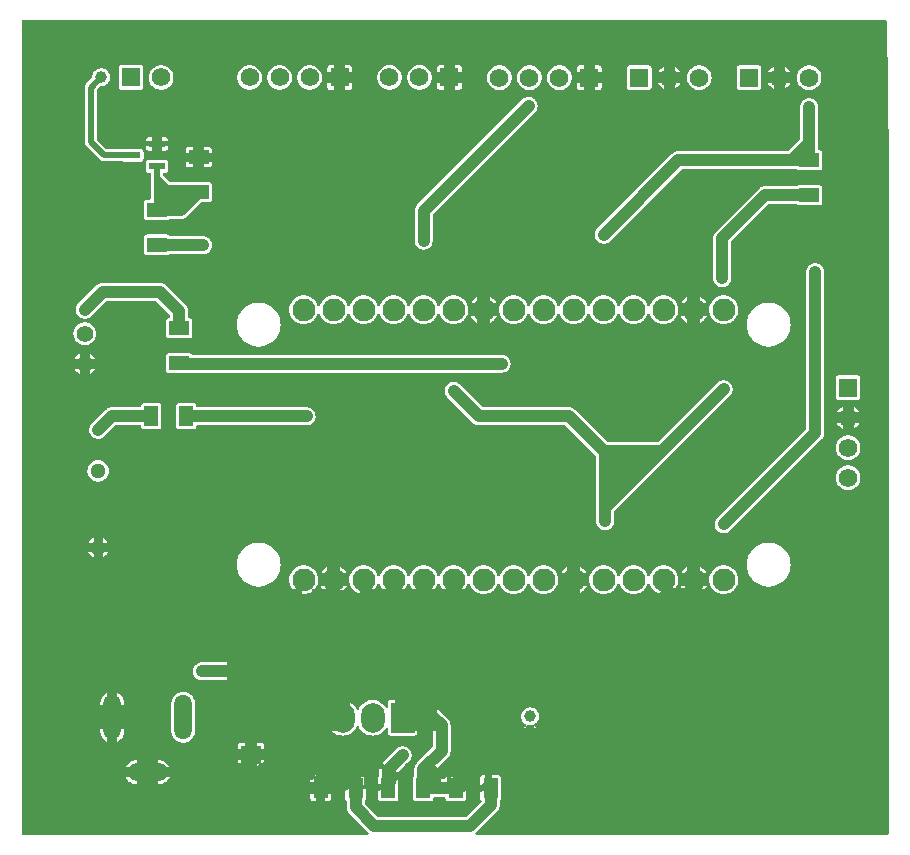
<source format=gtl>
G04 Layer: TopLayer*
G04 EasyEDA v6.5.23, 2023-06-23 22:07:44*
G04 588d00b09ced4095aabd395724b38ff5,e63460ceaba84a3bb957dccbc2ed3a87,10*
G04 Gerber Generator version 0.2*
G04 Scale: 100 percent, Rotated: No, Reflected: No *
G04 Dimensions in millimeters *
G04 leading zeros omitted , absolute positions ,4 integer and 5 decimal *
%FSLAX45Y45*%
%MOMM*%

%AMMACRO1*21,1,$1,$2,0,0,$3*%
%ADD10C,1.0000*%
%ADD11C,0.5000*%
%ADD12R,1.4000X0.6000*%
%ADD13MACRO1,1.701X1.2075X0.0000*%
%ADD14R,1.7010X1.2075*%
%ADD15MACRO1,1.701X1.2075X90.0000*%
%ADD16MACRO1,1.728X1.485X0.0000*%
%ADD17R,1.7280X1.4850*%
%ADD18MACRO1,1.701X1.2075X-90.0000*%
%ADD19O,3.3999932X1.499997*%
%ADD20O,1.499997X3.7999924*%
%ADD21R,1.5748X1.5748*%
%ADD22C,1.5748*%
%ADD23C,1.4000*%
%ADD24C,1.3005*%
%ADD25C,1.9304*%
%ADD26O,1.9999959999999999X2.4999949999999997*%
%ADD27MACRO1,2.0015X2.4994X0.0000*%
%ADD28C,0.0161*%

%LPD*%
G36*
X429768Y4026408D02*
G01*
X425856Y4027170D01*
X422605Y4029405D01*
X420370Y4032656D01*
X419608Y4036568D01*
X419608Y10911332D01*
X420370Y10915243D01*
X422605Y10918494D01*
X425856Y10920730D01*
X429768Y10921492D01*
X7736687Y10921492D01*
X7740548Y10920730D01*
X7743850Y10918545D01*
X7746034Y10915294D01*
X7746847Y10911433D01*
X7759192Y9702596D01*
X7759192Y4036568D01*
X7758430Y4032656D01*
X7756194Y4029405D01*
X7752943Y4027170D01*
X7749031Y4026408D01*
X4271975Y4026408D01*
X4268012Y4027220D01*
X4264660Y4029506D01*
X4262475Y4032961D01*
X4261866Y4036974D01*
X4262831Y4040936D01*
X4265269Y4044187D01*
X4270298Y4048658D01*
X4445152Y4223562D01*
X4452213Y4232402D01*
X4456836Y4240022D01*
X4457954Y4242206D01*
X4461357Y4250436D01*
X4462119Y4252772D01*
X4464253Y4261408D01*
X4464659Y4263847D01*
X4465472Y4272686D01*
X4465523Y4309516D01*
X4466285Y4313377D01*
X4468520Y4316679D01*
X4470247Y4318457D01*
X4473346Y4323334D01*
X4475226Y4328820D01*
X4475937Y4335119D01*
X4475937Y4504080D01*
X4475226Y4510379D01*
X4473346Y4515866D01*
X4470247Y4520742D01*
X4466183Y4524857D01*
X4461256Y4527956D01*
X4455820Y4529836D01*
X4449470Y4530547D01*
X4329887Y4530547D01*
X4323537Y4529836D01*
X4318101Y4527956D01*
X4313174Y4524857D01*
X4309110Y4520742D01*
X4306011Y4515866D01*
X4304080Y4510379D01*
X4303369Y4504080D01*
X4303369Y4335119D01*
X4304080Y4328820D01*
X4306011Y4323334D01*
X4309110Y4318457D01*
X4312259Y4314190D01*
X4313021Y4310278D01*
X4312259Y4306417D01*
X4310075Y4303115D01*
X4187951Y4180992D01*
X4184650Y4178757D01*
X4180738Y4177995D01*
X3439261Y4177995D01*
X3435350Y4178757D01*
X3432048Y4180992D01*
X3325520Y4287520D01*
X3323285Y4290822D01*
X3322523Y4294733D01*
X3322523Y4309516D01*
X3323285Y4313377D01*
X3325520Y4316679D01*
X3327247Y4318457D01*
X3330346Y4323334D01*
X3332226Y4328820D01*
X3332937Y4335119D01*
X3332937Y4504080D01*
X3332226Y4510379D01*
X3330346Y4515866D01*
X3327247Y4520742D01*
X3323183Y4524857D01*
X3318256Y4527956D01*
X3312820Y4529836D01*
X3306470Y4530547D01*
X3186887Y4530547D01*
X3180537Y4529836D01*
X3175101Y4527956D01*
X3170174Y4524857D01*
X3166110Y4520742D01*
X3163011Y4515866D01*
X3161080Y4510379D01*
X3160369Y4504080D01*
X3160369Y4335119D01*
X3161080Y4328820D01*
X3163011Y4323334D01*
X3166110Y4318457D01*
X3167735Y4316780D01*
X3169970Y4313478D01*
X3170732Y4309618D01*
X3170783Y4256430D01*
X3171596Y4247591D01*
X3172002Y4245152D01*
X3174136Y4236516D01*
X3174898Y4234180D01*
X3178302Y4225950D01*
X3179419Y4223766D01*
X3184042Y4216146D01*
X3191103Y4207306D01*
X3349701Y4048658D01*
X3354730Y4044187D01*
X3357168Y4040936D01*
X3358134Y4036974D01*
X3357524Y4032961D01*
X3355340Y4029506D01*
X3351987Y4027220D01*
X3348024Y4026408D01*
G37*

%LPC*%
G36*
X2987446Y4308652D02*
G01*
X3010712Y4308652D01*
X3017062Y4309364D01*
X3022498Y4311243D01*
X3027426Y4314342D01*
X3031490Y4318457D01*
X3034588Y4323334D01*
X3036519Y4328820D01*
X3037230Y4335119D01*
X3037230Y4370730D01*
X2987446Y4370730D01*
G37*
G36*
X2891129Y4308652D02*
G01*
X2914396Y4308652D01*
X2914396Y4370730D01*
X2864662Y4370730D01*
X2864662Y4335119D01*
X2865374Y4328820D01*
X2867253Y4323334D01*
X2870352Y4318457D01*
X2874416Y4314342D01*
X2879344Y4311243D01*
X2884779Y4309364D01*
G37*
G36*
X3462629Y4308652D02*
G01*
X3582212Y4308652D01*
X3588562Y4309364D01*
X3593998Y4311243D01*
X3598926Y4314342D01*
X3602990Y4318457D01*
X3606088Y4323334D01*
X3608019Y4328820D01*
X3608730Y4335119D01*
X3608730Y4504080D01*
X3608019Y4510379D01*
X3606088Y4515866D01*
X3602990Y4520742D01*
X3601313Y4522470D01*
X3599078Y4525772D01*
X3598316Y4529632D01*
X3598316Y4540859D01*
X3599078Y4544771D01*
X3601313Y4548073D01*
X3698544Y4645304D01*
X3706977Y4655362D01*
X3712921Y4665421D01*
X3716629Y4674158D01*
X3719525Y4685080D01*
X3720744Y4696358D01*
X3720795Y4698796D01*
X3720287Y4707686D01*
X3719931Y4710430D01*
X3718153Y4718812D01*
X3717290Y4721758D01*
X3714394Y4729480D01*
X3712972Y4732578D01*
X3709111Y4739487D01*
X3707028Y4742586D01*
X3702354Y4748580D01*
X3699662Y4751578D01*
X3694328Y4756607D01*
X3690975Y4759299D01*
X3685235Y4763312D01*
X3681222Y4765649D01*
X3675227Y4768596D01*
X3670604Y4770424D01*
X3664508Y4772304D01*
X3659378Y4773523D01*
X3653383Y4774438D01*
X3647795Y4774844D01*
X3642055Y4774844D01*
X3636162Y4774387D01*
X3630828Y4773574D01*
X3624732Y4772202D01*
X3619855Y4770678D01*
X3613810Y4768240D01*
X3609492Y4766157D01*
X3603599Y4762652D01*
X3599891Y4760112D01*
X3594354Y4755591D01*
X3591102Y4752594D01*
X3466896Y4628286D01*
X3459835Y4619447D01*
X3455212Y4611827D01*
X3454095Y4609642D01*
X3450691Y4601413D01*
X3449929Y4599076D01*
X3447796Y4590440D01*
X3447389Y4588002D01*
X3446576Y4579162D01*
X3446526Y4529632D01*
X3445764Y4525772D01*
X3443528Y4522470D01*
X3441852Y4520742D01*
X3438753Y4515866D01*
X3436874Y4510379D01*
X3436162Y4504080D01*
X3436162Y4335119D01*
X3436874Y4328820D01*
X3438753Y4323334D01*
X3441852Y4318457D01*
X3445916Y4314342D01*
X3450844Y4311243D01*
X3456279Y4309364D01*
G37*
G36*
X3758387Y4308652D02*
G01*
X3877970Y4308652D01*
X3884320Y4309364D01*
X3889756Y4311243D01*
X3894683Y4314342D01*
X3898747Y4318457D01*
X3901846Y4323334D01*
X3903726Y4328820D01*
X3904386Y4334662D01*
X3905504Y4338218D01*
X3907739Y4341114D01*
X3910888Y4343044D01*
X3914495Y4343704D01*
X3997604Y4343704D01*
X4001211Y4343044D01*
X4004360Y4341114D01*
X4006596Y4338218D01*
X4007713Y4334662D01*
X4008374Y4328820D01*
X4010253Y4323334D01*
X4013352Y4318457D01*
X4017416Y4314342D01*
X4022344Y4311243D01*
X4027779Y4309364D01*
X4034129Y4308652D01*
X4153712Y4308652D01*
X4160062Y4309364D01*
X4165498Y4311243D01*
X4170426Y4314342D01*
X4174490Y4318457D01*
X4177588Y4323334D01*
X4179519Y4328820D01*
X4180230Y4335119D01*
X4180230Y4504080D01*
X4179519Y4510379D01*
X4177588Y4515866D01*
X4174490Y4520742D01*
X4170426Y4524857D01*
X4165498Y4527956D01*
X4160062Y4529836D01*
X4153712Y4530547D01*
X4034129Y4530547D01*
X4027779Y4529836D01*
X4022344Y4527956D01*
X4017416Y4524857D01*
X4013352Y4520742D01*
X4010253Y4515866D01*
X4008374Y4510379D01*
X4007713Y4504537D01*
X4006596Y4500981D01*
X4004360Y4498086D01*
X4001211Y4496155D01*
X3997604Y4495495D01*
X3914495Y4495495D01*
X3910888Y4496155D01*
X3907739Y4498086D01*
X3905504Y4500981D01*
X3904386Y4504537D01*
X3903726Y4510379D01*
X3901846Y4515866D01*
X3898747Y4520742D01*
X3897020Y4522520D01*
X3894785Y4525822D01*
X3894023Y4529683D01*
X3894023Y4544466D01*
X3894785Y4548378D01*
X3897020Y4551680D01*
X4030624Y4685334D01*
X4037685Y4694174D01*
X4042308Y4701794D01*
X4043426Y4703978D01*
X4046829Y4712208D01*
X4047591Y4714544D01*
X4049725Y4723180D01*
X4050131Y4725619D01*
X4050944Y4734458D01*
X4050944Y4955641D01*
X4050131Y4964480D01*
X4049725Y4966919D01*
X4047591Y4975555D01*
X4046829Y4977892D01*
X4043426Y4986121D01*
X4042308Y4988306D01*
X4037685Y4995926D01*
X4030624Y5004765D01*
X3965498Y5069941D01*
X3957624Y5076799D01*
X3947871Y5083149D01*
X3937254Y5087924D01*
X3926027Y5090972D01*
X3914495Y5092344D01*
X3903116Y5091887D01*
X3891940Y5089804D01*
X3881272Y5086045D01*
X3871264Y5080762D01*
X3861104Y5073142D01*
X3853078Y5064760D01*
X3846372Y5055260D01*
X3841191Y5044795D01*
X3837736Y5034026D01*
X3836162Y5024780D01*
X3835755Y5013452D01*
X3835908Y5010861D01*
X3837076Y5002225D01*
X3837635Y4999380D01*
X3840022Y4991303D01*
X3841140Y4988255D01*
X3844544Y4980940D01*
X3846271Y4977841D01*
X3850589Y4971338D01*
X3852976Y4968290D01*
X3858107Y4962652D01*
X3896207Y4924552D01*
X3898442Y4921250D01*
X3899204Y4917338D01*
X3899204Y4772761D01*
X3898442Y4768850D01*
X3896207Y4765548D01*
X3762603Y4631893D01*
X3755542Y4623054D01*
X3750919Y4615434D01*
X3749801Y4613249D01*
X3746398Y4605020D01*
X3745636Y4602683D01*
X3743502Y4594047D01*
X3743096Y4591608D01*
X3742283Y4582769D01*
X3742232Y4529582D01*
X3741470Y4525721D01*
X3739235Y4522419D01*
X3737610Y4520742D01*
X3734511Y4515866D01*
X3732580Y4510379D01*
X3731869Y4504080D01*
X3731869Y4335119D01*
X3732580Y4328820D01*
X3734511Y4323334D01*
X3737610Y4318457D01*
X3741674Y4314342D01*
X3746601Y4311243D01*
X3752037Y4309364D01*
G37*
G36*
X1391259Y4454601D02*
G01*
X1394561Y4454601D01*
X1394561Y4511649D01*
X1300276Y4511649D01*
X1303528Y4505045D01*
X1310894Y4494072D01*
X1319580Y4484166D01*
X1329486Y4475429D01*
X1340459Y4468114D01*
X1352296Y4462272D01*
X1364792Y4458055D01*
X1377746Y4455464D01*
G37*
G36*
X1577289Y4454601D02*
G01*
X1580591Y4454601D01*
X1594104Y4455464D01*
X1607007Y4458055D01*
X1619504Y4462272D01*
X1631340Y4468114D01*
X1642313Y4475429D01*
X1652270Y4484166D01*
X1660956Y4494072D01*
X1668272Y4505045D01*
X1671523Y4511649D01*
X1577289Y4511649D01*
G37*
G36*
X2864662Y4468469D02*
G01*
X2914396Y4468469D01*
X2914396Y4530547D01*
X2891129Y4530547D01*
X2884779Y4529836D01*
X2879344Y4527956D01*
X2874416Y4524857D01*
X2870352Y4520742D01*
X2867253Y4515866D01*
X2865374Y4510379D01*
X2864662Y4504080D01*
G37*
G36*
X2987446Y4468469D02*
G01*
X3037230Y4468469D01*
X3037230Y4504080D01*
X3036519Y4510379D01*
X3034588Y4515866D01*
X3031490Y4520742D01*
X3027426Y4524857D01*
X3022498Y4527956D01*
X3017062Y4529836D01*
X3010712Y4530547D01*
X2987446Y4530547D01*
G37*
G36*
X1300276Y4599330D02*
G01*
X1394561Y4599330D01*
X1394561Y4656378D01*
X1391259Y4656378D01*
X1377746Y4655515D01*
X1364792Y4652924D01*
X1352296Y4648708D01*
X1340459Y4642866D01*
X1329486Y4635550D01*
X1319580Y4626813D01*
X1310894Y4616907D01*
X1303528Y4605934D01*
G37*
G36*
X1577289Y4599330D02*
G01*
X1671523Y4599330D01*
X1668272Y4605934D01*
X1660956Y4616907D01*
X1652270Y4626813D01*
X1642313Y4635550D01*
X1631340Y4642866D01*
X1619504Y4648708D01*
X1607007Y4652924D01*
X1594104Y4655515D01*
X1580591Y4656378D01*
X1577289Y4656378D01*
G37*
G36*
X2411730Y4604715D02*
G01*
X2448052Y4604715D01*
X2454351Y4605426D01*
X2459837Y4607306D01*
X2464714Y4610404D01*
X2468829Y4614468D01*
X2471877Y4619396D01*
X2473807Y4624832D01*
X2474518Y4631182D01*
X2474518Y4661357D01*
X2411730Y4661357D01*
G37*
G36*
X2276348Y4604715D02*
G01*
X2312670Y4604715D01*
X2312670Y4661357D01*
X2249881Y4661357D01*
X2249881Y4631182D01*
X2250592Y4624832D01*
X2252522Y4619396D01*
X2255570Y4614468D01*
X2259685Y4610404D01*
X2264562Y4607306D01*
X2270048Y4605426D01*
G37*
G36*
X2249881Y4748326D02*
G01*
X2312670Y4748326D01*
X2312670Y4805019D01*
X2276348Y4805019D01*
X2270048Y4804308D01*
X2264562Y4802378D01*
X2259685Y4799330D01*
X2255570Y4795215D01*
X2252522Y4790338D01*
X2250592Y4784852D01*
X2249881Y4778552D01*
G37*
G36*
X2411730Y4748326D02*
G01*
X2474518Y4748326D01*
X2474518Y4778552D01*
X2473807Y4784852D01*
X2471877Y4790338D01*
X2468829Y4795215D01*
X2464714Y4799330D01*
X2459837Y4802378D01*
X2454351Y4804308D01*
X2448052Y4805019D01*
X2411730Y4805019D01*
G37*
G36*
X1786026Y4804511D02*
G01*
X1799183Y4805375D01*
X1812137Y4807966D01*
X1824634Y4812182D01*
X1836470Y4818024D01*
X1847443Y4825390D01*
X1857349Y4834077D01*
X1866036Y4843983D01*
X1873351Y4854956D01*
X1879193Y4866792D01*
X1883460Y4879289D01*
X1886051Y4892243D01*
X1886915Y4905756D01*
X1886915Y5135067D01*
X1886051Y5148580D01*
X1883460Y5161534D01*
X1879193Y5174030D01*
X1873351Y5185867D01*
X1866036Y5196840D01*
X1857349Y5206746D01*
X1847443Y5215432D01*
X1836470Y5222798D01*
X1824634Y5228640D01*
X1812137Y5232857D01*
X1799183Y5235448D01*
X1786026Y5236311D01*
X1772818Y5235448D01*
X1759915Y5232857D01*
X1747418Y5228640D01*
X1735582Y5222798D01*
X1724609Y5215432D01*
X1714652Y5206746D01*
X1705965Y5196840D01*
X1698650Y5185867D01*
X1692808Y5174030D01*
X1688541Y5161534D01*
X1686001Y5148580D01*
X1685086Y5135067D01*
X1685086Y4905756D01*
X1686001Y4892243D01*
X1688541Y4879289D01*
X1692808Y4866792D01*
X1698650Y4854956D01*
X1705965Y4843983D01*
X1714652Y4834077D01*
X1724609Y4825390D01*
X1735582Y4818024D01*
X1747418Y4812182D01*
X1759915Y4807966D01*
X1772818Y4805375D01*
G37*
G36*
X4693056Y4808880D02*
G01*
X4693056Y4846574D01*
X4655515Y4846574D01*
X4659172Y4839157D01*
X4665878Y4829657D01*
X4673904Y4821275D01*
X4683150Y4814265D01*
G37*
G36*
X4755743Y4809083D02*
G01*
X4760671Y4811268D01*
X4770374Y4817567D01*
X4779060Y4825339D01*
X4786477Y4834280D01*
X4792421Y4844288D01*
X4793335Y4846574D01*
X4755743Y4846574D01*
G37*
G36*
X1229817Y4814773D02*
G01*
X1236370Y4818024D01*
X1247343Y4825390D01*
X1257300Y4834077D01*
X1265986Y4843983D01*
X1273302Y4854956D01*
X1279144Y4866792D01*
X1283411Y4879289D01*
X1285951Y4892243D01*
X1286865Y4905756D01*
X1286865Y4919065D01*
X1229817Y4919065D01*
G37*
G36*
X1142085Y4814773D02*
G01*
X1142085Y4919065D01*
X1085037Y4919065D01*
X1085037Y4905756D01*
X1085900Y4892243D01*
X1088491Y4879289D01*
X1092758Y4866792D01*
X1098550Y4854956D01*
X1105916Y4843983D01*
X1114602Y4834077D01*
X1124508Y4825390D01*
X1135481Y4818024D01*
G37*
G36*
X3545484Y4865573D02*
G01*
X3744315Y4865573D01*
X3750665Y4866284D01*
X3756101Y4868214D01*
X3761028Y4871313D01*
X3765092Y4875377D01*
X3768191Y4880305D01*
X3770071Y4885740D01*
X3770833Y4892090D01*
X3770833Y5140909D01*
X3770071Y5147259D01*
X3768191Y5152694D01*
X3765092Y5157622D01*
X3761028Y5161686D01*
X3756101Y5164785D01*
X3750665Y5166715D01*
X3744315Y5167426D01*
X3545484Y5167426D01*
X3539134Y5166715D01*
X3533698Y5164785D01*
X3528771Y5161686D01*
X3524707Y5157622D01*
X3521608Y5152694D01*
X3519728Y5147259D01*
X3518966Y5140909D01*
X3518966Y5108956D01*
X3518052Y5104688D01*
X3515410Y5101234D01*
X3511550Y5099151D01*
X3507181Y5098948D01*
X3503168Y5100523D01*
X3500120Y5103723D01*
X3494481Y5113020D01*
X3485134Y5125008D01*
X3474364Y5135727D01*
X3462426Y5145125D01*
X3449421Y5152999D01*
X3435553Y5159197D01*
X3421024Y5163718D01*
X3406089Y5166461D01*
X3390900Y5167376D01*
X3375710Y5166461D01*
X3360775Y5163718D01*
X3346246Y5159197D01*
X3332378Y5152999D01*
X3319373Y5145125D01*
X3307435Y5135727D01*
X3296665Y5125008D01*
X3287318Y5113020D01*
X3279444Y5100015D01*
X3273145Y5086096D01*
X3270961Y5082946D01*
X3267710Y5080812D01*
X3263900Y5080101D01*
X3260090Y5080812D01*
X3256838Y5082946D01*
X3254654Y5086096D01*
X3248355Y5100015D01*
X3240481Y5113020D01*
X3231134Y5125008D01*
X3220364Y5135727D01*
X3208426Y5145125D01*
X3195421Y5152999D01*
X3181553Y5159197D01*
X3167024Y5163718D01*
X3152089Y5166461D01*
X3136900Y5167376D01*
X3121710Y5166461D01*
X3106775Y5163718D01*
X3092246Y5159197D01*
X3078378Y5152999D01*
X3065373Y5145125D01*
X3053435Y5135727D01*
X3042666Y5125008D01*
X3033318Y5113020D01*
X3025444Y5100015D01*
X3019196Y5086146D01*
X3014675Y5071618D01*
X3011932Y5056682D01*
X3010966Y5041188D01*
X3010966Y4991811D01*
X3011932Y4976317D01*
X3014675Y4961382D01*
X3019196Y4946853D01*
X3025444Y4932984D01*
X3033318Y4919980D01*
X3042666Y4908042D01*
X3053435Y4897272D01*
X3065373Y4887925D01*
X3078378Y4880051D01*
X3092246Y4873802D01*
X3106775Y4869281D01*
X3121710Y4866538D01*
X3136900Y4865624D01*
X3152089Y4866538D01*
X3167024Y4869281D01*
X3181553Y4873802D01*
X3195421Y4880051D01*
X3208426Y4887925D01*
X3220364Y4897272D01*
X3231134Y4908042D01*
X3240481Y4919980D01*
X3248355Y4932984D01*
X3254654Y4946904D01*
X3256838Y4950104D01*
X3260090Y4952187D01*
X3263900Y4952898D01*
X3267710Y4952187D01*
X3270961Y4950104D01*
X3273145Y4946904D01*
X3279444Y4932984D01*
X3287318Y4919980D01*
X3296665Y4908042D01*
X3307435Y4897272D01*
X3319373Y4887925D01*
X3332378Y4880051D01*
X3346246Y4873802D01*
X3360775Y4869281D01*
X3375710Y4866538D01*
X3390900Y4865624D01*
X3406089Y4866538D01*
X3421024Y4869281D01*
X3435553Y4873802D01*
X3449421Y4880051D01*
X3462426Y4887925D01*
X3474364Y4897272D01*
X3485134Y4908042D01*
X3494481Y4919980D01*
X3500120Y4929327D01*
X3503168Y4932476D01*
X3507181Y4934102D01*
X3511550Y4933848D01*
X3515410Y4931816D01*
X3518052Y4928311D01*
X3518966Y4924044D01*
X3518966Y4892090D01*
X3519728Y4885740D01*
X3521608Y4880305D01*
X3524707Y4875377D01*
X3528771Y4871313D01*
X3533698Y4868214D01*
X3539134Y4866284D01*
G37*
G36*
X4655515Y4909312D02*
G01*
X4693056Y4909312D01*
X4693056Y4944770D01*
X4694021Y4949088D01*
X4696764Y4952593D01*
X4700727Y4954574D01*
X4705146Y4954727D01*
X4715713Y4952695D01*
X4727295Y4952238D01*
X4738827Y4953558D01*
X4742891Y4954676D01*
X4746599Y4954981D01*
X4750155Y4953965D01*
X4753102Y4951679D01*
X4755083Y4948529D01*
X4755743Y4944872D01*
X4755743Y4909312D01*
X4793335Y4909312D01*
X4792421Y4911598D01*
X4786477Y4921605D01*
X4779060Y4930546D01*
X4770374Y4938268D01*
X4760874Y4944465D01*
X4757978Y4947259D01*
X4756404Y4950968D01*
X4756404Y4954981D01*
X4757978Y4958689D01*
X4760874Y4961534D01*
X4770374Y4967681D01*
X4779060Y4975453D01*
X4786477Y4984394D01*
X4792421Y4994402D01*
X4796739Y5005171D01*
X4799380Y5016449D01*
X4800295Y5028031D01*
X4799380Y5039614D01*
X4796739Y5050942D01*
X4792421Y5061712D01*
X4786477Y5071719D01*
X4779060Y5080660D01*
X4770374Y5088382D01*
X4760671Y5094732D01*
X4750054Y5099456D01*
X4738827Y5102555D01*
X4727295Y5103876D01*
X4715713Y5103418D01*
X4704283Y5101234D01*
X4693361Y5097272D01*
X4683150Y5091734D01*
X4673904Y5084673D01*
X4665878Y5076342D01*
X4659172Y5066842D01*
X4654042Y5056428D01*
X4650536Y5045354D01*
X4648758Y5033873D01*
X4648758Y5022240D01*
X4650536Y5010759D01*
X4654042Y4999685D01*
X4659172Y4989271D01*
X4665878Y4979771D01*
X4673904Y4971389D01*
X4683150Y4964379D01*
X4687620Y4961940D01*
X4690922Y4959096D01*
X4692700Y4955133D01*
X4692700Y4950815D01*
X4690922Y4946904D01*
X4687620Y4944059D01*
X4683150Y4941620D01*
X4673904Y4934559D01*
X4665878Y4926228D01*
X4659172Y4916728D01*
G37*
G36*
X2276348Y4923180D02*
G01*
X2448052Y4923180D01*
X2454351Y4923891D01*
X2459837Y4925822D01*
X2464714Y4928870D01*
X2468829Y4932984D01*
X2471877Y4937861D01*
X2473807Y4943348D01*
X2474518Y4949647D01*
X2474518Y5097018D01*
X2473807Y5103368D01*
X2471877Y5108803D01*
X2468829Y5113731D01*
X2464714Y5117795D01*
X2459837Y5120894D01*
X2454351Y5122773D01*
X2447188Y5123586D01*
X2443632Y5124602D01*
X2440686Y5126888D01*
X2438755Y5130038D01*
X2438095Y5133644D01*
X2438044Y5273141D01*
X2437231Y5281980D01*
X2436825Y5284419D01*
X2434691Y5293055D01*
X2433929Y5295392D01*
X2430526Y5303621D01*
X2429408Y5305806D01*
X2424785Y5313426D01*
X2417724Y5322265D01*
X2274265Y5465724D01*
X2265426Y5472785D01*
X2257806Y5477408D01*
X2255621Y5478526D01*
X2247392Y5481929D01*
X2245055Y5482691D01*
X2236419Y5484825D01*
X2233980Y5485231D01*
X2225141Y5486044D01*
X1943404Y5486095D01*
X1934210Y5485587D01*
X1932076Y5485282D01*
X1920748Y5482691D01*
X1910181Y5478576D01*
X1900377Y5472887D01*
X1891436Y5465775D01*
X1884578Y5458510D01*
X1877872Y5448960D01*
X1872742Y5438546D01*
X1869236Y5427472D01*
X1867458Y5415991D01*
X1867458Y5404510D01*
X1869135Y5393334D01*
X1872488Y5382463D01*
X1877364Y5372303D01*
X1884578Y5361889D01*
X1892604Y5353558D01*
X1901850Y5346496D01*
X1912112Y5340908D01*
X1922780Y5337048D01*
X1931974Y5335117D01*
X1934210Y5334812D01*
X1943404Y5334304D01*
X2186838Y5334304D01*
X2190750Y5333542D01*
X2194052Y5331307D01*
X2283307Y5242052D01*
X2285542Y5238750D01*
X2286304Y5234838D01*
X2286304Y5133644D01*
X2285644Y5130038D01*
X2283714Y5126888D01*
X2280767Y5124602D01*
X2277211Y5123586D01*
X2270048Y5122773D01*
X2264562Y5120894D01*
X2259685Y5117795D01*
X2255570Y5113731D01*
X2252522Y5108803D01*
X2250592Y5103368D01*
X2249881Y5097018D01*
X2249881Y4949647D01*
X2250592Y4943348D01*
X2252522Y4937861D01*
X2255570Y4932984D01*
X2259685Y4928870D01*
X2264562Y4925822D01*
X2270048Y4923891D01*
G37*
G36*
X1085037Y5121757D02*
G01*
X1142085Y5121757D01*
X1142085Y5226050D01*
X1135481Y5222798D01*
X1124508Y5215432D01*
X1114602Y5206746D01*
X1105916Y5196840D01*
X1098550Y5185867D01*
X1092758Y5174030D01*
X1088491Y5161534D01*
X1085900Y5148580D01*
X1085037Y5135067D01*
G37*
G36*
X1229817Y5121757D02*
G01*
X1286865Y5121757D01*
X1286865Y5135067D01*
X1285951Y5148580D01*
X1283411Y5161534D01*
X1279144Y5174030D01*
X1273302Y5185867D01*
X1265986Y5196840D01*
X1257300Y5206746D01*
X1247343Y5215432D01*
X1236370Y5222798D01*
X1229817Y5226050D01*
G37*
G36*
X2799181Y6062726D02*
G01*
X2814218Y6062726D01*
X2829204Y6064554D01*
X2843784Y6068263D01*
X2857855Y6073698D01*
X2871165Y6080810D01*
X2883458Y6089548D01*
X2894584Y6099708D01*
X2904388Y6111138D01*
X2912719Y6123686D01*
X2919425Y6137198D01*
X2924454Y6151422D01*
X2927654Y6166104D01*
X2929026Y6181140D01*
X2928569Y6196177D01*
X2926283Y6211062D01*
X2922168Y6225590D01*
X2916275Y6239459D01*
X2908757Y6252514D01*
X2899664Y6264554D01*
X2889148Y6275374D01*
X2877413Y6284823D01*
X2864612Y6292748D01*
X2850896Y6299047D01*
X2836570Y6303619D01*
X2821736Y6306362D01*
X2806700Y6307328D01*
X2791663Y6306362D01*
X2776829Y6303619D01*
X2762504Y6299047D01*
X2748788Y6292748D01*
X2735986Y6284823D01*
X2724251Y6275374D01*
X2713736Y6264554D01*
X2704642Y6252514D01*
X2697124Y6239459D01*
X2691231Y6225590D01*
X2687116Y6211062D01*
X2684830Y6196177D01*
X2684373Y6181140D01*
X2685745Y6166104D01*
X2688945Y6151422D01*
X2693974Y6137198D01*
X2700680Y6123686D01*
X2709011Y6111138D01*
X2718816Y6099708D01*
X2729941Y6089548D01*
X2742234Y6080810D01*
X2755544Y6073698D01*
X2769616Y6068263D01*
X2784195Y6064554D01*
G37*
G36*
X6355181Y6062726D02*
G01*
X6370218Y6062726D01*
X6385204Y6064554D01*
X6399784Y6068263D01*
X6413855Y6073698D01*
X6427165Y6080810D01*
X6439458Y6089548D01*
X6450584Y6099708D01*
X6460388Y6111138D01*
X6468719Y6123686D01*
X6475425Y6137198D01*
X6480454Y6151422D01*
X6483654Y6166104D01*
X6485026Y6181140D01*
X6484569Y6196177D01*
X6482283Y6211062D01*
X6478168Y6225590D01*
X6472275Y6239459D01*
X6464757Y6252514D01*
X6455664Y6264554D01*
X6445148Y6275374D01*
X6433413Y6284823D01*
X6420612Y6292748D01*
X6406896Y6299047D01*
X6392570Y6303619D01*
X6377736Y6306362D01*
X6362700Y6307328D01*
X6347663Y6306362D01*
X6332829Y6303619D01*
X6318504Y6299047D01*
X6304788Y6292748D01*
X6291986Y6284823D01*
X6280251Y6275374D01*
X6269736Y6264554D01*
X6260642Y6252514D01*
X6253124Y6239459D01*
X6247231Y6225590D01*
X6243116Y6211062D01*
X6240830Y6196177D01*
X6240373Y6181140D01*
X6241745Y6166104D01*
X6244945Y6151422D01*
X6249974Y6137198D01*
X6256680Y6123686D01*
X6265011Y6111138D01*
X6274816Y6099708D01*
X6285941Y6089548D01*
X6298285Y6080810D01*
X6311544Y6073698D01*
X6325616Y6068263D01*
X6340195Y6064554D01*
G37*
G36*
X5339181Y6062726D02*
G01*
X5354218Y6062726D01*
X5369204Y6064554D01*
X5383784Y6068263D01*
X5397855Y6073698D01*
X5411165Y6080810D01*
X5423458Y6089548D01*
X5434584Y6099708D01*
X5444388Y6111138D01*
X5452719Y6123686D01*
X5459425Y6137198D01*
X5464098Y6150508D01*
X5466283Y6154064D01*
X5469636Y6156452D01*
X5473700Y6157264D01*
X5477764Y6156452D01*
X5481116Y6154064D01*
X5483301Y6150508D01*
X5487974Y6137198D01*
X5494680Y6123686D01*
X5503011Y6111138D01*
X5512816Y6099708D01*
X5523941Y6089548D01*
X5536285Y6080810D01*
X5549544Y6073698D01*
X5563616Y6068263D01*
X5578195Y6064554D01*
X5593181Y6062726D01*
X5608218Y6062726D01*
X5623204Y6064554D01*
X5637784Y6068263D01*
X5651855Y6073698D01*
X5665165Y6080810D01*
X5677458Y6089548D01*
X5688584Y6099708D01*
X5698388Y6111138D01*
X5706719Y6123686D01*
X5713425Y6137198D01*
X5718098Y6150508D01*
X5720283Y6154064D01*
X5723636Y6156452D01*
X5727700Y6157264D01*
X5731764Y6156452D01*
X5735116Y6154064D01*
X5737301Y6150508D01*
X5741974Y6137198D01*
X5748680Y6123686D01*
X5757011Y6111138D01*
X5766816Y6099708D01*
X5777941Y6089548D01*
X5790285Y6080810D01*
X5803544Y6073698D01*
X5817616Y6068263D01*
X5832195Y6064554D01*
X5847181Y6062726D01*
X5862218Y6062726D01*
X5877204Y6064554D01*
X5891784Y6068263D01*
X5905855Y6073698D01*
X5919165Y6080810D01*
X5931458Y6089548D01*
X5942584Y6099708D01*
X5952388Y6111138D01*
X5960719Y6123686D01*
X5967425Y6137198D01*
X5972454Y6151422D01*
X5975654Y6166104D01*
X5977026Y6181140D01*
X5976569Y6196177D01*
X5974283Y6211062D01*
X5970168Y6225590D01*
X5964275Y6239459D01*
X5956757Y6252514D01*
X5947664Y6264554D01*
X5937148Y6275374D01*
X5925413Y6284823D01*
X5912612Y6292748D01*
X5898896Y6299047D01*
X5884570Y6303619D01*
X5869736Y6306362D01*
X5854700Y6307328D01*
X5839663Y6306362D01*
X5824829Y6303619D01*
X5810504Y6299047D01*
X5796788Y6292748D01*
X5783986Y6284823D01*
X5772251Y6275374D01*
X5761736Y6264554D01*
X5752642Y6252514D01*
X5745124Y6239459D01*
X5739231Y6225590D01*
X5737453Y6219342D01*
X5735421Y6215481D01*
X5731967Y6212890D01*
X5727700Y6211976D01*
X5723432Y6212890D01*
X5719978Y6215481D01*
X5717946Y6219342D01*
X5716168Y6225590D01*
X5710275Y6239459D01*
X5702757Y6252514D01*
X5693664Y6264554D01*
X5683148Y6275374D01*
X5671413Y6284823D01*
X5658612Y6292748D01*
X5644896Y6299047D01*
X5630570Y6303619D01*
X5615736Y6306362D01*
X5600700Y6307328D01*
X5585663Y6306362D01*
X5570829Y6303619D01*
X5556504Y6299047D01*
X5542788Y6292748D01*
X5529986Y6284823D01*
X5518251Y6275374D01*
X5507736Y6264554D01*
X5498642Y6252514D01*
X5491124Y6239459D01*
X5485231Y6225590D01*
X5483453Y6219342D01*
X5481421Y6215481D01*
X5477967Y6212890D01*
X5473700Y6211976D01*
X5469432Y6212890D01*
X5465978Y6215481D01*
X5463946Y6219342D01*
X5462168Y6225590D01*
X5456275Y6239459D01*
X5448757Y6252514D01*
X5439664Y6264554D01*
X5429148Y6275374D01*
X5417413Y6284823D01*
X5404612Y6292748D01*
X5390896Y6299047D01*
X5376570Y6303619D01*
X5361736Y6306362D01*
X5346700Y6307328D01*
X5331663Y6306362D01*
X5316829Y6303619D01*
X5302504Y6299047D01*
X5288788Y6292748D01*
X5275986Y6284823D01*
X5264251Y6275374D01*
X5253736Y6264554D01*
X5244642Y6252514D01*
X5237124Y6239459D01*
X5231231Y6225590D01*
X5227116Y6211062D01*
X5224830Y6196177D01*
X5224373Y6181140D01*
X5225745Y6166104D01*
X5228945Y6151422D01*
X5233974Y6137198D01*
X5240680Y6123686D01*
X5249011Y6111138D01*
X5258816Y6099708D01*
X5269941Y6089548D01*
X5282285Y6080810D01*
X5295544Y6073698D01*
X5309616Y6068263D01*
X5324195Y6064554D01*
G37*
G36*
X3307181Y6062726D02*
G01*
X3322218Y6062726D01*
X3337204Y6064554D01*
X3351784Y6068263D01*
X3365855Y6073698D01*
X3379165Y6080810D01*
X3391458Y6089548D01*
X3402584Y6099708D01*
X3412388Y6111138D01*
X3420719Y6123686D01*
X3427425Y6137198D01*
X3432098Y6150508D01*
X3434283Y6154064D01*
X3437636Y6156452D01*
X3441700Y6157264D01*
X3445764Y6156452D01*
X3449116Y6154064D01*
X3451301Y6150508D01*
X3455974Y6137198D01*
X3462680Y6123686D01*
X3471011Y6111138D01*
X3480815Y6099708D01*
X3491941Y6089548D01*
X3504234Y6080810D01*
X3517544Y6073698D01*
X3531615Y6068263D01*
X3546195Y6064554D01*
X3561181Y6062726D01*
X3576218Y6062726D01*
X3591204Y6064554D01*
X3605784Y6068263D01*
X3619855Y6073698D01*
X3633165Y6080810D01*
X3645458Y6089548D01*
X3656584Y6099708D01*
X3666388Y6111138D01*
X3674719Y6123686D01*
X3681425Y6137198D01*
X3686098Y6150508D01*
X3688283Y6154064D01*
X3691636Y6156452D01*
X3695700Y6157264D01*
X3699764Y6156452D01*
X3703116Y6154064D01*
X3705301Y6150508D01*
X3709974Y6137198D01*
X3716680Y6123686D01*
X3725011Y6111138D01*
X3734815Y6099708D01*
X3745941Y6089548D01*
X3758234Y6080810D01*
X3771544Y6073698D01*
X3785615Y6068263D01*
X3800195Y6064554D01*
X3815181Y6062726D01*
X3830218Y6062726D01*
X3845204Y6064554D01*
X3859784Y6068263D01*
X3873855Y6073698D01*
X3887165Y6080810D01*
X3899458Y6089548D01*
X3910584Y6099708D01*
X3920388Y6111138D01*
X3928719Y6123686D01*
X3935425Y6137198D01*
X3940098Y6150508D01*
X3942283Y6154064D01*
X3945636Y6156452D01*
X3949700Y6157264D01*
X3953764Y6156452D01*
X3957116Y6154064D01*
X3959301Y6150508D01*
X3963974Y6137198D01*
X3970680Y6123686D01*
X3979011Y6111138D01*
X3988815Y6099708D01*
X3999941Y6089548D01*
X4012234Y6080810D01*
X4025544Y6073698D01*
X4039615Y6068263D01*
X4054195Y6064554D01*
X4069181Y6062726D01*
X4084218Y6062726D01*
X4099204Y6064554D01*
X4113784Y6068263D01*
X4127855Y6073698D01*
X4141165Y6080810D01*
X4153458Y6089548D01*
X4164584Y6099708D01*
X4174388Y6111138D01*
X4182719Y6123686D01*
X4189425Y6137198D01*
X4194098Y6150508D01*
X4196283Y6154064D01*
X4199636Y6156452D01*
X4203700Y6157264D01*
X4207764Y6156452D01*
X4211116Y6154064D01*
X4213301Y6150508D01*
X4217974Y6137198D01*
X4224680Y6123686D01*
X4233011Y6111138D01*
X4242816Y6099708D01*
X4253941Y6089548D01*
X4266234Y6080810D01*
X4279544Y6073698D01*
X4293616Y6068263D01*
X4308195Y6064554D01*
X4323181Y6062726D01*
X4338218Y6062726D01*
X4353204Y6064554D01*
X4367784Y6068263D01*
X4381855Y6073698D01*
X4395165Y6080810D01*
X4407458Y6089548D01*
X4418584Y6099708D01*
X4428388Y6111138D01*
X4436719Y6123686D01*
X4443425Y6137198D01*
X4448098Y6150508D01*
X4450283Y6154064D01*
X4453636Y6156452D01*
X4457700Y6157264D01*
X4461764Y6156452D01*
X4465116Y6154064D01*
X4467301Y6150508D01*
X4471974Y6137198D01*
X4478680Y6123686D01*
X4487011Y6111138D01*
X4496816Y6099708D01*
X4507941Y6089548D01*
X4520285Y6080810D01*
X4533544Y6073698D01*
X4547616Y6068263D01*
X4562195Y6064554D01*
X4577181Y6062726D01*
X4592218Y6062726D01*
X4607204Y6064554D01*
X4621784Y6068263D01*
X4635855Y6073698D01*
X4649165Y6080810D01*
X4661458Y6089548D01*
X4672584Y6099708D01*
X4682388Y6111138D01*
X4690719Y6123686D01*
X4697425Y6137198D01*
X4702098Y6150508D01*
X4704283Y6154064D01*
X4707636Y6156452D01*
X4711700Y6157264D01*
X4715764Y6156452D01*
X4719116Y6154064D01*
X4721301Y6150508D01*
X4725974Y6137198D01*
X4732680Y6123686D01*
X4741011Y6111138D01*
X4750816Y6099708D01*
X4761941Y6089548D01*
X4774285Y6080810D01*
X4787544Y6073698D01*
X4801616Y6068263D01*
X4816195Y6064554D01*
X4831181Y6062726D01*
X4846218Y6062726D01*
X4861204Y6064554D01*
X4875784Y6068263D01*
X4889855Y6073698D01*
X4903165Y6080810D01*
X4915458Y6089548D01*
X4926584Y6099708D01*
X4936388Y6111138D01*
X4944719Y6123686D01*
X4951425Y6137198D01*
X4956454Y6151422D01*
X4959654Y6166104D01*
X4961026Y6181140D01*
X4960569Y6196177D01*
X4958283Y6211062D01*
X4954168Y6225590D01*
X4948275Y6239459D01*
X4940757Y6252514D01*
X4931664Y6264554D01*
X4921148Y6275374D01*
X4909413Y6284823D01*
X4896612Y6292748D01*
X4882896Y6299047D01*
X4868570Y6303619D01*
X4853736Y6306362D01*
X4838700Y6307328D01*
X4823663Y6306362D01*
X4808829Y6303619D01*
X4794504Y6299047D01*
X4780788Y6292748D01*
X4767986Y6284823D01*
X4756251Y6275374D01*
X4745736Y6264554D01*
X4736642Y6252514D01*
X4729124Y6239459D01*
X4723231Y6225590D01*
X4721453Y6219342D01*
X4719421Y6215481D01*
X4715967Y6212890D01*
X4711700Y6211976D01*
X4707432Y6212890D01*
X4703978Y6215481D01*
X4701946Y6219342D01*
X4700168Y6225590D01*
X4694275Y6239459D01*
X4686757Y6252514D01*
X4677664Y6264554D01*
X4667148Y6275374D01*
X4655413Y6284823D01*
X4642612Y6292748D01*
X4628896Y6299047D01*
X4614570Y6303619D01*
X4599736Y6306362D01*
X4584700Y6307328D01*
X4569663Y6306362D01*
X4554829Y6303619D01*
X4540504Y6299047D01*
X4526788Y6292748D01*
X4513986Y6284823D01*
X4502251Y6275374D01*
X4491736Y6264554D01*
X4482642Y6252514D01*
X4475124Y6239459D01*
X4469231Y6225590D01*
X4467453Y6219342D01*
X4465421Y6215481D01*
X4461967Y6212890D01*
X4457700Y6211976D01*
X4453432Y6212890D01*
X4449978Y6215481D01*
X4447946Y6219342D01*
X4446168Y6225590D01*
X4440275Y6239459D01*
X4432757Y6252514D01*
X4423664Y6264554D01*
X4413148Y6275374D01*
X4401413Y6284823D01*
X4388612Y6292748D01*
X4374896Y6299047D01*
X4360570Y6303619D01*
X4345736Y6306362D01*
X4330700Y6307328D01*
X4315663Y6306362D01*
X4300829Y6303619D01*
X4286504Y6299047D01*
X4272788Y6292748D01*
X4259986Y6284823D01*
X4248251Y6275374D01*
X4237736Y6264554D01*
X4228642Y6252514D01*
X4221124Y6239459D01*
X4215231Y6225590D01*
X4213453Y6219342D01*
X4211421Y6215481D01*
X4207967Y6212890D01*
X4203700Y6211976D01*
X4199432Y6212890D01*
X4195978Y6215481D01*
X4193946Y6219342D01*
X4192168Y6225590D01*
X4186275Y6239459D01*
X4178757Y6252514D01*
X4169664Y6264554D01*
X4159148Y6275374D01*
X4147413Y6284823D01*
X4134612Y6292748D01*
X4120896Y6299047D01*
X4106570Y6303619D01*
X4091736Y6306362D01*
X4076700Y6307328D01*
X4061663Y6306362D01*
X4046829Y6303619D01*
X4032504Y6299047D01*
X4018787Y6292748D01*
X4005986Y6284823D01*
X3994251Y6275374D01*
X3983736Y6264554D01*
X3974642Y6252514D01*
X3967124Y6239459D01*
X3961231Y6225590D01*
X3959453Y6219342D01*
X3957421Y6215481D01*
X3953967Y6212890D01*
X3949700Y6211976D01*
X3945432Y6212890D01*
X3941978Y6215481D01*
X3939946Y6219342D01*
X3938168Y6225590D01*
X3932275Y6239459D01*
X3924757Y6252514D01*
X3915664Y6264554D01*
X3905148Y6275374D01*
X3893413Y6284823D01*
X3880612Y6292748D01*
X3866896Y6299047D01*
X3852570Y6303619D01*
X3837736Y6306362D01*
X3822700Y6307328D01*
X3807663Y6306362D01*
X3792829Y6303619D01*
X3778504Y6299047D01*
X3764787Y6292748D01*
X3751986Y6284823D01*
X3740251Y6275374D01*
X3729736Y6264554D01*
X3720642Y6252514D01*
X3713124Y6239459D01*
X3707231Y6225590D01*
X3705453Y6219342D01*
X3703421Y6215481D01*
X3699967Y6212890D01*
X3695700Y6211976D01*
X3691432Y6212890D01*
X3687978Y6215481D01*
X3685946Y6219342D01*
X3684168Y6225590D01*
X3678275Y6239459D01*
X3670757Y6252514D01*
X3661664Y6264554D01*
X3651148Y6275374D01*
X3639413Y6284823D01*
X3626612Y6292748D01*
X3612896Y6299047D01*
X3598570Y6303619D01*
X3583736Y6306362D01*
X3568700Y6307328D01*
X3553663Y6306362D01*
X3538829Y6303619D01*
X3524504Y6299047D01*
X3510787Y6292748D01*
X3497986Y6284823D01*
X3486251Y6275374D01*
X3475736Y6264554D01*
X3466642Y6252514D01*
X3459124Y6239459D01*
X3453231Y6225590D01*
X3451453Y6219342D01*
X3449421Y6215481D01*
X3445967Y6212890D01*
X3441700Y6211976D01*
X3437432Y6212890D01*
X3433978Y6215481D01*
X3431946Y6219342D01*
X3430168Y6225590D01*
X3424275Y6239459D01*
X3416757Y6252514D01*
X3407664Y6264554D01*
X3397148Y6275374D01*
X3385413Y6284823D01*
X3372612Y6292748D01*
X3358896Y6299047D01*
X3344570Y6303619D01*
X3329736Y6306362D01*
X3314700Y6307328D01*
X3299663Y6306362D01*
X3284829Y6303619D01*
X3270503Y6299047D01*
X3256788Y6292748D01*
X3243986Y6284823D01*
X3232251Y6275374D01*
X3221736Y6264554D01*
X3212642Y6252514D01*
X3205124Y6239459D01*
X3199231Y6225590D01*
X3195116Y6211062D01*
X3192830Y6196177D01*
X3192373Y6181140D01*
X3193745Y6166104D01*
X3196945Y6151422D01*
X3201974Y6137198D01*
X3208680Y6123686D01*
X3217011Y6111138D01*
X3226816Y6099708D01*
X3237941Y6089548D01*
X3250234Y6080810D01*
X3263544Y6073698D01*
X3277615Y6068263D01*
X3292195Y6064554D01*
G37*
G36*
X5038090Y6075527D02*
G01*
X5038090Y6130290D01*
X4983429Y6130290D01*
X4986680Y6123686D01*
X4995011Y6111138D01*
X5004816Y6099708D01*
X5015941Y6089548D01*
X5028285Y6080810D01*
G37*
G36*
X3115310Y6075527D02*
G01*
X3125165Y6080810D01*
X3137458Y6089548D01*
X3148584Y6099708D01*
X3158388Y6111138D01*
X3166719Y6123686D01*
X3169970Y6130290D01*
X3115310Y6130290D01*
G37*
G36*
X6054090Y6075527D02*
G01*
X6054090Y6130290D01*
X5999429Y6130290D01*
X6002680Y6123686D01*
X6011011Y6111138D01*
X6020816Y6099708D01*
X6031941Y6089548D01*
X6044285Y6080810D01*
G37*
G36*
X5147310Y6075527D02*
G01*
X5157165Y6080810D01*
X5169458Y6089548D01*
X5180584Y6099708D01*
X5190388Y6111138D01*
X5198719Y6123686D01*
X5201970Y6130290D01*
X5147310Y6130290D01*
G37*
G36*
X3006090Y6075527D02*
G01*
X3006090Y6130290D01*
X2951429Y6130290D01*
X2954680Y6123686D01*
X2963011Y6111138D01*
X2972816Y6099708D01*
X2983941Y6089548D01*
X2996234Y6080810D01*
G37*
G36*
X6163310Y6075527D02*
G01*
X6173165Y6080810D01*
X6185458Y6089548D01*
X6196584Y6099708D01*
X6206388Y6111138D01*
X6214719Y6123686D01*
X6217970Y6130290D01*
X6163310Y6130290D01*
G37*
G36*
X6734302Y6126226D02*
G01*
X6753098Y6126226D01*
X6771843Y6128156D01*
X6790283Y6131966D01*
X6808266Y6137605D01*
X6825589Y6145022D01*
X6842048Y6154166D01*
X6857492Y6164884D01*
X6871766Y6177178D01*
X6884720Y6190792D01*
X6896252Y6205728D01*
X6906209Y6221679D01*
X6914540Y6238595D01*
X6921042Y6256274D01*
X6925767Y6274460D01*
X6928612Y6293104D01*
X6929577Y6311900D01*
X6928612Y6330696D01*
X6925767Y6349339D01*
X6921042Y6367526D01*
X6914540Y6385204D01*
X6906209Y6402120D01*
X6896252Y6418072D01*
X6884720Y6433007D01*
X6871766Y6446621D01*
X6857492Y6458915D01*
X6842048Y6469634D01*
X6825589Y6478778D01*
X6808266Y6486194D01*
X6790283Y6491833D01*
X6771843Y6495643D01*
X6753098Y6497574D01*
X6734302Y6497574D01*
X6715556Y6495643D01*
X6697116Y6491833D01*
X6679133Y6486194D01*
X6661810Y6478778D01*
X6645351Y6469634D01*
X6629908Y6458915D01*
X6615633Y6446621D01*
X6602679Y6433007D01*
X6591147Y6418072D01*
X6581190Y6402120D01*
X6572859Y6385204D01*
X6566357Y6367526D01*
X6561632Y6349339D01*
X6558788Y6330696D01*
X6557822Y6311900D01*
X6558788Y6293104D01*
X6561632Y6274460D01*
X6566357Y6256274D01*
X6572859Y6238595D01*
X6581190Y6221679D01*
X6591147Y6205728D01*
X6602679Y6190792D01*
X6615633Y6177178D01*
X6629908Y6164884D01*
X6645351Y6154166D01*
X6661810Y6145022D01*
X6679133Y6137605D01*
X6697116Y6131966D01*
X6715556Y6128156D01*
G37*
G36*
X2416302Y6126226D02*
G01*
X2435098Y6126226D01*
X2453843Y6128156D01*
X2472283Y6131966D01*
X2490266Y6137605D01*
X2507589Y6145022D01*
X2524048Y6154166D01*
X2539492Y6164884D01*
X2553766Y6177178D01*
X2566720Y6190792D01*
X2578252Y6205728D01*
X2588209Y6221679D01*
X2596540Y6238595D01*
X2603042Y6256274D01*
X2607767Y6274460D01*
X2610612Y6293104D01*
X2611577Y6311900D01*
X2610612Y6330696D01*
X2607767Y6349339D01*
X2603042Y6367526D01*
X2596540Y6385204D01*
X2588209Y6402120D01*
X2578252Y6418072D01*
X2566720Y6433007D01*
X2553766Y6446621D01*
X2539492Y6458915D01*
X2524048Y6469634D01*
X2507589Y6478778D01*
X2490266Y6486194D01*
X2472283Y6491833D01*
X2453843Y6495643D01*
X2435098Y6497574D01*
X2416302Y6497574D01*
X2397556Y6495643D01*
X2379116Y6491833D01*
X2361133Y6486194D01*
X2343810Y6478778D01*
X2327351Y6469634D01*
X2311908Y6458915D01*
X2297633Y6446621D01*
X2284679Y6433007D01*
X2273147Y6418072D01*
X2263190Y6402120D01*
X2254859Y6385204D01*
X2248357Y6367526D01*
X2243632Y6349339D01*
X2240788Y6330696D01*
X2239822Y6311900D01*
X2240788Y6293104D01*
X2243632Y6274460D01*
X2248357Y6256274D01*
X2254859Y6238595D01*
X2263190Y6221679D01*
X2273147Y6205728D01*
X2284679Y6190792D01*
X2297633Y6177178D01*
X2311908Y6164884D01*
X2327351Y6154166D01*
X2343810Y6145022D01*
X2361133Y6137605D01*
X2379116Y6131966D01*
X2397556Y6128156D01*
G37*
G36*
X4983175Y6239510D02*
G01*
X5038090Y6239510D01*
X5038090Y6294272D01*
X5034788Y6292748D01*
X5021986Y6284823D01*
X5010251Y6275374D01*
X4999736Y6264554D01*
X4990642Y6252514D01*
G37*
G36*
X3115310Y6239510D02*
G01*
X3170224Y6239510D01*
X3162757Y6252514D01*
X3153664Y6264554D01*
X3143148Y6275374D01*
X3131413Y6284823D01*
X3118612Y6292748D01*
X3115310Y6294272D01*
G37*
G36*
X5999175Y6239510D02*
G01*
X6054090Y6239510D01*
X6054090Y6294272D01*
X6050788Y6292748D01*
X6037986Y6284823D01*
X6026251Y6275374D01*
X6015736Y6264554D01*
X6006642Y6252514D01*
G37*
G36*
X5147310Y6239510D02*
G01*
X5202224Y6239510D01*
X5194757Y6252514D01*
X5185664Y6264554D01*
X5175148Y6275374D01*
X5163413Y6284823D01*
X5150612Y6292748D01*
X5147310Y6294272D01*
G37*
G36*
X6163310Y6239510D02*
G01*
X6218224Y6239510D01*
X6210757Y6252514D01*
X6201664Y6264554D01*
X6191148Y6275374D01*
X6179413Y6284823D01*
X6166612Y6292748D01*
X6163310Y6294272D01*
G37*
G36*
X2951175Y6239510D02*
G01*
X3006090Y6239510D01*
X3006090Y6294272D01*
X3002788Y6292748D01*
X2989986Y6284823D01*
X2978251Y6275374D01*
X2967736Y6264554D01*
X2958642Y6252514D01*
G37*
G36*
X1105662Y6374739D02*
G01*
X1109472Y6376416D01*
X1120241Y6383121D01*
X1129944Y6391300D01*
X1138428Y6400698D01*
X1145540Y6411214D01*
X1148740Y6417818D01*
X1105662Y6417818D01*
G37*
G36*
X1027937Y6374739D02*
G01*
X1027937Y6417818D01*
X984859Y6417818D01*
X988060Y6411214D01*
X995171Y6400698D01*
X1003655Y6391300D01*
X1013358Y6383121D01*
X1024128Y6376416D01*
G37*
G36*
X1105662Y6495542D02*
G01*
X1148892Y6495542D01*
X1142187Y6507530D01*
X1134364Y6517487D01*
X1125220Y6526326D01*
X1114958Y6533794D01*
X1105662Y6538722D01*
G37*
G36*
X984707Y6495542D02*
G01*
X1027937Y6495542D01*
X1027937Y6538722D01*
X1018641Y6533794D01*
X1008380Y6526326D01*
X999236Y6517487D01*
X991412Y6507530D01*
G37*
G36*
X6365544Y6578955D02*
G01*
X6376822Y6580225D01*
X6387744Y6583172D01*
X6398158Y6587693D01*
X6407759Y6593738D01*
X6416649Y6601409D01*
X7192924Y7377734D01*
X7199985Y7386574D01*
X7204608Y7394194D01*
X7205725Y7396378D01*
X7209129Y7404608D01*
X7209891Y7406944D01*
X7212025Y7415580D01*
X7212431Y7418019D01*
X7213244Y7426858D01*
X7213295Y8788044D01*
X7212431Y8799728D01*
X7209891Y8810752D01*
X7205776Y8821318D01*
X7200138Y8831122D01*
X7192060Y8841028D01*
X7183374Y8848750D01*
X7173671Y8855049D01*
X7162952Y8859824D01*
X7154062Y8862466D01*
X7142886Y8864092D01*
X7140498Y8864244D01*
X7131558Y8864092D01*
X7128865Y8863838D01*
X7120331Y8862364D01*
X7117435Y8861653D01*
X7109510Y8859012D01*
X7106462Y8857742D01*
X7099350Y8854084D01*
X7096252Y8852154D01*
X7090003Y8847683D01*
X7086955Y8845143D01*
X7081672Y8839962D01*
X7078878Y8836761D01*
X7074662Y8831072D01*
X7072172Y8827262D01*
X7068972Y8821267D01*
X7067042Y8816797D01*
X7064857Y8810752D01*
X7063486Y8805722D01*
X7062368Y8799677D01*
X7061708Y8794242D01*
X7061504Y8788196D01*
X7061504Y7465161D01*
X7060742Y7461250D01*
X7058507Y7457948D01*
X6309207Y6708648D01*
X6304076Y6703009D01*
X6301689Y6699961D01*
X6297371Y6693458D01*
X6295644Y6690359D01*
X6292240Y6683044D01*
X6291122Y6679996D01*
X6288735Y6671919D01*
X6288176Y6669074D01*
X6287008Y6660438D01*
X6286855Y6657848D01*
X6287262Y6646570D01*
X6289395Y6635140D01*
X6293154Y6624472D01*
X6298438Y6614414D01*
X6305194Y6605270D01*
X6312154Y6598208D01*
X6321450Y6591096D01*
X6331661Y6585559D01*
X6342583Y6581648D01*
X6354013Y6579412D01*
G37*
G36*
X5362498Y6604355D02*
G01*
X5364784Y6604508D01*
X5376265Y6606235D01*
X5387136Y6609588D01*
X5397347Y6614464D01*
X5406694Y6620865D01*
X5415026Y6628638D01*
X5421426Y6636512D01*
X5427421Y6646519D01*
X5431739Y6657289D01*
X5434380Y6668617D01*
X5435295Y6680606D01*
X5435295Y6758838D01*
X5436057Y6762750D01*
X5438292Y6766052D01*
X6416344Y7744104D01*
X6424777Y7754162D01*
X6430721Y7764221D01*
X6434429Y7772958D01*
X6437325Y7783880D01*
X6438544Y7795158D01*
X6438595Y7797596D01*
X6438087Y7806486D01*
X6437731Y7809230D01*
X6435953Y7817612D01*
X6435090Y7820558D01*
X6432194Y7828280D01*
X6430772Y7831378D01*
X6426911Y7838287D01*
X6424828Y7841386D01*
X6420154Y7847380D01*
X6417462Y7850378D01*
X6412128Y7855407D01*
X6408775Y7858099D01*
X6403035Y7862112D01*
X6399022Y7864449D01*
X6393027Y7867396D01*
X6388404Y7869224D01*
X6382308Y7871104D01*
X6377178Y7872323D01*
X6371183Y7873238D01*
X6365595Y7873644D01*
X6359855Y7873644D01*
X6353962Y7873187D01*
X6348628Y7872374D01*
X6342532Y7871002D01*
X6337655Y7869478D01*
X6331610Y7867040D01*
X6327292Y7864957D01*
X6321399Y7861452D01*
X6317691Y7858912D01*
X6312154Y7854391D01*
X6308902Y7851394D01*
X5807964Y7350455D01*
X5804712Y7348220D01*
X5800801Y7347458D01*
X5387898Y7347458D01*
X5383987Y7348220D01*
X5380736Y7350455D01*
X5106365Y7624724D01*
X5097526Y7631785D01*
X5089906Y7636408D01*
X5087721Y7637525D01*
X5079492Y7640929D01*
X5077155Y7641691D01*
X5068519Y7643825D01*
X5066080Y7644231D01*
X5057241Y7645044D01*
X4328261Y7645095D01*
X4324350Y7645857D01*
X4321048Y7648092D01*
X4130598Y7838541D01*
X4122724Y7845399D01*
X4112971Y7851749D01*
X4102354Y7856524D01*
X4091127Y7859572D01*
X4079595Y7860944D01*
X4068216Y7860487D01*
X4057040Y7858404D01*
X4046372Y7854645D01*
X4036364Y7849362D01*
X4026204Y7841742D01*
X4018178Y7833359D01*
X4011472Y7823860D01*
X4006291Y7813395D01*
X4002836Y7802625D01*
X4001262Y7793380D01*
X4000855Y7782052D01*
X4001008Y7779461D01*
X4002176Y7770825D01*
X4002735Y7767980D01*
X4005122Y7759903D01*
X4006240Y7756855D01*
X4009644Y7749540D01*
X4011371Y7746441D01*
X4015689Y7739938D01*
X4018076Y7736890D01*
X4023207Y7731252D01*
X4240834Y7513675D01*
X4249674Y7506614D01*
X4257294Y7501991D01*
X4259478Y7500874D01*
X4267708Y7497470D01*
X4270044Y7496708D01*
X4278680Y7494574D01*
X4281119Y7494168D01*
X4289958Y7493355D01*
X5018938Y7493304D01*
X5022850Y7492542D01*
X5026152Y7490307D01*
X5280507Y7235952D01*
X5282742Y7232650D01*
X5283504Y7228738D01*
X5283504Y6680403D01*
X5283708Y6674358D01*
X5284368Y6668922D01*
X5285486Y6662877D01*
X5286857Y6657848D01*
X5289042Y6651802D01*
X5290972Y6647332D01*
X5294172Y6641338D01*
X5296662Y6637528D01*
X5300878Y6631838D01*
X5303672Y6628638D01*
X5308955Y6623456D01*
X5312003Y6620916D01*
X5318252Y6616446D01*
X5321350Y6614515D01*
X5328462Y6610858D01*
X5331510Y6609588D01*
X5339435Y6606946D01*
X5342331Y6606235D01*
X5350865Y6604762D01*
X5353558Y6604508D01*
G37*
G36*
X7416800Y6943852D02*
G01*
X7430465Y6944766D01*
X7443876Y6947458D01*
X7456830Y6951827D01*
X7469124Y6957872D01*
X7480503Y6965492D01*
X7490764Y6974535D01*
X7499807Y6984796D01*
X7507427Y6996175D01*
X7513472Y7008469D01*
X7517841Y7021423D01*
X7520533Y7034834D01*
X7521448Y7048500D01*
X7520533Y7062165D01*
X7517841Y7075576D01*
X7513472Y7088530D01*
X7507427Y7100824D01*
X7499807Y7112203D01*
X7490764Y7122464D01*
X7480503Y7131507D01*
X7469124Y7139127D01*
X7456830Y7145172D01*
X7443876Y7149541D01*
X7430465Y7152233D01*
X7416800Y7153148D01*
X7403134Y7152233D01*
X7389723Y7149541D01*
X7376769Y7145172D01*
X7364475Y7139127D01*
X7353096Y7131507D01*
X7342835Y7122464D01*
X7333792Y7112203D01*
X7326172Y7100824D01*
X7320127Y7088530D01*
X7315758Y7075576D01*
X7313066Y7062165D01*
X7312152Y7048500D01*
X7313066Y7034834D01*
X7315758Y7021423D01*
X7320127Y7008469D01*
X7326172Y6996175D01*
X7333792Y6984796D01*
X7342835Y6974535D01*
X7353096Y6965492D01*
X7364475Y6957872D01*
X7376769Y6951827D01*
X7389723Y6947458D01*
X7403134Y6944766D01*
G37*
G36*
X1060450Y7016242D02*
G01*
X1073150Y7016242D01*
X1085697Y7018020D01*
X1097889Y7021474D01*
X1109472Y7026656D01*
X1120241Y7033361D01*
X1129944Y7041540D01*
X1138428Y7050938D01*
X1145540Y7061453D01*
X1151077Y7072884D01*
X1154988Y7084923D01*
X1157224Y7097420D01*
X1157630Y7110069D01*
X1156309Y7122718D01*
X1153261Y7135012D01*
X1148486Y7146747D01*
X1142187Y7157770D01*
X1134364Y7167727D01*
X1125220Y7176566D01*
X1114958Y7184034D01*
X1103782Y7189978D01*
X1091844Y7194296D01*
X1079449Y7196937D01*
X1066800Y7197852D01*
X1054150Y7196937D01*
X1041755Y7194296D01*
X1029817Y7189978D01*
X1018641Y7184034D01*
X1008380Y7176566D01*
X999236Y7167727D01*
X991412Y7157770D01*
X985113Y7146747D01*
X980338Y7135012D01*
X977290Y7122718D01*
X975969Y7110069D01*
X976376Y7097420D01*
X978611Y7084923D01*
X982522Y7072884D01*
X988060Y7061453D01*
X995171Y7050938D01*
X1003655Y7041540D01*
X1013358Y7033361D01*
X1024128Y7026656D01*
X1035710Y7021474D01*
X1047902Y7018020D01*
G37*
G36*
X7416800Y7197852D02*
G01*
X7430465Y7198766D01*
X7443876Y7201458D01*
X7456830Y7205827D01*
X7469124Y7211872D01*
X7480503Y7219492D01*
X7490764Y7228535D01*
X7499807Y7238796D01*
X7507427Y7250175D01*
X7513472Y7262469D01*
X7517841Y7275423D01*
X7520533Y7288834D01*
X7521448Y7302500D01*
X7520533Y7316165D01*
X7517841Y7329576D01*
X7513472Y7342530D01*
X7507427Y7354824D01*
X7499807Y7366203D01*
X7490764Y7376464D01*
X7480503Y7385507D01*
X7469124Y7393127D01*
X7456830Y7399172D01*
X7443876Y7403541D01*
X7430465Y7406233D01*
X7416800Y7407148D01*
X7403134Y7406233D01*
X7389723Y7403541D01*
X7376769Y7399172D01*
X7364475Y7393127D01*
X7353096Y7385507D01*
X7342835Y7376464D01*
X7333792Y7366203D01*
X7326172Y7354824D01*
X7320127Y7342530D01*
X7315758Y7329576D01*
X7313066Y7316165D01*
X7312152Y7302500D01*
X7313066Y7288834D01*
X7315758Y7275423D01*
X7320127Y7262469D01*
X7326172Y7250175D01*
X7333792Y7238796D01*
X7342835Y7228535D01*
X7353096Y7219492D01*
X7364475Y7211872D01*
X7376769Y7205827D01*
X7389723Y7201458D01*
X7403134Y7198766D01*
G37*
G36*
X1069644Y7379055D02*
G01*
X1080922Y7380325D01*
X1091844Y7383272D01*
X1102258Y7387793D01*
X1111859Y7393838D01*
X1120749Y7401509D01*
X1209548Y7490307D01*
X1212850Y7492542D01*
X1216761Y7493304D01*
X1419504Y7493304D01*
X1423111Y7492644D01*
X1426260Y7490714D01*
X1428496Y7487818D01*
X1429613Y7484262D01*
X1430274Y7478420D01*
X1432153Y7472934D01*
X1435252Y7468057D01*
X1439316Y7463942D01*
X1444244Y7460843D01*
X1449679Y7458964D01*
X1456029Y7458252D01*
X1575612Y7458252D01*
X1581962Y7458964D01*
X1587398Y7460843D01*
X1592326Y7463942D01*
X1596390Y7468057D01*
X1599488Y7472934D01*
X1601419Y7478420D01*
X1602130Y7484719D01*
X1602130Y7653680D01*
X1601419Y7659979D01*
X1599488Y7665466D01*
X1596390Y7670342D01*
X1592326Y7674457D01*
X1587398Y7677556D01*
X1581962Y7679436D01*
X1575612Y7680147D01*
X1456029Y7680147D01*
X1449679Y7679436D01*
X1444244Y7677556D01*
X1439316Y7674457D01*
X1435252Y7670342D01*
X1432153Y7665466D01*
X1430274Y7659979D01*
X1429613Y7654137D01*
X1428496Y7650581D01*
X1426260Y7647686D01*
X1423111Y7645755D01*
X1419504Y7645095D01*
X1178458Y7645044D01*
X1169619Y7644231D01*
X1167180Y7643825D01*
X1158544Y7641691D01*
X1156208Y7640929D01*
X1147978Y7637525D01*
X1145794Y7636408D01*
X1138174Y7631785D01*
X1129334Y7624724D01*
X1013307Y7508748D01*
X1008176Y7503109D01*
X1005789Y7500061D01*
X1001471Y7493558D01*
X999744Y7490459D01*
X996340Y7483144D01*
X995222Y7480096D01*
X992835Y7472019D01*
X992276Y7469174D01*
X991108Y7460538D01*
X990955Y7457948D01*
X991362Y7446670D01*
X993495Y7435240D01*
X997254Y7424572D01*
X1002537Y7414514D01*
X1009294Y7405370D01*
X1016253Y7398308D01*
X1025550Y7391196D01*
X1035761Y7385659D01*
X1046683Y7381748D01*
X1058113Y7379512D01*
G37*
G36*
X1751787Y7458252D02*
G01*
X1871370Y7458252D01*
X1877720Y7458964D01*
X1883156Y7460843D01*
X1888083Y7463942D01*
X1892147Y7468057D01*
X1895246Y7472934D01*
X1897125Y7478420D01*
X1897786Y7484262D01*
X1898904Y7487818D01*
X1901139Y7490714D01*
X1904288Y7492644D01*
X1907895Y7493304D01*
X2834843Y7493355D01*
X2843580Y7494168D01*
X2846374Y7494676D01*
X2854604Y7496708D01*
X2857601Y7497724D01*
X2865170Y7500874D01*
X2868269Y7502448D01*
X2874975Y7506563D01*
X2878023Y7508748D01*
X2883814Y7513624D01*
X2886710Y7516520D01*
X2891485Y7521956D01*
X2894126Y7525461D01*
X2897886Y7531303D01*
X2900070Y7535468D01*
X2902762Y7541514D01*
X2904439Y7546238D01*
X2906115Y7552334D01*
X2907131Y7557617D01*
X2907792Y7563561D01*
X2907995Y7569200D01*
X2907792Y7574838D01*
X2907131Y7580782D01*
X2906115Y7586065D01*
X2904439Y7592110D01*
X2902762Y7596886D01*
X2900070Y7602931D01*
X2897886Y7607096D01*
X2894126Y7612938D01*
X2891485Y7616444D01*
X2886710Y7621879D01*
X2883814Y7624775D01*
X2878023Y7629652D01*
X2874975Y7631836D01*
X2868269Y7635951D01*
X2865170Y7637525D01*
X2857601Y7640675D01*
X2854604Y7641691D01*
X2846374Y7643723D01*
X2843580Y7644231D01*
X2834843Y7645044D01*
X1907895Y7645095D01*
X1904288Y7645755D01*
X1901139Y7647686D01*
X1898904Y7650581D01*
X1897786Y7654137D01*
X1897125Y7659979D01*
X1895246Y7665466D01*
X1892147Y7670342D01*
X1888083Y7674457D01*
X1883156Y7677556D01*
X1877720Y7679436D01*
X1871370Y7680147D01*
X1751787Y7680147D01*
X1745437Y7679436D01*
X1740001Y7677556D01*
X1735074Y7674457D01*
X1731010Y7670342D01*
X1727911Y7665466D01*
X1725980Y7659979D01*
X1725269Y7653680D01*
X1725269Y7484719D01*
X1725980Y7478420D01*
X1727911Y7472934D01*
X1731010Y7468057D01*
X1735074Y7463942D01*
X1740001Y7460843D01*
X1745437Y7458964D01*
G37*
G36*
X7462520Y7462621D02*
G01*
X7469124Y7465872D01*
X7480503Y7473492D01*
X7490764Y7482535D01*
X7499807Y7492796D01*
X7507427Y7504175D01*
X7510678Y7510780D01*
X7462520Y7510780D01*
G37*
G36*
X7371080Y7462621D02*
G01*
X7371080Y7510780D01*
X7322921Y7510780D01*
X7326172Y7504175D01*
X7333792Y7492796D01*
X7342835Y7482535D01*
X7353096Y7473492D01*
X7364475Y7465872D01*
G37*
G36*
X7322921Y7602220D02*
G01*
X7371080Y7602220D01*
X7371080Y7650378D01*
X7364475Y7647127D01*
X7353096Y7639507D01*
X7342835Y7630464D01*
X7333792Y7620203D01*
X7326172Y7608824D01*
G37*
G36*
X7462520Y7602220D02*
G01*
X7510678Y7602220D01*
X7507427Y7608824D01*
X7499807Y7620203D01*
X7490764Y7630464D01*
X7480503Y7639507D01*
X7469124Y7647127D01*
X7462520Y7650378D01*
G37*
G36*
X7338618Y7705852D02*
G01*
X7494981Y7705852D01*
X7501280Y7706563D01*
X7506766Y7708493D01*
X7511643Y7711541D01*
X7515758Y7715656D01*
X7518806Y7720533D01*
X7520736Y7726019D01*
X7521448Y7732318D01*
X7521448Y7888681D01*
X7520736Y7894980D01*
X7518806Y7900466D01*
X7515758Y7905343D01*
X7511643Y7909458D01*
X7506766Y7912506D01*
X7501280Y7914436D01*
X7494981Y7915148D01*
X7338618Y7915148D01*
X7332319Y7914436D01*
X7326833Y7912506D01*
X7321956Y7909458D01*
X7317841Y7905343D01*
X7314793Y7900466D01*
X7312863Y7894980D01*
X7312152Y7888681D01*
X7312152Y7732318D01*
X7312863Y7726019D01*
X7314793Y7720533D01*
X7317841Y7715656D01*
X7321956Y7711541D01*
X7326833Y7708493D01*
X7332319Y7706563D01*
G37*
G36*
X911148Y7927390D02*
G01*
X911148Y7972348D01*
X866190Y7972348D01*
X867359Y7969605D01*
X874166Y7958429D01*
X882446Y7948269D01*
X891997Y7939328D01*
X902665Y7931759D01*
G37*
G36*
X993851Y7927390D02*
G01*
X1002334Y7931759D01*
X1013002Y7939328D01*
X1022553Y7948269D01*
X1030833Y7958429D01*
X1037640Y7969605D01*
X1038809Y7972348D01*
X993851Y7972348D01*
G37*
G36*
X1668119Y7931962D02*
G01*
X1837080Y7931962D01*
X1843379Y7932674D01*
X1848866Y7934553D01*
X1854098Y7937398D01*
X1856943Y7937804D01*
X4485843Y7937855D01*
X4494580Y7938668D01*
X4497374Y7939176D01*
X4505604Y7941208D01*
X4508601Y7942224D01*
X4516170Y7945374D01*
X4519269Y7946948D01*
X4525975Y7951063D01*
X4529023Y7953248D01*
X4534814Y7958124D01*
X4537710Y7961020D01*
X4542485Y7966456D01*
X4545126Y7969961D01*
X4548886Y7975803D01*
X4551070Y7979968D01*
X4553762Y7986014D01*
X4555439Y7990738D01*
X4557115Y7996834D01*
X4558131Y8002117D01*
X4558792Y8008061D01*
X4558995Y8013700D01*
X4558792Y8019338D01*
X4558131Y8025282D01*
X4557115Y8030565D01*
X4555439Y8036610D01*
X4553762Y8041386D01*
X4551070Y8047431D01*
X4548886Y8051596D01*
X4545126Y8057438D01*
X4542485Y8060944D01*
X4537710Y8066379D01*
X4534814Y8069275D01*
X4529023Y8074152D01*
X4525975Y8076336D01*
X4519269Y8080451D01*
X4516170Y8082025D01*
X4508601Y8085175D01*
X4505604Y8086191D01*
X4497374Y8088223D01*
X4494580Y8088731D01*
X4485843Y8089544D01*
X1866696Y8089595D01*
X1863343Y8090153D01*
X1860346Y8091830D01*
X1857857Y8094725D01*
X1853742Y8098790D01*
X1848866Y8101888D01*
X1843379Y8103819D01*
X1837080Y8104530D01*
X1668119Y8104530D01*
X1661820Y8103819D01*
X1656334Y8101888D01*
X1651457Y8098790D01*
X1647342Y8094725D01*
X1644243Y8089798D01*
X1642364Y8084362D01*
X1641652Y8078012D01*
X1641652Y7958429D01*
X1642364Y7952079D01*
X1644243Y7946644D01*
X1647342Y7941716D01*
X1651457Y7937652D01*
X1656334Y7934553D01*
X1661820Y7932674D01*
G37*
G36*
X993851Y8055051D02*
G01*
X1038809Y8055051D01*
X1037640Y8057794D01*
X1030833Y8068970D01*
X1022553Y8079130D01*
X1013002Y8088071D01*
X1002334Y8095640D01*
X993851Y8100009D01*
G37*
G36*
X866190Y8055051D02*
G01*
X911148Y8055051D01*
X911148Y8100009D01*
X902665Y8095640D01*
X891997Y8088071D01*
X882446Y8079130D01*
X874166Y8068970D01*
X867359Y8057794D01*
G37*
G36*
X2416302Y8158225D02*
G01*
X2435098Y8158225D01*
X2453843Y8160156D01*
X2472283Y8163966D01*
X2490266Y8169605D01*
X2507589Y8177022D01*
X2524048Y8186166D01*
X2539492Y8196884D01*
X2553766Y8209178D01*
X2566720Y8222792D01*
X2578252Y8237728D01*
X2588209Y8253679D01*
X2596540Y8270595D01*
X2603042Y8288274D01*
X2607767Y8306460D01*
X2610612Y8325103D01*
X2611577Y8343900D01*
X2610612Y8362696D01*
X2607767Y8381339D01*
X2603042Y8399526D01*
X2596540Y8417204D01*
X2588209Y8434120D01*
X2578252Y8450072D01*
X2566720Y8465007D01*
X2553766Y8478621D01*
X2539492Y8490915D01*
X2524048Y8501634D01*
X2507589Y8510778D01*
X2490266Y8518194D01*
X2472283Y8523833D01*
X2453843Y8527643D01*
X2435098Y8529574D01*
X2416302Y8529574D01*
X2397556Y8527643D01*
X2379116Y8523833D01*
X2361133Y8518194D01*
X2343810Y8510778D01*
X2327351Y8501634D01*
X2311908Y8490915D01*
X2297633Y8478621D01*
X2284679Y8465007D01*
X2273147Y8450072D01*
X2263190Y8434120D01*
X2254859Y8417204D01*
X2248357Y8399526D01*
X2243632Y8381339D01*
X2240788Y8362696D01*
X2239822Y8343900D01*
X2240788Y8325103D01*
X2243632Y8306460D01*
X2248357Y8288274D01*
X2254859Y8270595D01*
X2263190Y8253679D01*
X2273147Y8237728D01*
X2284679Y8222792D01*
X2297633Y8209178D01*
X2311908Y8196884D01*
X2327351Y8186166D01*
X2343810Y8177022D01*
X2361133Y8169605D01*
X2379116Y8163966D01*
X2397556Y8160156D01*
G37*
G36*
X6734302Y8158225D02*
G01*
X6753098Y8158225D01*
X6771843Y8160156D01*
X6790283Y8163966D01*
X6808266Y8169605D01*
X6825589Y8177022D01*
X6842048Y8186166D01*
X6857492Y8196884D01*
X6871766Y8209178D01*
X6884720Y8222792D01*
X6896252Y8237728D01*
X6906209Y8253679D01*
X6914540Y8270595D01*
X6921042Y8288274D01*
X6925767Y8306460D01*
X6928612Y8325103D01*
X6929577Y8343900D01*
X6928612Y8362696D01*
X6925767Y8381339D01*
X6921042Y8399526D01*
X6914540Y8417204D01*
X6906209Y8434120D01*
X6896252Y8450072D01*
X6884720Y8465007D01*
X6871766Y8478621D01*
X6857492Y8490915D01*
X6842048Y8501634D01*
X6825589Y8510778D01*
X6808266Y8518194D01*
X6790283Y8523833D01*
X6771843Y8527643D01*
X6753098Y8529574D01*
X6734302Y8529574D01*
X6715556Y8527643D01*
X6697116Y8523833D01*
X6679133Y8518194D01*
X6661810Y8510778D01*
X6645351Y8501634D01*
X6629908Y8490915D01*
X6615633Y8478621D01*
X6602679Y8465007D01*
X6591147Y8450072D01*
X6581190Y8434120D01*
X6572859Y8417204D01*
X6566357Y8399526D01*
X6561632Y8381339D01*
X6558788Y8362696D01*
X6557822Y8343900D01*
X6558788Y8325103D01*
X6561632Y8306460D01*
X6566357Y8288274D01*
X6572859Y8270595D01*
X6581190Y8253679D01*
X6591147Y8237728D01*
X6602679Y8222792D01*
X6615633Y8209178D01*
X6629908Y8196884D01*
X6645351Y8186166D01*
X6661810Y8177022D01*
X6679133Y8169605D01*
X6697116Y8163966D01*
X6715556Y8160156D01*
G37*
G36*
X952500Y8171840D02*
G01*
X965555Y8172703D01*
X978357Y8175396D01*
X990701Y8179765D01*
X1002334Y8185759D01*
X1013002Y8193328D01*
X1022553Y8202269D01*
X1030833Y8212429D01*
X1037640Y8223605D01*
X1042873Y8235594D01*
X1046378Y8248192D01*
X1048156Y8261146D01*
X1048156Y8274253D01*
X1046378Y8287207D01*
X1042873Y8299805D01*
X1037640Y8311794D01*
X1030833Y8322970D01*
X1022553Y8333130D01*
X1013002Y8342071D01*
X1002334Y8349640D01*
X990701Y8355634D01*
X978357Y8360003D01*
X965555Y8362696D01*
X952500Y8363559D01*
X939444Y8362696D01*
X926642Y8360003D01*
X914298Y8355634D01*
X902665Y8349640D01*
X891997Y8342071D01*
X882446Y8333130D01*
X874166Y8322970D01*
X867359Y8311794D01*
X862177Y8299805D01*
X858621Y8287207D01*
X856843Y8274253D01*
X856843Y8261146D01*
X858621Y8248192D01*
X862177Y8235594D01*
X867359Y8223605D01*
X874166Y8212429D01*
X882446Y8202269D01*
X891997Y8193328D01*
X902665Y8185759D01*
X914298Y8179765D01*
X926642Y8175396D01*
X939444Y8172703D01*
G37*
G36*
X1668119Y8227669D02*
G01*
X1837080Y8227669D01*
X1843379Y8228380D01*
X1848866Y8230311D01*
X1853742Y8233409D01*
X1857857Y8237474D01*
X1860956Y8242401D01*
X1862836Y8247837D01*
X1863547Y8254187D01*
X1863547Y8373770D01*
X1862836Y8380120D01*
X1860956Y8385556D01*
X1857857Y8390483D01*
X1853742Y8394547D01*
X1848866Y8397646D01*
X1843379Y8399526D01*
X1837537Y8400186D01*
X1833981Y8401304D01*
X1831086Y8403539D01*
X1829155Y8406688D01*
X1828495Y8410295D01*
X1828444Y8460841D01*
X1827631Y8469680D01*
X1827225Y8472119D01*
X1825091Y8480755D01*
X1824329Y8483092D01*
X1820925Y8491321D01*
X1819808Y8493506D01*
X1815185Y8501126D01*
X1808124Y8509965D01*
X1639265Y8678824D01*
X1630426Y8685885D01*
X1622806Y8690508D01*
X1620621Y8691626D01*
X1612392Y8695029D01*
X1610055Y8695791D01*
X1601419Y8697925D01*
X1598980Y8698331D01*
X1590141Y8699144D01*
X1102258Y8699144D01*
X1093419Y8698331D01*
X1090980Y8697925D01*
X1082344Y8695791D01*
X1080008Y8695029D01*
X1071778Y8691626D01*
X1069594Y8690508D01*
X1061974Y8685885D01*
X1053134Y8678824D01*
X899007Y8524748D01*
X893876Y8519109D01*
X891489Y8516061D01*
X887171Y8509558D01*
X885444Y8506460D01*
X882040Y8499144D01*
X880922Y8496096D01*
X878535Y8488019D01*
X877976Y8485174D01*
X876808Y8476538D01*
X876655Y8473948D01*
X877062Y8462670D01*
X879195Y8451240D01*
X882954Y8440572D01*
X888237Y8430514D01*
X894994Y8421370D01*
X901953Y8414308D01*
X911250Y8407196D01*
X921461Y8401659D01*
X932383Y8397748D01*
X943813Y8395512D01*
X955344Y8395055D01*
X966622Y8396325D01*
X977544Y8399272D01*
X987958Y8403793D01*
X997559Y8409838D01*
X1006449Y8417509D01*
X1133348Y8544407D01*
X1136650Y8546642D01*
X1140561Y8547404D01*
X1551838Y8547404D01*
X1555750Y8546642D01*
X1559052Y8544407D01*
X1673707Y8429752D01*
X1675942Y8426450D01*
X1676704Y8422538D01*
X1676704Y8410295D01*
X1676044Y8406688D01*
X1674114Y8403539D01*
X1671218Y8401304D01*
X1667662Y8400186D01*
X1661820Y8399526D01*
X1656334Y8397646D01*
X1651457Y8394547D01*
X1647342Y8390483D01*
X1644243Y8385556D01*
X1642364Y8380120D01*
X1641652Y8373770D01*
X1641652Y8254187D01*
X1642364Y8247837D01*
X1644243Y8242401D01*
X1647342Y8237474D01*
X1651457Y8233409D01*
X1656334Y8230311D01*
X1661820Y8228380D01*
G37*
G36*
X6355181Y8348725D02*
G01*
X6370218Y8348725D01*
X6385204Y8350554D01*
X6399784Y8354263D01*
X6413855Y8359698D01*
X6427165Y8366810D01*
X6439458Y8375548D01*
X6450584Y8385708D01*
X6460388Y8397138D01*
X6468719Y8409686D01*
X6475425Y8423198D01*
X6480454Y8437422D01*
X6483654Y8452104D01*
X6485026Y8467140D01*
X6484569Y8482177D01*
X6482283Y8497062D01*
X6478168Y8511590D01*
X6472275Y8525459D01*
X6464757Y8538514D01*
X6455664Y8550554D01*
X6445148Y8561374D01*
X6433413Y8570823D01*
X6420612Y8578748D01*
X6406896Y8585047D01*
X6392570Y8589619D01*
X6377736Y8592362D01*
X6362700Y8593328D01*
X6347663Y8592362D01*
X6332829Y8589619D01*
X6318504Y8585047D01*
X6304788Y8578748D01*
X6291986Y8570823D01*
X6280251Y8561374D01*
X6269736Y8550554D01*
X6260642Y8538514D01*
X6253124Y8525459D01*
X6247231Y8511590D01*
X6243116Y8497062D01*
X6240830Y8482177D01*
X6240373Y8467140D01*
X6241745Y8452104D01*
X6244945Y8437422D01*
X6249974Y8423198D01*
X6256680Y8409686D01*
X6265011Y8397138D01*
X6274816Y8385708D01*
X6285941Y8375548D01*
X6298285Y8366810D01*
X6311544Y8359698D01*
X6325616Y8354263D01*
X6340195Y8350554D01*
G37*
G36*
X4577181Y8348725D02*
G01*
X4592218Y8348725D01*
X4607204Y8350554D01*
X4621784Y8354263D01*
X4635855Y8359698D01*
X4649165Y8366810D01*
X4661458Y8375548D01*
X4672584Y8385708D01*
X4682388Y8397138D01*
X4690719Y8409686D01*
X4697425Y8423198D01*
X4702098Y8436508D01*
X4704283Y8440064D01*
X4707636Y8442452D01*
X4711700Y8443264D01*
X4715764Y8442452D01*
X4719116Y8440064D01*
X4721301Y8436508D01*
X4725974Y8423198D01*
X4732680Y8409686D01*
X4741011Y8397138D01*
X4750816Y8385708D01*
X4761941Y8375548D01*
X4774285Y8366810D01*
X4787544Y8359698D01*
X4801616Y8354263D01*
X4816195Y8350554D01*
X4831181Y8348725D01*
X4846218Y8348725D01*
X4861204Y8350554D01*
X4875784Y8354263D01*
X4889855Y8359698D01*
X4903165Y8366810D01*
X4915458Y8375548D01*
X4926584Y8385708D01*
X4936388Y8397138D01*
X4944719Y8409686D01*
X4951425Y8423198D01*
X4956098Y8436508D01*
X4958283Y8440064D01*
X4961636Y8442452D01*
X4965700Y8443264D01*
X4969764Y8442452D01*
X4973116Y8440064D01*
X4975301Y8436508D01*
X4979974Y8423198D01*
X4986680Y8409686D01*
X4995011Y8397138D01*
X5004816Y8385708D01*
X5015941Y8375548D01*
X5028285Y8366810D01*
X5041544Y8359698D01*
X5055616Y8354263D01*
X5070195Y8350554D01*
X5085181Y8348725D01*
X5100218Y8348725D01*
X5115204Y8350554D01*
X5129784Y8354263D01*
X5143855Y8359698D01*
X5157165Y8366810D01*
X5169458Y8375548D01*
X5180584Y8385708D01*
X5190388Y8397138D01*
X5198719Y8409686D01*
X5205425Y8423198D01*
X5210098Y8436508D01*
X5212283Y8440064D01*
X5215636Y8442452D01*
X5219700Y8443264D01*
X5223764Y8442452D01*
X5227116Y8440064D01*
X5229301Y8436508D01*
X5233974Y8423198D01*
X5240680Y8409686D01*
X5249011Y8397138D01*
X5258816Y8385708D01*
X5269941Y8375548D01*
X5282285Y8366810D01*
X5295544Y8359698D01*
X5309616Y8354263D01*
X5324195Y8350554D01*
X5339181Y8348725D01*
X5354218Y8348725D01*
X5369204Y8350554D01*
X5383784Y8354263D01*
X5397855Y8359698D01*
X5411165Y8366810D01*
X5423458Y8375548D01*
X5434584Y8385708D01*
X5444388Y8397138D01*
X5452719Y8409686D01*
X5459425Y8423198D01*
X5464098Y8436508D01*
X5466283Y8440064D01*
X5469636Y8442452D01*
X5473700Y8443264D01*
X5477764Y8442452D01*
X5481116Y8440064D01*
X5483301Y8436508D01*
X5487974Y8423198D01*
X5494680Y8409686D01*
X5503011Y8397138D01*
X5512816Y8385708D01*
X5523941Y8375548D01*
X5536285Y8366810D01*
X5549544Y8359698D01*
X5563616Y8354263D01*
X5578195Y8350554D01*
X5593181Y8348725D01*
X5608218Y8348725D01*
X5623204Y8350554D01*
X5637784Y8354263D01*
X5651855Y8359698D01*
X5665165Y8366810D01*
X5677458Y8375548D01*
X5688584Y8385708D01*
X5698388Y8397138D01*
X5706719Y8409686D01*
X5713425Y8423198D01*
X5718098Y8436508D01*
X5720283Y8440064D01*
X5723636Y8442452D01*
X5727700Y8443264D01*
X5731764Y8442452D01*
X5735116Y8440064D01*
X5737301Y8436508D01*
X5741974Y8423198D01*
X5748680Y8409686D01*
X5757011Y8397138D01*
X5766816Y8385708D01*
X5777941Y8375548D01*
X5790285Y8366810D01*
X5803544Y8359698D01*
X5817616Y8354263D01*
X5832195Y8350554D01*
X5847181Y8348725D01*
X5862218Y8348725D01*
X5877204Y8350554D01*
X5891784Y8354263D01*
X5905855Y8359698D01*
X5919165Y8366810D01*
X5931458Y8375548D01*
X5942584Y8385708D01*
X5952388Y8397138D01*
X5960719Y8409686D01*
X5967425Y8423198D01*
X5972454Y8437422D01*
X5975654Y8452104D01*
X5977026Y8467140D01*
X5976569Y8482177D01*
X5974283Y8497062D01*
X5970168Y8511590D01*
X5964275Y8525459D01*
X5956757Y8538514D01*
X5947664Y8550554D01*
X5937148Y8561374D01*
X5925413Y8570823D01*
X5912612Y8578748D01*
X5898896Y8585047D01*
X5884570Y8589619D01*
X5869736Y8592362D01*
X5854700Y8593328D01*
X5839663Y8592362D01*
X5824829Y8589619D01*
X5810504Y8585047D01*
X5796788Y8578748D01*
X5783986Y8570823D01*
X5772251Y8561374D01*
X5761736Y8550554D01*
X5752642Y8538514D01*
X5745124Y8525459D01*
X5739231Y8511590D01*
X5737453Y8505342D01*
X5735421Y8501481D01*
X5731967Y8498890D01*
X5727700Y8497976D01*
X5723432Y8498890D01*
X5719978Y8501481D01*
X5717946Y8505342D01*
X5716168Y8511590D01*
X5710275Y8525459D01*
X5702757Y8538514D01*
X5693664Y8550554D01*
X5683148Y8561374D01*
X5671413Y8570823D01*
X5658612Y8578748D01*
X5644896Y8585047D01*
X5630570Y8589619D01*
X5615736Y8592362D01*
X5600700Y8593328D01*
X5585663Y8592362D01*
X5570829Y8589619D01*
X5556504Y8585047D01*
X5542788Y8578748D01*
X5529986Y8570823D01*
X5518251Y8561374D01*
X5507736Y8550554D01*
X5498642Y8538514D01*
X5491124Y8525459D01*
X5485231Y8511590D01*
X5483453Y8505342D01*
X5481421Y8501481D01*
X5477967Y8498890D01*
X5473700Y8497976D01*
X5469432Y8498890D01*
X5465978Y8501481D01*
X5463946Y8505342D01*
X5462168Y8511590D01*
X5456275Y8525459D01*
X5448757Y8538514D01*
X5439664Y8550554D01*
X5429148Y8561374D01*
X5417413Y8570823D01*
X5404612Y8578748D01*
X5390896Y8585047D01*
X5376570Y8589619D01*
X5361736Y8592362D01*
X5346700Y8593328D01*
X5331663Y8592362D01*
X5316829Y8589619D01*
X5302504Y8585047D01*
X5288788Y8578748D01*
X5275986Y8570823D01*
X5264251Y8561374D01*
X5253736Y8550554D01*
X5244642Y8538514D01*
X5237124Y8525459D01*
X5231231Y8511590D01*
X5229453Y8505342D01*
X5227421Y8501481D01*
X5223967Y8498890D01*
X5219700Y8497976D01*
X5215432Y8498890D01*
X5211978Y8501481D01*
X5209946Y8505342D01*
X5208168Y8511590D01*
X5202275Y8525459D01*
X5194757Y8538514D01*
X5185664Y8550554D01*
X5175148Y8561374D01*
X5163413Y8570823D01*
X5150612Y8578748D01*
X5136896Y8585047D01*
X5122570Y8589619D01*
X5107736Y8592362D01*
X5092700Y8593328D01*
X5077663Y8592362D01*
X5062829Y8589619D01*
X5048504Y8585047D01*
X5034788Y8578748D01*
X5021986Y8570823D01*
X5010251Y8561374D01*
X4999736Y8550554D01*
X4990642Y8538514D01*
X4983124Y8525459D01*
X4977231Y8511590D01*
X4975453Y8505342D01*
X4973421Y8501481D01*
X4969967Y8498890D01*
X4965700Y8497976D01*
X4961432Y8498890D01*
X4957978Y8501481D01*
X4955946Y8505342D01*
X4954168Y8511590D01*
X4948275Y8525459D01*
X4940757Y8538514D01*
X4931664Y8550554D01*
X4921148Y8561374D01*
X4909413Y8570823D01*
X4896612Y8578748D01*
X4882896Y8585047D01*
X4868570Y8589619D01*
X4853736Y8592362D01*
X4838700Y8593328D01*
X4823663Y8592362D01*
X4808829Y8589619D01*
X4794504Y8585047D01*
X4780788Y8578748D01*
X4767986Y8570823D01*
X4756251Y8561374D01*
X4745736Y8550554D01*
X4736642Y8538514D01*
X4729124Y8525459D01*
X4723231Y8511590D01*
X4721453Y8505342D01*
X4719421Y8501481D01*
X4715967Y8498890D01*
X4711700Y8497976D01*
X4707432Y8498890D01*
X4703978Y8501481D01*
X4701946Y8505342D01*
X4700168Y8511590D01*
X4694275Y8525459D01*
X4686757Y8538514D01*
X4677664Y8550554D01*
X4667148Y8561374D01*
X4655413Y8570823D01*
X4642612Y8578748D01*
X4628896Y8585047D01*
X4614570Y8589619D01*
X4599736Y8592362D01*
X4584700Y8593328D01*
X4569663Y8592362D01*
X4554829Y8589619D01*
X4540504Y8585047D01*
X4526788Y8578748D01*
X4513986Y8570823D01*
X4502251Y8561374D01*
X4491736Y8550554D01*
X4482642Y8538514D01*
X4475124Y8525459D01*
X4469231Y8511590D01*
X4465116Y8497062D01*
X4462830Y8482177D01*
X4462373Y8467140D01*
X4463745Y8452104D01*
X4466945Y8437422D01*
X4471974Y8423198D01*
X4478680Y8409686D01*
X4487011Y8397138D01*
X4496816Y8385708D01*
X4507941Y8375548D01*
X4520285Y8366810D01*
X4533544Y8359698D01*
X4547616Y8354263D01*
X4562195Y8350554D01*
G37*
G36*
X2799181Y8348725D02*
G01*
X2814218Y8348725D01*
X2829204Y8350554D01*
X2843784Y8354263D01*
X2857855Y8359698D01*
X2871165Y8366810D01*
X2883458Y8375548D01*
X2894584Y8385708D01*
X2904388Y8397138D01*
X2912719Y8409686D01*
X2919425Y8423198D01*
X2924098Y8436508D01*
X2926283Y8440064D01*
X2929636Y8442452D01*
X2933700Y8443264D01*
X2937764Y8442452D01*
X2941116Y8440064D01*
X2943301Y8436508D01*
X2947974Y8423198D01*
X2954680Y8409686D01*
X2963011Y8397138D01*
X2972816Y8385708D01*
X2983941Y8375548D01*
X2996234Y8366810D01*
X3009544Y8359698D01*
X3023616Y8354263D01*
X3038195Y8350554D01*
X3053181Y8348725D01*
X3068218Y8348725D01*
X3083204Y8350554D01*
X3097784Y8354263D01*
X3111855Y8359698D01*
X3125165Y8366810D01*
X3137458Y8375548D01*
X3148584Y8385708D01*
X3158388Y8397138D01*
X3166719Y8409686D01*
X3173425Y8423198D01*
X3178098Y8436508D01*
X3180283Y8440064D01*
X3183636Y8442452D01*
X3187700Y8443264D01*
X3191764Y8442452D01*
X3195116Y8440064D01*
X3197301Y8436508D01*
X3201974Y8423198D01*
X3208680Y8409686D01*
X3217011Y8397138D01*
X3226816Y8385708D01*
X3237941Y8375548D01*
X3250234Y8366810D01*
X3263544Y8359698D01*
X3277615Y8354263D01*
X3292195Y8350554D01*
X3307181Y8348725D01*
X3322218Y8348725D01*
X3337204Y8350554D01*
X3351784Y8354263D01*
X3365855Y8359698D01*
X3379165Y8366810D01*
X3391458Y8375548D01*
X3402584Y8385708D01*
X3412388Y8397138D01*
X3420719Y8409686D01*
X3427425Y8423198D01*
X3432098Y8436508D01*
X3434283Y8440064D01*
X3437636Y8442452D01*
X3441700Y8443264D01*
X3445764Y8442452D01*
X3449116Y8440064D01*
X3451301Y8436508D01*
X3455974Y8423198D01*
X3462680Y8409686D01*
X3471011Y8397138D01*
X3480815Y8385708D01*
X3491941Y8375548D01*
X3504234Y8366810D01*
X3517544Y8359698D01*
X3531615Y8354263D01*
X3546195Y8350554D01*
X3561181Y8348725D01*
X3576218Y8348725D01*
X3591204Y8350554D01*
X3605784Y8354263D01*
X3619855Y8359698D01*
X3633165Y8366810D01*
X3645458Y8375548D01*
X3656584Y8385708D01*
X3666388Y8397138D01*
X3674719Y8409686D01*
X3681425Y8423198D01*
X3686098Y8436508D01*
X3688283Y8440064D01*
X3691636Y8442452D01*
X3695700Y8443264D01*
X3699764Y8442452D01*
X3703116Y8440064D01*
X3705301Y8436508D01*
X3709974Y8423198D01*
X3716680Y8409686D01*
X3725011Y8397138D01*
X3734815Y8385708D01*
X3745941Y8375548D01*
X3758234Y8366810D01*
X3771544Y8359698D01*
X3785615Y8354263D01*
X3800195Y8350554D01*
X3815181Y8348725D01*
X3830218Y8348725D01*
X3845204Y8350554D01*
X3859784Y8354263D01*
X3873855Y8359698D01*
X3887165Y8366810D01*
X3899458Y8375548D01*
X3910584Y8385708D01*
X3920388Y8397138D01*
X3928719Y8409686D01*
X3935425Y8423198D01*
X3940098Y8436508D01*
X3942283Y8440064D01*
X3945636Y8442452D01*
X3949700Y8443264D01*
X3953764Y8442452D01*
X3957116Y8440064D01*
X3959301Y8436508D01*
X3963974Y8423198D01*
X3970680Y8409686D01*
X3979011Y8397138D01*
X3988815Y8385708D01*
X3999941Y8375548D01*
X4012234Y8366810D01*
X4025544Y8359698D01*
X4039615Y8354263D01*
X4054195Y8350554D01*
X4069181Y8348725D01*
X4084218Y8348725D01*
X4099204Y8350554D01*
X4113784Y8354263D01*
X4127855Y8359698D01*
X4141165Y8366810D01*
X4153458Y8375548D01*
X4164584Y8385708D01*
X4174388Y8397138D01*
X4182719Y8409686D01*
X4189425Y8423198D01*
X4194454Y8437422D01*
X4197654Y8452104D01*
X4199026Y8467140D01*
X4198569Y8482177D01*
X4196283Y8497062D01*
X4192168Y8511590D01*
X4186275Y8525459D01*
X4178757Y8538514D01*
X4169664Y8550554D01*
X4159148Y8561374D01*
X4147413Y8570823D01*
X4134612Y8578748D01*
X4120896Y8585047D01*
X4106570Y8589619D01*
X4091736Y8592362D01*
X4076700Y8593328D01*
X4061663Y8592362D01*
X4046829Y8589619D01*
X4032504Y8585047D01*
X4018787Y8578748D01*
X4005986Y8570823D01*
X3994251Y8561374D01*
X3983736Y8550554D01*
X3974642Y8538514D01*
X3967124Y8525459D01*
X3961231Y8511590D01*
X3959453Y8505342D01*
X3957421Y8501481D01*
X3953967Y8498890D01*
X3949700Y8497976D01*
X3945432Y8498890D01*
X3941978Y8501481D01*
X3939946Y8505342D01*
X3938168Y8511590D01*
X3932275Y8525459D01*
X3924757Y8538514D01*
X3915664Y8550554D01*
X3905148Y8561374D01*
X3893413Y8570823D01*
X3880612Y8578748D01*
X3866896Y8585047D01*
X3852570Y8589619D01*
X3837736Y8592362D01*
X3822700Y8593328D01*
X3807663Y8592362D01*
X3792829Y8589619D01*
X3778504Y8585047D01*
X3764787Y8578748D01*
X3751986Y8570823D01*
X3740251Y8561374D01*
X3729736Y8550554D01*
X3720642Y8538514D01*
X3713124Y8525459D01*
X3707231Y8511590D01*
X3705453Y8505342D01*
X3703421Y8501481D01*
X3699967Y8498890D01*
X3695700Y8497976D01*
X3691432Y8498890D01*
X3687978Y8501481D01*
X3685946Y8505342D01*
X3684168Y8511590D01*
X3678275Y8525459D01*
X3670757Y8538514D01*
X3661664Y8550554D01*
X3651148Y8561374D01*
X3639413Y8570823D01*
X3626612Y8578748D01*
X3612896Y8585047D01*
X3598570Y8589619D01*
X3583736Y8592362D01*
X3568700Y8593328D01*
X3553663Y8592362D01*
X3538829Y8589619D01*
X3524504Y8585047D01*
X3510787Y8578748D01*
X3497986Y8570823D01*
X3486251Y8561374D01*
X3475736Y8550554D01*
X3466642Y8538514D01*
X3459124Y8525459D01*
X3453231Y8511590D01*
X3451453Y8505342D01*
X3449421Y8501481D01*
X3445967Y8498890D01*
X3441700Y8497976D01*
X3437432Y8498890D01*
X3433978Y8501481D01*
X3431946Y8505342D01*
X3430168Y8511590D01*
X3424275Y8525459D01*
X3416757Y8538514D01*
X3407664Y8550554D01*
X3397148Y8561374D01*
X3385413Y8570823D01*
X3372612Y8578748D01*
X3358896Y8585047D01*
X3344570Y8589619D01*
X3329736Y8592362D01*
X3314700Y8593328D01*
X3299663Y8592362D01*
X3284829Y8589619D01*
X3270503Y8585047D01*
X3256788Y8578748D01*
X3243986Y8570823D01*
X3232251Y8561374D01*
X3221736Y8550554D01*
X3212642Y8538514D01*
X3205124Y8525459D01*
X3199231Y8511590D01*
X3197453Y8505342D01*
X3195421Y8501481D01*
X3191967Y8498890D01*
X3187700Y8497976D01*
X3183432Y8498890D01*
X3179978Y8501481D01*
X3177946Y8505342D01*
X3176168Y8511590D01*
X3170275Y8525459D01*
X3162757Y8538514D01*
X3153664Y8550554D01*
X3143148Y8561374D01*
X3131413Y8570823D01*
X3118612Y8578748D01*
X3104896Y8585047D01*
X3090570Y8589619D01*
X3075736Y8592362D01*
X3060700Y8593328D01*
X3045663Y8592362D01*
X3030829Y8589619D01*
X3016504Y8585047D01*
X3002788Y8578748D01*
X2989986Y8570823D01*
X2978251Y8561374D01*
X2967736Y8550554D01*
X2958642Y8538514D01*
X2951124Y8525459D01*
X2945231Y8511590D01*
X2943453Y8505342D01*
X2941421Y8501481D01*
X2937967Y8498890D01*
X2933700Y8497976D01*
X2929432Y8498890D01*
X2925978Y8501481D01*
X2923946Y8505342D01*
X2922168Y8511590D01*
X2916275Y8525459D01*
X2908757Y8538514D01*
X2899664Y8550554D01*
X2889148Y8561374D01*
X2877413Y8570823D01*
X2864612Y8578748D01*
X2850896Y8585047D01*
X2836570Y8589619D01*
X2821736Y8592362D01*
X2806700Y8593328D01*
X2791663Y8592362D01*
X2776829Y8589619D01*
X2762504Y8585047D01*
X2748788Y8578748D01*
X2735986Y8570823D01*
X2724251Y8561374D01*
X2713736Y8550554D01*
X2704642Y8538514D01*
X2697124Y8525459D01*
X2691231Y8511590D01*
X2687116Y8497062D01*
X2684830Y8482177D01*
X2684373Y8467140D01*
X2685745Y8452104D01*
X2688945Y8437422D01*
X2693974Y8423198D01*
X2700680Y8409686D01*
X2709011Y8397138D01*
X2718816Y8385708D01*
X2729941Y8375548D01*
X2742234Y8366810D01*
X2755544Y8359698D01*
X2769616Y8354263D01*
X2784195Y8350554D01*
G37*
G36*
X4385310Y8361527D02*
G01*
X4395165Y8366810D01*
X4407458Y8375548D01*
X4418584Y8385708D01*
X4428388Y8397138D01*
X4436719Y8409686D01*
X4439970Y8416290D01*
X4385310Y8416290D01*
G37*
G36*
X6054090Y8361527D02*
G01*
X6054090Y8416290D01*
X5999429Y8416290D01*
X6002680Y8409686D01*
X6011011Y8397138D01*
X6020816Y8385708D01*
X6031941Y8375548D01*
X6044285Y8366810D01*
G37*
G36*
X6163310Y8361527D02*
G01*
X6173165Y8366810D01*
X6185458Y8375548D01*
X6196584Y8385708D01*
X6206388Y8397138D01*
X6214719Y8409686D01*
X6217970Y8416290D01*
X6163310Y8416290D01*
G37*
G36*
X4276090Y8361527D02*
G01*
X4276090Y8416290D01*
X4221429Y8416290D01*
X4224680Y8409686D01*
X4233011Y8397138D01*
X4242816Y8385708D01*
X4253941Y8375548D01*
X4266234Y8366810D01*
G37*
G36*
X5999175Y8525510D02*
G01*
X6054090Y8525510D01*
X6054090Y8580272D01*
X6050788Y8578748D01*
X6037986Y8570823D01*
X6026251Y8561374D01*
X6015736Y8550554D01*
X6006642Y8538514D01*
G37*
G36*
X4385310Y8525510D02*
G01*
X4440224Y8525510D01*
X4432757Y8538514D01*
X4423664Y8550554D01*
X4413148Y8561374D01*
X4401413Y8570823D01*
X4388612Y8578748D01*
X4385310Y8580272D01*
G37*
G36*
X4221175Y8525510D02*
G01*
X4276090Y8525510D01*
X4276090Y8580272D01*
X4272788Y8578748D01*
X4259986Y8570823D01*
X4248251Y8561374D01*
X4237736Y8550554D01*
X4228642Y8538514D01*
G37*
G36*
X6163310Y8525510D02*
G01*
X6218224Y8525510D01*
X6210757Y8538514D01*
X6201664Y8550554D01*
X6191148Y8561374D01*
X6179413Y8570823D01*
X6166612Y8578748D01*
X6163310Y8580272D01*
G37*
G36*
X6353098Y8661755D02*
G01*
X6355384Y8661908D01*
X6366865Y8663635D01*
X6377736Y8666988D01*
X6387947Y8671864D01*
X6397294Y8678265D01*
X6405626Y8686038D01*
X6412026Y8693912D01*
X6418021Y8703919D01*
X6422339Y8714689D01*
X6424980Y8726017D01*
X6425895Y8738006D01*
X6425895Y9044838D01*
X6426657Y9048750D01*
X6428892Y9052052D01*
X6738620Y9361779D01*
X6741922Y9364014D01*
X6745833Y9364776D01*
X6976516Y9364776D01*
X6980377Y9364014D01*
X6983679Y9361779D01*
X6985457Y9360052D01*
X6990334Y9356953D01*
X6995820Y9355074D01*
X7002119Y9354362D01*
X7171080Y9354362D01*
X7177379Y9355074D01*
X7182866Y9356953D01*
X7187742Y9360052D01*
X7191857Y9364116D01*
X7194956Y9369044D01*
X7196836Y9374479D01*
X7197547Y9380829D01*
X7197547Y9500412D01*
X7196836Y9506762D01*
X7194956Y9512198D01*
X7191857Y9517126D01*
X7187742Y9521190D01*
X7182866Y9524288D01*
X7177379Y9526219D01*
X7171080Y9526930D01*
X7002119Y9526930D01*
X6995820Y9526219D01*
X6990334Y9524288D01*
X6985457Y9521190D01*
X6983780Y9519564D01*
X6980478Y9517329D01*
X6976618Y9516567D01*
X6707530Y9516516D01*
X6698691Y9515703D01*
X6696252Y9515297D01*
X6687616Y9513163D01*
X6685280Y9512401D01*
X6677050Y9508998D01*
X6674866Y9507880D01*
X6667246Y9503257D01*
X6658406Y9496196D01*
X6294475Y9132265D01*
X6287414Y9123426D01*
X6282791Y9115806D01*
X6281674Y9113621D01*
X6278270Y9105392D01*
X6277508Y9103055D01*
X6275374Y9094419D01*
X6274968Y9091980D01*
X6274155Y9083141D01*
X6274104Y8737803D01*
X6274308Y8731758D01*
X6274968Y8726322D01*
X6276086Y8720277D01*
X6277457Y8715248D01*
X6279642Y8709202D01*
X6281572Y8704732D01*
X6284772Y8698738D01*
X6287262Y8694928D01*
X6291478Y8689238D01*
X6294272Y8686038D01*
X6299555Y8680856D01*
X6302603Y8678316D01*
X6308852Y8673846D01*
X6311950Y8671915D01*
X6319062Y8668258D01*
X6322110Y8666988D01*
X6330035Y8664346D01*
X6332931Y8663635D01*
X6341465Y8662162D01*
X6344158Y8661908D01*
G37*
G36*
X1477619Y8935262D02*
G01*
X1646580Y8935262D01*
X1652879Y8935974D01*
X1658366Y8937853D01*
X1663598Y8940698D01*
X1666443Y8941104D01*
X1958543Y8941155D01*
X1967280Y8941968D01*
X1970074Y8942476D01*
X1978304Y8944508D01*
X1981301Y8945524D01*
X1988870Y8948674D01*
X1991969Y8950248D01*
X1998675Y8954363D01*
X2001723Y8956548D01*
X2007514Y8961424D01*
X2010410Y8964320D01*
X2015185Y8969756D01*
X2017826Y8973261D01*
X2021586Y8979103D01*
X2023770Y8983268D01*
X2026462Y8989314D01*
X2028139Y8994038D01*
X2029815Y9000134D01*
X2030831Y9005417D01*
X2031492Y9011361D01*
X2031695Y9017000D01*
X2031492Y9022638D01*
X2030831Y9028582D01*
X2029815Y9033865D01*
X2028139Y9039910D01*
X2026462Y9044686D01*
X2023770Y9050731D01*
X2021586Y9054896D01*
X2017826Y9060738D01*
X2015185Y9064244D01*
X2010410Y9069679D01*
X2007514Y9072575D01*
X2001723Y9077452D01*
X1998675Y9079636D01*
X1991969Y9083751D01*
X1988870Y9085326D01*
X1981301Y9088475D01*
X1978304Y9089491D01*
X1970074Y9091523D01*
X1967280Y9092031D01*
X1958543Y9092844D01*
X1676196Y9092895D01*
X1672843Y9093454D01*
X1669846Y9095130D01*
X1667357Y9098026D01*
X1663242Y9102090D01*
X1658366Y9105188D01*
X1652879Y9107119D01*
X1646580Y9107830D01*
X1477619Y9107830D01*
X1471320Y9107119D01*
X1465834Y9105188D01*
X1460957Y9102090D01*
X1456842Y9098026D01*
X1453743Y9093098D01*
X1451864Y9087662D01*
X1451152Y9081312D01*
X1451152Y8961729D01*
X1451864Y8955379D01*
X1453743Y8949944D01*
X1456842Y8945016D01*
X1460957Y8940952D01*
X1465834Y8937853D01*
X1471320Y8935974D01*
G37*
G36*
X3816756Y8979408D02*
G01*
X3828389Y8979408D01*
X3839565Y8981135D01*
X3850436Y8984488D01*
X3860647Y8989364D01*
X3869994Y8995765D01*
X3878326Y9003538D01*
X3884726Y9011412D01*
X3890721Y9021419D01*
X3895039Y9032189D01*
X3897680Y9043517D01*
X3898595Y9055506D01*
X3898595Y9273438D01*
X3899357Y9277350D01*
X3901592Y9280652D01*
X4765344Y10144404D01*
X4773777Y10154462D01*
X4779721Y10164521D01*
X4783429Y10173258D01*
X4786325Y10184180D01*
X4787544Y10195458D01*
X4787595Y10197896D01*
X4787087Y10206786D01*
X4786731Y10209530D01*
X4784953Y10217912D01*
X4784090Y10220858D01*
X4781194Y10228580D01*
X4779772Y10231678D01*
X4775911Y10238587D01*
X4773828Y10241686D01*
X4769154Y10247680D01*
X4766462Y10250678D01*
X4761128Y10255707D01*
X4757775Y10258399D01*
X4752035Y10262412D01*
X4748022Y10264749D01*
X4742027Y10267696D01*
X4737404Y10269524D01*
X4731308Y10271404D01*
X4726178Y10272623D01*
X4720183Y10273538D01*
X4714595Y10273944D01*
X4708855Y10273944D01*
X4702962Y10273487D01*
X4697628Y10272674D01*
X4691532Y10271302D01*
X4686655Y10269778D01*
X4680610Y10267340D01*
X4676292Y10265257D01*
X4670399Y10261752D01*
X4666691Y10259212D01*
X4661154Y10254691D01*
X4657902Y10251694D01*
X3767175Y9360865D01*
X3760114Y9352026D01*
X3755491Y9344406D01*
X3754374Y9342221D01*
X3750970Y9333992D01*
X3750208Y9331655D01*
X3748074Y9323019D01*
X3747668Y9320580D01*
X3746855Y9311741D01*
X3746804Y9055303D01*
X3747008Y9049258D01*
X3747668Y9043822D01*
X3748786Y9037777D01*
X3750157Y9032748D01*
X3752342Y9026702D01*
X3754272Y9022232D01*
X3757472Y9016238D01*
X3759962Y9012428D01*
X3764178Y9006738D01*
X3766972Y9003538D01*
X3772255Y8998356D01*
X3775303Y8995816D01*
X3781551Y8991346D01*
X3784650Y8989415D01*
X3791762Y8985758D01*
X3794810Y8984488D01*
X3802735Y8981846D01*
X3805631Y8981135D01*
X3814165Y8979662D01*
G37*
G36*
X5349544Y9030055D02*
G01*
X5360822Y9031325D01*
X5371744Y9034272D01*
X5382158Y9038793D01*
X5391759Y9044838D01*
X5400649Y9052509D01*
X6005626Y9657486D01*
X6008928Y9659721D01*
X6012840Y9660483D01*
X6976567Y9660483D01*
X6980428Y9659721D01*
X6983730Y9657486D01*
X6985457Y9655810D01*
X6990334Y9652711D01*
X6995820Y9650780D01*
X7002119Y9650069D01*
X7171080Y9650069D01*
X7177379Y9650780D01*
X7182866Y9652711D01*
X7187742Y9655810D01*
X7191857Y9659874D01*
X7194956Y9664801D01*
X7196836Y9670237D01*
X7197547Y9676587D01*
X7197547Y9796170D01*
X7196836Y9802520D01*
X7194956Y9807956D01*
X7191857Y9812883D01*
X7187742Y9816947D01*
X7182866Y9820046D01*
X7177379Y9821926D01*
X7171537Y9822586D01*
X7167981Y9823704D01*
X7165086Y9825939D01*
X7163155Y9829088D01*
X7162495Y9832695D01*
X7162495Y10185044D01*
X7161631Y10196728D01*
X7159091Y10207752D01*
X7154976Y10218318D01*
X7149338Y10228122D01*
X7141260Y10238028D01*
X7132574Y10245750D01*
X7122871Y10252049D01*
X7112152Y10256824D01*
X7103262Y10259466D01*
X7092086Y10261092D01*
X7089698Y10261244D01*
X7080758Y10261092D01*
X7078065Y10260838D01*
X7069531Y10259364D01*
X7066635Y10258653D01*
X7058710Y10256012D01*
X7055662Y10254742D01*
X7048550Y10251084D01*
X7045452Y10249154D01*
X7039203Y10244683D01*
X7036155Y10242143D01*
X7030872Y10236962D01*
X7028078Y10233761D01*
X7023862Y10228072D01*
X7021372Y10224262D01*
X7018172Y10218267D01*
X7016242Y10213797D01*
X7014057Y10207752D01*
X7012686Y10202722D01*
X7011568Y10196677D01*
X7010908Y10191242D01*
X7010704Y10185196D01*
X7010704Y9921748D01*
X7009942Y9917836D01*
X7007707Y9914534D01*
X6908444Y9815271D01*
X6905142Y9813036D01*
X6901230Y9812274D01*
X5974537Y9812223D01*
X5965698Y9811410D01*
X5963259Y9811004D01*
X5954623Y9808870D01*
X5952286Y9808108D01*
X5944057Y9804704D01*
X5941872Y9803587D01*
X5934252Y9798964D01*
X5925413Y9791903D01*
X5293207Y9159748D01*
X5288076Y9154109D01*
X5285689Y9151061D01*
X5281371Y9144558D01*
X5279644Y9141460D01*
X5276240Y9134144D01*
X5275122Y9131096D01*
X5272735Y9123019D01*
X5272176Y9120174D01*
X5271008Y9111538D01*
X5270855Y9108948D01*
X5271262Y9097670D01*
X5273395Y9086240D01*
X5277154Y9075572D01*
X5282438Y9065514D01*
X5289194Y9056370D01*
X5296154Y9049308D01*
X5305450Y9042196D01*
X5315661Y9036659D01*
X5326583Y9032748D01*
X5338013Y9030512D01*
G37*
G36*
X1477619Y9230969D02*
G01*
X1646580Y9230969D01*
X1652879Y9231680D01*
X1658366Y9233611D01*
X1663242Y9236710D01*
X1664919Y9238335D01*
X1668221Y9240570D01*
X1672082Y9241332D01*
X1771497Y9241383D01*
X1780336Y9242196D01*
X1782775Y9242602D01*
X1791411Y9244736D01*
X1793748Y9245498D01*
X1801977Y9248902D01*
X1804162Y9250019D01*
X1811782Y9254642D01*
X1820621Y9261703D01*
X1935734Y9376765D01*
X1939036Y9378950D01*
X1942947Y9379762D01*
X2002180Y9379762D01*
X2008479Y9380474D01*
X2013966Y9382353D01*
X2018842Y9385452D01*
X2022957Y9389516D01*
X2026056Y9394444D01*
X2027936Y9399879D01*
X2028647Y9406229D01*
X2028647Y9525812D01*
X2027936Y9532162D01*
X2026056Y9537598D01*
X2022957Y9542526D01*
X2018842Y9546590D01*
X2013966Y9549688D01*
X2008479Y9551619D01*
X2002180Y9552330D01*
X1833219Y9552330D01*
X1823212Y9550908D01*
X1682038Y9550908D01*
X1678178Y9551670D01*
X1674875Y9553905D01*
X1619402Y9609378D01*
X1617218Y9612630D01*
X1616405Y9617913D01*
X1617218Y9621824D01*
X1619402Y9625126D01*
X1622704Y9627311D01*
X1626565Y9628073D01*
X1634947Y9628073D01*
X1641246Y9628784D01*
X1646732Y9630714D01*
X1651609Y9633813D01*
X1655724Y9637877D01*
X1658772Y9642805D01*
X1660702Y9648240D01*
X1661414Y9654590D01*
X1661414Y9713417D01*
X1660702Y9719767D01*
X1658772Y9725202D01*
X1655724Y9730130D01*
X1651609Y9734194D01*
X1646732Y9737293D01*
X1641246Y9739223D01*
X1634947Y9739934D01*
X1496060Y9739934D01*
X1489760Y9739223D01*
X1484274Y9737293D01*
X1479397Y9734194D01*
X1475282Y9730130D01*
X1472234Y9725202D01*
X1470304Y9719767D01*
X1469593Y9713417D01*
X1469593Y9654590D01*
X1470304Y9648240D01*
X1472234Y9642805D01*
X1475282Y9637877D01*
X1479397Y9633813D01*
X1484274Y9630714D01*
X1489760Y9628784D01*
X1496060Y9628073D01*
X1504442Y9628073D01*
X1508353Y9627311D01*
X1511655Y9625126D01*
X1513840Y9621824D01*
X1514602Y9617913D01*
X1514602Y9413697D01*
X1513840Y9409836D01*
X1511655Y9406534D01*
X1508353Y9404350D01*
X1504442Y9403537D01*
X1477619Y9403537D01*
X1471320Y9402826D01*
X1465834Y9400946D01*
X1460957Y9397847D01*
X1456842Y9393783D01*
X1453743Y9388856D01*
X1451864Y9383420D01*
X1451152Y9377070D01*
X1451152Y9257487D01*
X1451864Y9251137D01*
X1453743Y9245701D01*
X1456842Y9240774D01*
X1460957Y9236710D01*
X1465834Y9233611D01*
X1471320Y9231680D01*
G37*
G36*
X1833219Y9675469D02*
G01*
X1868830Y9675469D01*
X1868830Y9725253D01*
X1806752Y9725253D01*
X1806752Y9701987D01*
X1807464Y9695637D01*
X1809343Y9690201D01*
X1812442Y9685274D01*
X1816557Y9681210D01*
X1821434Y9678111D01*
X1826920Y9676180D01*
G37*
G36*
X1966569Y9675469D02*
G01*
X2002180Y9675469D01*
X2008479Y9676180D01*
X2013966Y9678111D01*
X2018842Y9681210D01*
X2022957Y9685274D01*
X2026056Y9690201D01*
X2027936Y9695637D01*
X2028647Y9701987D01*
X2028647Y9725253D01*
X1966569Y9725253D01*
G37*
G36*
X1286052Y9723069D02*
G01*
X1424940Y9723069D01*
X1431239Y9723780D01*
X1436725Y9725710D01*
X1441602Y9728809D01*
X1445717Y9732873D01*
X1448765Y9737801D01*
X1450695Y9743236D01*
X1451406Y9749586D01*
X1451406Y9808413D01*
X1450695Y9814763D01*
X1448765Y9820198D01*
X1445717Y9825126D01*
X1441602Y9829190D01*
X1436725Y9832289D01*
X1431239Y9834219D01*
X1424940Y9834930D01*
X1286052Y9834930D01*
X1279753Y9834219D01*
X1274267Y9832289D01*
X1270406Y9830308D01*
X1267561Y9829901D01*
X1142898Y9829901D01*
X1138986Y9830663D01*
X1135735Y9832898D01*
X1057198Y9911435D01*
X1054963Y9914686D01*
X1054201Y9918598D01*
X1054201Y10325201D01*
X1054963Y10329113D01*
X1057198Y10332364D01*
X1085494Y10360710D01*
X1088948Y10362946D01*
X1093063Y10363657D01*
X1095095Y10363555D01*
X1106627Y10364927D01*
X1117854Y10367975D01*
X1128471Y10372750D01*
X1138174Y10379049D01*
X1146860Y10386771D01*
X1154277Y10395762D01*
X1160221Y10405719D01*
X1164539Y10416489D01*
X1167180Y10427817D01*
X1168095Y10439400D01*
X1167180Y10450982D01*
X1164539Y10462310D01*
X1160221Y10473080D01*
X1154277Y10483037D01*
X1146860Y10492028D01*
X1138174Y10499750D01*
X1128471Y10506049D01*
X1117854Y10510824D01*
X1106627Y10513872D01*
X1095095Y10515244D01*
X1083513Y10514787D01*
X1072083Y10512552D01*
X1061161Y10508640D01*
X1050950Y10503103D01*
X1041704Y10496042D01*
X1033678Y10487660D01*
X1026972Y10478160D01*
X1021842Y10467746D01*
X1018336Y10456672D01*
X1016558Y10445191D01*
X1016558Y10439958D01*
X1015746Y10436047D01*
X1013561Y10432745D01*
X967435Y10386669D01*
X964285Y10383215D01*
X961593Y10379710D01*
X959205Y10375950D01*
X957173Y10371988D01*
X955446Y10367924D01*
X954125Y10363657D01*
X953160Y10359339D01*
X952601Y10354919D01*
X952398Y10350296D01*
X952398Y9893503D01*
X952601Y9888880D01*
X953160Y9884460D01*
X954125Y9880142D01*
X955446Y9875875D01*
X957173Y9871811D01*
X959205Y9867849D01*
X961593Y9864090D01*
X964285Y9860584D01*
X967435Y9857130D01*
X1081430Y9743135D01*
X1084884Y9739985D01*
X1088390Y9737293D01*
X1092149Y9734905D01*
X1096111Y9732873D01*
X1100175Y9731146D01*
X1104442Y9729825D01*
X1108760Y9728860D01*
X1113180Y9728301D01*
X1117803Y9728098D01*
X1267561Y9728098D01*
X1270406Y9727692D01*
X1274267Y9725710D01*
X1279753Y9723780D01*
G37*
G36*
X1806752Y9798304D02*
G01*
X1868830Y9798304D01*
X1868830Y9848037D01*
X1833219Y9848037D01*
X1826920Y9847326D01*
X1821434Y9845446D01*
X1816557Y9842347D01*
X1812442Y9838283D01*
X1809343Y9833356D01*
X1807464Y9827920D01*
X1806752Y9821570D01*
G37*
G36*
X1966569Y9798304D02*
G01*
X2028647Y9798304D01*
X2028647Y9821570D01*
X2027936Y9827920D01*
X2026056Y9833356D01*
X2022957Y9838283D01*
X2018842Y9842347D01*
X2013966Y9845446D01*
X2008479Y9847326D01*
X2002180Y9848037D01*
X1966569Y9848037D01*
G37*
G36*
X1496060Y9818065D02*
G01*
X1524152Y9818065D01*
X1524152Y9852660D01*
X1469593Y9852660D01*
X1469593Y9844582D01*
X1470304Y9838232D01*
X1472234Y9832797D01*
X1475282Y9827869D01*
X1479397Y9823805D01*
X1484274Y9820706D01*
X1489760Y9818776D01*
G37*
G36*
X1606854Y9818065D02*
G01*
X1634947Y9818065D01*
X1641246Y9818776D01*
X1646732Y9820706D01*
X1651609Y9823805D01*
X1655724Y9827869D01*
X1658772Y9832797D01*
X1660702Y9838232D01*
X1661414Y9844582D01*
X1661414Y9852660D01*
X1606854Y9852660D01*
G37*
G36*
X1469593Y9895332D02*
G01*
X1524152Y9895332D01*
X1524152Y9929926D01*
X1496060Y9929926D01*
X1489760Y9929215D01*
X1484274Y9927285D01*
X1479397Y9924186D01*
X1475282Y9920122D01*
X1472234Y9915194D01*
X1470304Y9909759D01*
X1469593Y9903409D01*
G37*
G36*
X1606854Y9895332D02*
G01*
X1661414Y9895332D01*
X1661414Y9903409D01*
X1660702Y9909759D01*
X1658772Y9915194D01*
X1655724Y9920122D01*
X1651609Y9924186D01*
X1646732Y9927285D01*
X1641246Y9929215D01*
X1634947Y9929926D01*
X1606854Y9929926D01*
G37*
G36*
X5147868Y10330942D02*
G01*
X5180330Y10330942D01*
X5180330Y10389870D01*
X5121402Y10389870D01*
X5121402Y10357408D01*
X5122113Y10351109D01*
X5124043Y10345623D01*
X5127091Y10340746D01*
X5131206Y10336631D01*
X5136083Y10333583D01*
X5141569Y10331653D01*
G37*
G36*
X5271770Y10330942D02*
G01*
X5304231Y10330942D01*
X5310530Y10331653D01*
X5316016Y10333583D01*
X5320893Y10336631D01*
X5325008Y10340746D01*
X5328056Y10345623D01*
X5329986Y10351109D01*
X5330698Y10357408D01*
X5330698Y10389870D01*
X5271770Y10389870D01*
G37*
G36*
X4972050Y10330942D02*
G01*
X4985715Y10331856D01*
X4999126Y10334548D01*
X5012080Y10338917D01*
X5024374Y10344962D01*
X5035753Y10352582D01*
X5046014Y10361625D01*
X5055057Y10371886D01*
X5062677Y10383266D01*
X5068722Y10395559D01*
X5073091Y10408513D01*
X5075783Y10421924D01*
X5076698Y10435590D01*
X5075783Y10449255D01*
X5073091Y10462666D01*
X5068722Y10475620D01*
X5062677Y10487914D01*
X5055057Y10499293D01*
X5046014Y10509554D01*
X5035753Y10518597D01*
X5024374Y10526217D01*
X5012080Y10532262D01*
X4999126Y10536631D01*
X4985715Y10539323D01*
X4972050Y10540238D01*
X4958384Y10539323D01*
X4944973Y10536631D01*
X4932019Y10532262D01*
X4919726Y10526217D01*
X4908346Y10518597D01*
X4898085Y10509554D01*
X4889042Y10499293D01*
X4881422Y10487914D01*
X4875377Y10475620D01*
X4871008Y10462666D01*
X4868316Y10449255D01*
X4867402Y10435590D01*
X4868316Y10421924D01*
X4871008Y10408513D01*
X4875377Y10395559D01*
X4881422Y10383266D01*
X4889042Y10371886D01*
X4898085Y10361625D01*
X4908346Y10352582D01*
X4919726Y10344962D01*
X4932019Y10338917D01*
X4944973Y10334548D01*
X4958384Y10331856D01*
G37*
G36*
X6156350Y10330942D02*
G01*
X6169964Y10331856D01*
X6183426Y10334548D01*
X6196380Y10338917D01*
X6208623Y10344962D01*
X6220002Y10352582D01*
X6230315Y10361625D01*
X6239306Y10371886D01*
X6246926Y10383266D01*
X6252972Y10395559D01*
X6257391Y10408513D01*
X6260033Y10421924D01*
X6260947Y10435590D01*
X6260033Y10449255D01*
X6257391Y10462666D01*
X6252972Y10475620D01*
X6246926Y10487914D01*
X6239306Y10499293D01*
X6230315Y10509554D01*
X6220002Y10518597D01*
X6208623Y10526217D01*
X6196380Y10532262D01*
X6183426Y10536631D01*
X6169964Y10539323D01*
X6156350Y10540187D01*
X6142685Y10539323D01*
X6129223Y10536631D01*
X6116269Y10532262D01*
X6104026Y10526217D01*
X6092647Y10518597D01*
X6082334Y10509554D01*
X6073343Y10499293D01*
X6065723Y10487914D01*
X6059678Y10475620D01*
X6055258Y10462666D01*
X6052616Y10449255D01*
X6051702Y10435590D01*
X6052616Y10421924D01*
X6055258Y10408513D01*
X6059678Y10395559D01*
X6065723Y10383266D01*
X6073343Y10371886D01*
X6082334Y10361625D01*
X6092647Y10352582D01*
X6104026Y10344962D01*
X6116269Y10338917D01*
X6129223Y10334548D01*
X6142685Y10331856D01*
G37*
G36*
X4718050Y10330942D02*
G01*
X4731715Y10331856D01*
X4745126Y10334548D01*
X4758080Y10338917D01*
X4770374Y10344962D01*
X4781753Y10352582D01*
X4792014Y10361625D01*
X4801057Y10371886D01*
X4808677Y10383266D01*
X4814722Y10395559D01*
X4819091Y10408513D01*
X4821783Y10421924D01*
X4822698Y10435590D01*
X4821783Y10449255D01*
X4819091Y10462666D01*
X4814722Y10475620D01*
X4808677Y10487914D01*
X4801057Y10499293D01*
X4792014Y10509554D01*
X4781753Y10518597D01*
X4770374Y10526217D01*
X4758080Y10532262D01*
X4745126Y10536631D01*
X4731715Y10539323D01*
X4718050Y10540238D01*
X4704384Y10539323D01*
X4690973Y10536631D01*
X4678019Y10532262D01*
X4665726Y10526217D01*
X4654346Y10518597D01*
X4644085Y10509554D01*
X4635042Y10499293D01*
X4627422Y10487914D01*
X4621377Y10475620D01*
X4617008Y10462666D01*
X4614316Y10449255D01*
X4613402Y10435590D01*
X4614316Y10421924D01*
X4617008Y10408513D01*
X4621377Y10395559D01*
X4627422Y10383266D01*
X4635042Y10371886D01*
X4644085Y10361625D01*
X4654346Y10352582D01*
X4665726Y10344962D01*
X4678019Y10338917D01*
X4690973Y10334548D01*
X4704384Y10331856D01*
G37*
G36*
X4464050Y10330942D02*
G01*
X4477715Y10331856D01*
X4491126Y10334548D01*
X4504080Y10338917D01*
X4516374Y10344962D01*
X4527753Y10352582D01*
X4538014Y10361625D01*
X4547057Y10371886D01*
X4554677Y10383266D01*
X4560722Y10395559D01*
X4565091Y10408513D01*
X4567783Y10421924D01*
X4568698Y10435590D01*
X4567783Y10449255D01*
X4565091Y10462666D01*
X4560722Y10475620D01*
X4554677Y10487914D01*
X4547057Y10499293D01*
X4538014Y10509554D01*
X4527753Y10518597D01*
X4516374Y10526217D01*
X4504080Y10532262D01*
X4491126Y10536631D01*
X4477715Y10539323D01*
X4464050Y10540238D01*
X4450384Y10539323D01*
X4436973Y10536631D01*
X4424019Y10532262D01*
X4411726Y10526217D01*
X4400346Y10518597D01*
X4390085Y10509554D01*
X4381042Y10499293D01*
X4373422Y10487914D01*
X4367377Y10475620D01*
X4363008Y10462666D01*
X4360316Y10449255D01*
X4359402Y10435590D01*
X4360316Y10421924D01*
X4363008Y10408513D01*
X4367377Y10395559D01*
X4373422Y10383266D01*
X4381042Y10371886D01*
X4390085Y10361625D01*
X4400346Y10352582D01*
X4411726Y10344962D01*
X4424019Y10338917D01*
X4436973Y10334548D01*
X4450384Y10331856D01*
G37*
G36*
X7086600Y10330942D02*
G01*
X7100265Y10331856D01*
X7113676Y10334548D01*
X7126630Y10338917D01*
X7138924Y10344962D01*
X7150303Y10352582D01*
X7160564Y10361625D01*
X7169607Y10371886D01*
X7177227Y10383266D01*
X7183272Y10395559D01*
X7187641Y10408513D01*
X7190333Y10421924D01*
X7191248Y10435590D01*
X7190333Y10449255D01*
X7187641Y10462666D01*
X7183272Y10475620D01*
X7177227Y10487914D01*
X7169607Y10499293D01*
X7160564Y10509554D01*
X7150303Y10518597D01*
X7138924Y10526217D01*
X7126630Y10532262D01*
X7113676Y10536631D01*
X7100265Y10539323D01*
X7086600Y10540187D01*
X7072934Y10539323D01*
X7059523Y10536631D01*
X7046569Y10532262D01*
X7034275Y10526217D01*
X7022896Y10518597D01*
X7012635Y10509554D01*
X7003592Y10499293D01*
X6995972Y10487914D01*
X6989927Y10475620D01*
X6985558Y10462666D01*
X6982866Y10449255D01*
X6981952Y10435590D01*
X6982866Y10421924D01*
X6985558Y10408513D01*
X6989927Y10395559D01*
X6995972Y10383266D01*
X7003592Y10371886D01*
X7012635Y10361625D01*
X7022896Y10352582D01*
X7034275Y10344962D01*
X7046569Y10338917D01*
X7059523Y10334548D01*
X7072934Y10331856D01*
G37*
G36*
X5570169Y10330942D02*
G01*
X5726480Y10330942D01*
X5732830Y10331653D01*
X5738266Y10333583D01*
X5743194Y10336631D01*
X5747258Y10340746D01*
X5750356Y10345623D01*
X5752236Y10351109D01*
X5752998Y10357408D01*
X5752998Y10513771D01*
X5752236Y10520070D01*
X5750356Y10525556D01*
X5747258Y10530433D01*
X5743194Y10534548D01*
X5738266Y10537596D01*
X5732830Y10539526D01*
X5726480Y10540238D01*
X5570169Y10540238D01*
X5563819Y10539526D01*
X5558383Y10537596D01*
X5553456Y10534548D01*
X5549392Y10530433D01*
X5546293Y10525556D01*
X5544413Y10520070D01*
X5543702Y10513771D01*
X5543702Y10357408D01*
X5544413Y10351109D01*
X5546293Y10345623D01*
X5549392Y10340746D01*
X5553456Y10336631D01*
X5558383Y10333583D01*
X5563819Y10331653D01*
G37*
G36*
X6500418Y10330942D02*
G01*
X6656781Y10330942D01*
X6663080Y10331653D01*
X6668566Y10333583D01*
X6673443Y10336631D01*
X6677558Y10340746D01*
X6680606Y10345623D01*
X6682536Y10351109D01*
X6683248Y10357408D01*
X6683248Y10513771D01*
X6682536Y10520070D01*
X6680606Y10525556D01*
X6677558Y10530433D01*
X6673443Y10534548D01*
X6668566Y10537596D01*
X6663080Y10539526D01*
X6656781Y10540238D01*
X6500418Y10540238D01*
X6494119Y10539526D01*
X6488633Y10537596D01*
X6483756Y10534548D01*
X6479641Y10530433D01*
X6476593Y10525556D01*
X6474663Y10520070D01*
X6473952Y10513771D01*
X6473952Y10357408D01*
X6474663Y10351109D01*
X6476593Y10345623D01*
X6479641Y10340746D01*
X6483756Y10336631D01*
X6488633Y10333583D01*
X6494119Y10331653D01*
G37*
G36*
X3033318Y10332212D02*
G01*
X3065780Y10332212D01*
X3065780Y10391140D01*
X3006852Y10391140D01*
X3006852Y10358678D01*
X3007563Y10352379D01*
X3009493Y10346893D01*
X3012541Y10342016D01*
X3016656Y10337901D01*
X3021533Y10334853D01*
X3027019Y10332923D01*
G37*
G36*
X3157220Y10332212D02*
G01*
X3189681Y10332212D01*
X3195980Y10332923D01*
X3201466Y10334853D01*
X3206343Y10337901D01*
X3210458Y10342016D01*
X3213506Y10346893D01*
X3215436Y10352379D01*
X3216148Y10358678D01*
X3216148Y10391140D01*
X3157220Y10391140D01*
G37*
G36*
X1600200Y10332212D02*
G01*
X1613865Y10333126D01*
X1627276Y10335818D01*
X1640230Y10340187D01*
X1652524Y10346232D01*
X1663903Y10353852D01*
X1674164Y10362895D01*
X1683207Y10373156D01*
X1690827Y10384536D01*
X1696872Y10396829D01*
X1701241Y10409783D01*
X1703933Y10423194D01*
X1704848Y10436860D01*
X1703933Y10450525D01*
X1701241Y10463936D01*
X1696872Y10476890D01*
X1690827Y10489184D01*
X1683207Y10500563D01*
X1674164Y10510824D01*
X1663903Y10519867D01*
X1652524Y10527487D01*
X1640230Y10533532D01*
X1627276Y10537901D01*
X1613865Y10540593D01*
X1600200Y10541508D01*
X1586534Y10540593D01*
X1573123Y10537901D01*
X1560169Y10533532D01*
X1547876Y10527487D01*
X1536496Y10519867D01*
X1526235Y10510824D01*
X1517192Y10500563D01*
X1509572Y10489184D01*
X1503527Y10476890D01*
X1499158Y10463936D01*
X1496466Y10450525D01*
X1495552Y10436860D01*
X1496466Y10423194D01*
X1499158Y10409783D01*
X1503527Y10396829D01*
X1509572Y10384536D01*
X1517192Y10373156D01*
X1526235Y10362895D01*
X1536496Y10353852D01*
X1547876Y10346232D01*
X1560169Y10340187D01*
X1573123Y10335818D01*
X1586534Y10333126D01*
G37*
G36*
X2349500Y10332212D02*
G01*
X2363165Y10333126D01*
X2376576Y10335818D01*
X2389530Y10340187D01*
X2401824Y10346232D01*
X2413203Y10353852D01*
X2423464Y10362895D01*
X2432507Y10373156D01*
X2440127Y10384536D01*
X2446172Y10396829D01*
X2450541Y10409783D01*
X2453233Y10423194D01*
X2454148Y10436860D01*
X2453233Y10450525D01*
X2450541Y10463936D01*
X2446172Y10476890D01*
X2440127Y10489184D01*
X2432507Y10500563D01*
X2423464Y10510824D01*
X2413203Y10519867D01*
X2401824Y10527487D01*
X2389530Y10533532D01*
X2376576Y10537901D01*
X2363165Y10540593D01*
X2349500Y10541508D01*
X2335834Y10540593D01*
X2322423Y10537901D01*
X2309469Y10533532D01*
X2297176Y10527487D01*
X2285796Y10519867D01*
X2275535Y10510824D01*
X2266492Y10500563D01*
X2258872Y10489184D01*
X2252827Y10476890D01*
X2248458Y10463936D01*
X2245766Y10450525D01*
X2244852Y10436860D01*
X2245766Y10423194D01*
X2248458Y10409783D01*
X2252827Y10396829D01*
X2258872Y10384536D01*
X2266492Y10373156D01*
X2275535Y10362895D01*
X2285796Y10353852D01*
X2297176Y10346232D01*
X2309469Y10340187D01*
X2322423Y10335818D01*
X2335834Y10333126D01*
G37*
G36*
X2603500Y10332212D02*
G01*
X2617165Y10333126D01*
X2630576Y10335818D01*
X2643530Y10340187D01*
X2655824Y10346232D01*
X2667203Y10353852D01*
X2677464Y10362895D01*
X2686507Y10373156D01*
X2694127Y10384536D01*
X2700172Y10396829D01*
X2704541Y10409783D01*
X2707233Y10423194D01*
X2708148Y10436860D01*
X2707233Y10450525D01*
X2704541Y10463936D01*
X2700172Y10476890D01*
X2694127Y10489184D01*
X2686507Y10500563D01*
X2677464Y10510824D01*
X2667203Y10519867D01*
X2655824Y10527487D01*
X2643530Y10533532D01*
X2630576Y10537901D01*
X2617165Y10540593D01*
X2603500Y10541508D01*
X2589834Y10540593D01*
X2576423Y10537901D01*
X2563469Y10533532D01*
X2551176Y10527487D01*
X2539796Y10519867D01*
X2529535Y10510824D01*
X2520492Y10500563D01*
X2512872Y10489184D01*
X2506827Y10476890D01*
X2502458Y10463936D01*
X2499766Y10450525D01*
X2498852Y10436860D01*
X2499766Y10423194D01*
X2502458Y10409783D01*
X2506827Y10396829D01*
X2512872Y10384536D01*
X2520492Y10373156D01*
X2529535Y10362895D01*
X2539796Y10353852D01*
X2551176Y10346232D01*
X2563469Y10340187D01*
X2576423Y10335818D01*
X2589834Y10333126D01*
G37*
G36*
X2857500Y10332212D02*
G01*
X2871165Y10333126D01*
X2884576Y10335818D01*
X2897530Y10340187D01*
X2909824Y10346232D01*
X2921203Y10353852D01*
X2931464Y10362895D01*
X2940507Y10373156D01*
X2948127Y10384536D01*
X2954172Y10396829D01*
X2958541Y10409783D01*
X2961233Y10423194D01*
X2962148Y10436860D01*
X2961233Y10450525D01*
X2958541Y10463936D01*
X2954172Y10476890D01*
X2948127Y10489184D01*
X2940507Y10500563D01*
X2931464Y10510824D01*
X2921203Y10519867D01*
X2909824Y10527487D01*
X2897530Y10533532D01*
X2884576Y10537901D01*
X2871165Y10540593D01*
X2857500Y10541508D01*
X2843834Y10540593D01*
X2830423Y10537901D01*
X2817469Y10533532D01*
X2805176Y10527487D01*
X2793796Y10519867D01*
X2783535Y10510824D01*
X2774492Y10500563D01*
X2766872Y10489184D01*
X2760827Y10476890D01*
X2756458Y10463936D01*
X2753766Y10450525D01*
X2752852Y10436860D01*
X2753766Y10423194D01*
X2756458Y10409783D01*
X2760827Y10396829D01*
X2766872Y10384536D01*
X2774492Y10373156D01*
X2783535Y10362895D01*
X2793796Y10353852D01*
X2805176Y10346232D01*
X2817469Y10340187D01*
X2830423Y10335818D01*
X2843834Y10333126D01*
G37*
G36*
X1268018Y10332212D02*
G01*
X1424381Y10332212D01*
X1430680Y10332923D01*
X1436166Y10334853D01*
X1441043Y10337901D01*
X1445158Y10342016D01*
X1448206Y10346893D01*
X1450136Y10352379D01*
X1450848Y10358678D01*
X1450848Y10515041D01*
X1450136Y10521340D01*
X1448206Y10526826D01*
X1445158Y10531703D01*
X1441043Y10535818D01*
X1436166Y10538866D01*
X1430680Y10540796D01*
X1424381Y10541508D01*
X1268018Y10541508D01*
X1261719Y10540796D01*
X1256233Y10538866D01*
X1251356Y10535818D01*
X1247241Y10531703D01*
X1244193Y10526826D01*
X1242263Y10521340D01*
X1241552Y10515041D01*
X1241552Y10358678D01*
X1242263Y10352379D01*
X1244193Y10346893D01*
X1247241Y10342016D01*
X1251356Y10337901D01*
X1256233Y10334853D01*
X1261719Y10332923D01*
G37*
G36*
X3963619Y10333482D02*
G01*
X3996080Y10333482D01*
X3996080Y10392410D01*
X3937152Y10392410D01*
X3937152Y10359948D01*
X3937863Y10353649D01*
X3939743Y10348163D01*
X3942842Y10343286D01*
X3946906Y10339171D01*
X3951833Y10336123D01*
X3957269Y10334193D01*
G37*
G36*
X4087520Y10333482D02*
G01*
X4119930Y10333482D01*
X4126280Y10334193D01*
X4131716Y10336123D01*
X4136644Y10339171D01*
X4140708Y10343286D01*
X4143806Y10348163D01*
X4145686Y10353649D01*
X4146448Y10359948D01*
X4146448Y10392410D01*
X4087520Y10392410D01*
G37*
G36*
X3787800Y10333482D02*
G01*
X3801414Y10334396D01*
X3814876Y10337088D01*
X3827830Y10341457D01*
X3840073Y10347502D01*
X3851452Y10355122D01*
X3861765Y10364165D01*
X3870756Y10374426D01*
X3878376Y10385806D01*
X3884422Y10398099D01*
X3888841Y10411053D01*
X3891483Y10424464D01*
X3892397Y10438130D01*
X3891483Y10451795D01*
X3888841Y10465206D01*
X3884422Y10478160D01*
X3878376Y10490454D01*
X3870756Y10501833D01*
X3861765Y10512094D01*
X3851452Y10521137D01*
X3840073Y10528757D01*
X3827830Y10534802D01*
X3814876Y10539171D01*
X3801414Y10541863D01*
X3787800Y10542778D01*
X3774135Y10541863D01*
X3760673Y10539171D01*
X3747719Y10534802D01*
X3735476Y10528757D01*
X3724097Y10521137D01*
X3713784Y10512094D01*
X3704793Y10501833D01*
X3697173Y10490454D01*
X3691128Y10478160D01*
X3686708Y10465206D01*
X3684066Y10451795D01*
X3683152Y10438130D01*
X3684066Y10424464D01*
X3686708Y10411053D01*
X3691128Y10398099D01*
X3697173Y10385806D01*
X3704793Y10374426D01*
X3713784Y10364165D01*
X3724097Y10355122D01*
X3735476Y10347502D01*
X3747719Y10341457D01*
X3760673Y10337088D01*
X3774135Y10334396D01*
G37*
G36*
X3533800Y10333482D02*
G01*
X3547414Y10334396D01*
X3560876Y10337088D01*
X3573830Y10341457D01*
X3586073Y10347502D01*
X3597452Y10355122D01*
X3607765Y10364165D01*
X3616756Y10374426D01*
X3624376Y10385806D01*
X3630422Y10398099D01*
X3634841Y10411053D01*
X3637483Y10424464D01*
X3638397Y10438130D01*
X3637483Y10451795D01*
X3634841Y10465206D01*
X3630422Y10478160D01*
X3624376Y10490454D01*
X3616756Y10501833D01*
X3607765Y10512094D01*
X3597452Y10521137D01*
X3586073Y10528757D01*
X3573830Y10534802D01*
X3560876Y10539171D01*
X3547414Y10541863D01*
X3533800Y10542778D01*
X3520135Y10541863D01*
X3506673Y10539171D01*
X3493719Y10534802D01*
X3481476Y10528757D01*
X3470097Y10521137D01*
X3459784Y10512094D01*
X3450793Y10501833D01*
X3443173Y10490454D01*
X3437128Y10478160D01*
X3432708Y10465206D01*
X3430066Y10451795D01*
X3429152Y10438130D01*
X3430066Y10424464D01*
X3432708Y10411053D01*
X3437128Y10398099D01*
X3443173Y10385806D01*
X3450793Y10374426D01*
X3459784Y10364165D01*
X3470097Y10355122D01*
X3481476Y10347502D01*
X3493719Y10341457D01*
X3506673Y10337088D01*
X3520135Y10334396D01*
G37*
G36*
X5856630Y10341711D02*
G01*
X5856630Y10389870D01*
X5808472Y10389870D01*
X5811723Y10383266D01*
X5819343Y10371886D01*
X5828334Y10361625D01*
X5838647Y10352582D01*
X5850026Y10344962D01*
G37*
G36*
X5948070Y10341711D02*
G01*
X5954623Y10344962D01*
X5966002Y10352582D01*
X5976315Y10361625D01*
X5985306Y10371886D01*
X5992926Y10383266D01*
X5996178Y10389870D01*
X5948070Y10389870D01*
G37*
G36*
X6786880Y10341711D02*
G01*
X6786880Y10389870D01*
X6738721Y10389870D01*
X6741972Y10383266D01*
X6749592Y10371886D01*
X6758635Y10361625D01*
X6768896Y10352582D01*
X6780275Y10344962D01*
G37*
G36*
X6878320Y10341711D02*
G01*
X6884924Y10344962D01*
X6896303Y10352582D01*
X6906564Y10361625D01*
X6915607Y10371886D01*
X6923227Y10383266D01*
X6926478Y10389870D01*
X6878320Y10389870D01*
G37*
G36*
X5948070Y10481310D02*
G01*
X5996178Y10481310D01*
X5992926Y10487914D01*
X5985306Y10499293D01*
X5976315Y10509554D01*
X5966002Y10518597D01*
X5954623Y10526217D01*
X5948070Y10529468D01*
G37*
G36*
X6738721Y10481310D02*
G01*
X6786880Y10481310D01*
X6786880Y10529468D01*
X6780275Y10526217D01*
X6768896Y10518597D01*
X6758635Y10509554D01*
X6749592Y10499293D01*
X6741972Y10487914D01*
G37*
G36*
X5808472Y10481310D02*
G01*
X5856630Y10481310D01*
X5856630Y10529468D01*
X5850026Y10526217D01*
X5838647Y10518597D01*
X5828334Y10509554D01*
X5819343Y10499293D01*
X5811723Y10487914D01*
G37*
G36*
X6878320Y10481310D02*
G01*
X6926478Y10481310D01*
X6923227Y10487914D01*
X6915607Y10499293D01*
X6906564Y10509554D01*
X6896303Y10518597D01*
X6884924Y10526217D01*
X6878320Y10529468D01*
G37*
G36*
X5271770Y10481310D02*
G01*
X5330698Y10481310D01*
X5330698Y10513771D01*
X5329986Y10520070D01*
X5328056Y10525556D01*
X5325008Y10530433D01*
X5320893Y10534548D01*
X5316016Y10537596D01*
X5310530Y10539526D01*
X5304231Y10540238D01*
X5271770Y10540238D01*
G37*
G36*
X5121402Y10481310D02*
G01*
X5180330Y10481310D01*
X5180330Y10540238D01*
X5147868Y10540238D01*
X5141569Y10539526D01*
X5136083Y10537596D01*
X5131206Y10534548D01*
X5127091Y10530433D01*
X5124043Y10525556D01*
X5122113Y10520070D01*
X5121402Y10513771D01*
G37*
G36*
X3157220Y10482580D02*
G01*
X3216148Y10482580D01*
X3216148Y10515041D01*
X3215436Y10521340D01*
X3213506Y10526826D01*
X3210458Y10531703D01*
X3206343Y10535818D01*
X3201466Y10538866D01*
X3195980Y10540796D01*
X3189681Y10541508D01*
X3157220Y10541508D01*
G37*
G36*
X3006852Y10482580D02*
G01*
X3065780Y10482580D01*
X3065780Y10541508D01*
X3033318Y10541508D01*
X3027019Y10540796D01*
X3021533Y10538866D01*
X3016656Y10535818D01*
X3012541Y10531703D01*
X3009493Y10526826D01*
X3007563Y10521340D01*
X3006852Y10515041D01*
G37*
G36*
X3937152Y10483850D02*
G01*
X3996080Y10483850D01*
X3996080Y10542778D01*
X3963619Y10542778D01*
X3957269Y10542066D01*
X3951833Y10540136D01*
X3946906Y10537088D01*
X3942842Y10532973D01*
X3939743Y10528096D01*
X3937863Y10522610D01*
X3937152Y10516311D01*
G37*
G36*
X4087520Y10483850D02*
G01*
X4146448Y10483850D01*
X4146448Y10516311D01*
X4145686Y10522610D01*
X4143806Y10528096D01*
X4140708Y10532973D01*
X4136644Y10537088D01*
X4131716Y10540136D01*
X4126280Y10542066D01*
X4119930Y10542778D01*
X4087520Y10542778D01*
G37*

%LPD*%
G36*
X5018074Y6219494D02*
G01*
X5017516Y6219291D01*
X5015179Y6216548D01*
X5008422Y6206185D01*
X4998110Y6188760D01*
X4984546Y6164630D01*
X4967833Y6134201D01*
X4925872Y6056071D01*
X4874006Y5957468D01*
X4841036Y5894171D01*
X4768443Y5753354D01*
X4720488Y5659475D01*
X4599744Y5420918D01*
X4759858Y5420918D01*
X4801666Y5506923D01*
X4836312Y5576925D01*
X4868621Y5641035D01*
X4898390Y5698947D01*
X4925314Y5750255D01*
X4949291Y5794552D01*
X4970068Y5831484D01*
X4979162Y5847029D01*
X4987391Y5860592D01*
X4994706Y5872124D01*
X5002580Y5883605D01*
X5007762Y5890310D01*
X5011978Y5894882D01*
X5013706Y5896305D01*
X5015128Y5897168D01*
X5016347Y5897473D01*
X5018176Y5896762D01*
X5020564Y5894730D01*
X5023561Y5891428D01*
X5031130Y5881116D01*
X5040731Y5866282D01*
X5052110Y5847181D01*
X5065064Y5824372D01*
X5079339Y5798108D01*
X5094732Y5768898D01*
X5110988Y5737047D01*
X5127955Y5703011D01*
X5145430Y5667095D01*
X5272328Y5399735D01*
X4981956Y5399887D01*
X4944973Y5400497D01*
X4910226Y5401513D01*
X4878070Y5402884D01*
X4849012Y5404662D01*
X4823307Y5406745D01*
X4801412Y5409133D01*
X4783734Y5411774D01*
X4776571Y5413197D01*
X4770628Y5414619D01*
X4765954Y5416143D01*
X4762550Y5417667D01*
X4760518Y5419293D01*
X4760010Y5420106D01*
X4759858Y5420918D01*
X4599744Y5420918D01*
X4377207Y4979466D01*
X4548581Y4979466D01*
X4548682Y4983480D01*
X4549089Y4987696D01*
X4550918Y4996738D01*
X4552238Y5001564D01*
X4555845Y5011978D01*
X4560468Y5023358D01*
X4566107Y5035753D01*
X4572660Y5049164D01*
X4608982Y5118862D01*
X4677359Y5253380D01*
X5356961Y5253380D01*
X5514898Y4931308D01*
X4905603Y4931105D01*
X4777587Y4930851D01*
X4719015Y4931410D01*
X4693462Y4932019D01*
X4670247Y4932883D01*
X4649368Y4934051D01*
X4630674Y4935575D01*
X4614164Y4937506D01*
X4599686Y4939842D01*
X4587189Y4942687D01*
X4576572Y4946040D01*
X4572000Y4947920D01*
X4567834Y4949952D01*
X4564075Y4952136D01*
X4560773Y4954473D01*
X4557928Y4957013D01*
X4555439Y4959654D01*
X4553356Y4962499D01*
X4551680Y4965547D01*
X4550359Y4968748D01*
X4549394Y4972100D01*
X4548835Y4975707D01*
X4548581Y4979466D01*
X4377207Y4979466D01*
X4297222Y4819904D01*
X4290872Y4806899D01*
X4290872Y4806289D01*
X4291482Y4805680D01*
X4292650Y4805019D01*
X4296664Y4803851D01*
X4302912Y4802632D01*
X4321810Y4800295D01*
X4348784Y4798110D01*
X4383328Y4796028D01*
X4424984Y4794046D01*
X4473194Y4792218D01*
X4527499Y4790592D01*
X4587392Y4789119D01*
X4652416Y4787849D01*
X4721961Y4786782D01*
X4805121Y4785868D01*
X4943094Y4785055D01*
X5749594Y4784953D01*
X5354726Y5575300D01*
X5271719Y5739942D01*
X5199938Y5880811D01*
X5140299Y5996482D01*
X5093055Y6086703D01*
X5073142Y6124143D01*
X5055971Y6155893D01*
X5041747Y6181648D01*
X5030622Y6201054D01*
X5022850Y6213703D01*
X5020259Y6217412D01*
G37*
G36*
X5957112Y6116624D02*
G01*
X5929934Y6116167D01*
X5904992Y6115050D01*
X5883249Y6113373D01*
X5873902Y6112306D01*
X5865774Y6111087D01*
X5858967Y6109766D01*
X5854750Y6108700D01*
X5849569Y6106769D01*
X5844743Y6104229D01*
X5840323Y6100876D01*
X5836259Y6096457D01*
X5834380Y6093866D01*
X5830874Y6087618D01*
X5827725Y6079947D01*
X5824931Y6070600D01*
X5822391Y6059474D01*
X5820206Y6046368D01*
X5818327Y6031128D01*
X5816701Y6013500D01*
X5815330Y5993384D01*
X5814212Y5970524D01*
X5813348Y5944870D01*
X5812739Y5916117D01*
X5812129Y5848756D01*
X5812383Y5744210D01*
X5813348Y5642610D01*
X5822950Y4916678D01*
X6128562Y4899050D01*
X6145022Y5638444D01*
X6531914Y4916678D01*
X6979412Y4899558D01*
X6979412Y6102400D01*
X6659168Y6102400D01*
X6642709Y5393537D01*
X6436360Y5780887D01*
X6393586Y5859424D01*
X6374282Y5893917D01*
X6356299Y5925362D01*
X6339535Y5953810D01*
X6323939Y5979464D01*
X6309410Y6002375D01*
X6295898Y6022695D01*
X6283299Y6040475D01*
X6271564Y6055817D01*
X6260592Y6068872D01*
X6255410Y6074613D01*
X6245453Y6084417D01*
X6240729Y6088532D01*
X6236106Y6092190D01*
X6231636Y6095339D01*
X6227318Y6098032D01*
X6223050Y6100318D01*
X6218936Y6102096D01*
X6214872Y6103467D01*
X6210909Y6104432D01*
X6206998Y6104991D01*
X6121298Y6109462D01*
X6013907Y6115507D01*
X5985459Y6116370D01*
G37*
G36*
X2074418Y6115812D02*
G01*
X2037283Y6115456D01*
X2003094Y6114592D01*
X1975967Y6113272D01*
X1957070Y6111697D01*
X1949246Y6110782D01*
X1940814Y6109512D01*
X1932228Y6107684D01*
X1928215Y6106515D01*
X1920849Y6103467D01*
X1917496Y6101588D01*
X1914347Y6099403D01*
X1911350Y6096965D01*
X1908606Y6094272D01*
X1906016Y6091224D01*
X1903577Y6087872D01*
X1901342Y6084163D01*
X1899310Y6080099D01*
X1897380Y6075629D01*
X1895652Y6070854D01*
X1894078Y6065621D01*
X1891334Y6053886D01*
X1889150Y6040374D01*
X1887524Y6024880D01*
X1886356Y6007404D01*
X1885594Y5987745D01*
X1885238Y5965748D01*
X1885188Y5809640D01*
X2147163Y5809640D01*
X2163318Y4916678D01*
X2500020Y4899101D01*
X2500020Y5809640D01*
X2792780Y5809640D01*
X2792780Y6102400D01*
X2504287Y6109208D01*
X2328265Y6112916D01*
X2255520Y6114237D01*
X2192020Y6115151D01*
X2137105Y6115659D01*
G37*
G36*
X2880614Y6102400D02*
G01*
X2880614Y4902047D01*
X3200247Y4902047D01*
X3209848Y5550763D01*
X3211372Y5706008D01*
X3211779Y5773064D01*
X3211982Y5864352D01*
X3211779Y5930341D01*
X3211372Y5975451D01*
X3210763Y6012992D01*
X3209950Y6042253D01*
X3208934Y6062421D01*
X3208324Y6068923D01*
X3207715Y6072835D01*
X3206699Y6075121D01*
X3205327Y6076797D01*
X3203448Y6078423D01*
X3201111Y6080048D01*
X3194964Y6083198D01*
X3187090Y6086144D01*
X3177540Y6088938D01*
X3166516Y6091529D01*
X3154070Y6093917D01*
X3140405Y6096000D01*
X3125571Y6097879D01*
X3109772Y6099454D01*
X3093110Y6100724D01*
X3075686Y6101638D01*
X3057702Y6102197D01*
X3039211Y6102400D01*
G37*
G36*
X3287268Y6102400D02*
G01*
X3305149Y5824270D01*
X3583279Y5806440D01*
X3583279Y4902047D01*
X3934561Y4902047D01*
X3934561Y5806440D01*
X4212691Y5824270D01*
X4230573Y6102400D01*
G37*
G36*
X5632653Y4641545D02*
G01*
X5632704Y4513224D01*
X5633059Y4494530D01*
X5633821Y4476902D01*
X5634837Y4460595D01*
X5636209Y4445863D01*
X5637784Y4432960D01*
X5639612Y4422190D01*
X5641594Y4413707D01*
X5642660Y4410405D01*
X5643778Y4407814D01*
X5644946Y4405884D01*
X5646115Y4404715D01*
X5647283Y4404360D01*
X5649112Y4404664D01*
X5651550Y4405680D01*
X5654598Y4407306D01*
X5662218Y4412335D01*
X5671667Y4419447D01*
X5682589Y4428388D01*
X5694680Y4438904D01*
X5707583Y4450689D01*
X5720994Y4463491D01*
X5793689Y4536084D01*
X5803036Y4470196D01*
X5804103Y4463897D01*
X5805525Y4457750D01*
X5807252Y4451807D01*
X5809234Y4446117D01*
X5811469Y4440682D01*
X5813958Y4435500D01*
X5816600Y4430623D01*
X5819394Y4426000D01*
X5825388Y4417822D01*
X5828538Y4414266D01*
X5831738Y4411116D01*
X5834938Y4408322D01*
X5838139Y4405985D01*
X5841288Y4404055D01*
X5844438Y4402582D01*
X5847435Y4401616D01*
X5850331Y4401108D01*
X5853125Y4401108D01*
X5855716Y4401667D01*
X5858103Y4402734D01*
X5860237Y4404410D01*
X5862167Y4406646D01*
X5863793Y4409490D01*
X5865063Y4412996D01*
X5866079Y4417110D01*
X5866638Y4421886D01*
X5866841Y4427321D01*
X5867400Y4430471D01*
X5868974Y4433417D01*
X5871464Y4436262D01*
X5874867Y4438904D01*
X5879084Y4441393D01*
X5884062Y4443577D01*
X5889701Y4445558D01*
X5895949Y4447184D01*
X5902706Y4448505D01*
X5909919Y4449521D01*
X5917488Y4450130D01*
X5925413Y4450334D01*
X5933338Y4450130D01*
X5940958Y4449521D01*
X5948172Y4448505D01*
X5954928Y4447184D01*
X5961126Y4445558D01*
X5966764Y4443577D01*
X5971743Y4441393D01*
X5975959Y4438904D01*
X5979363Y4436262D01*
X5981852Y4433417D01*
X5983427Y4430471D01*
X5984595Y4422698D01*
X5986272Y4418431D01*
X5989015Y4414520D01*
X5992571Y4411116D01*
X5996889Y4408271D01*
X6001867Y4406138D01*
X6007354Y4404817D01*
X6013246Y4404360D01*
X6015634Y4404715D01*
X6017971Y4405884D01*
X6020257Y4407763D01*
X6022492Y4410354D01*
X6024626Y4413554D01*
X6026658Y4417466D01*
X6028639Y4421936D01*
X6030518Y4427016D01*
X6032296Y4432604D01*
X6035446Y4445355D01*
X6038138Y4459884D01*
X6040221Y4475988D01*
X6041694Y4493412D01*
X6042406Y4511852D01*
X6042456Y4529124D01*
X6041948Y4543755D01*
X6040882Y4557420D01*
X6039408Y4570069D01*
X6037478Y4581753D01*
X6035141Y4592421D01*
X6032449Y4602022D01*
X6029452Y4610506D01*
X6026099Y4617974D01*
X6022543Y4624273D01*
X6018733Y4629404D01*
X6014720Y4633417D01*
X6012688Y4634941D01*
X6010554Y4636211D01*
X6008420Y4637176D01*
X6006287Y4637786D01*
X6004102Y4638141D01*
X5999683Y4637887D01*
X5997448Y4637278D01*
X5995212Y4636363D01*
X5992977Y4635093D01*
X5990742Y4633518D01*
X5988507Y4631588D01*
X5984087Y4626813D01*
X5979769Y4620666D01*
X5975502Y4613148D01*
X5971438Y4604207D01*
X5967526Y4593894D01*
X5963818Y4582109D01*
X5955741Y4552696D01*
X5951982Y4541723D01*
X5950204Y4537557D01*
X5948324Y4534255D01*
X5946444Y4531766D01*
X5944463Y4530140D01*
X5942380Y4529378D01*
X5940094Y4529429D01*
X5937656Y4530293D01*
X5934964Y4531969D01*
X5931966Y4534458D01*
X5928715Y4537760D01*
X5921095Y4546803D01*
X5903874Y4569612D01*
X5900928Y4572965D01*
X5894222Y4579467D01*
X5886399Y4585766D01*
X5877560Y4591761D01*
X5867806Y4597501D01*
X5857189Y4602886D01*
X5845810Y4607915D01*
X5833668Y4612538D01*
X5820918Y4616754D01*
X5807608Y4620564D01*
X5793790Y4623866D01*
X5779516Y4626660D01*
X5764936Y4628896D01*
X5750052Y4630572D01*
G37*
G36*
X2485390Y4638548D02*
G01*
X2473502Y4638395D01*
X2462936Y4637836D01*
X2453690Y4636770D01*
X2445613Y4634992D01*
X2438603Y4632401D01*
X2435555Y4630724D01*
X2432710Y4628794D01*
X2430068Y4626559D01*
X2427681Y4624070D01*
X2425547Y4621276D01*
X2423566Y4618075D01*
X2421839Y4614570D01*
X2420264Y4610709D01*
X2418842Y4606442D01*
X2416556Y4596638D01*
X2414828Y4585106D01*
X2413609Y4571593D01*
X2412847Y4556048D01*
X2412390Y4538268D01*
X2412187Y4518152D01*
X2412187Y4375810D01*
X2568194Y4385208D01*
X2600655Y4388154D01*
X2631744Y4391863D01*
X2646375Y4393946D01*
X2673299Y4398518D01*
X2685338Y4400905D01*
X2696159Y4403394D01*
X2705709Y4405934D01*
X2713888Y4408474D01*
X2720441Y4411014D01*
X2730144Y4416044D01*
X2735122Y4417923D01*
X2740202Y4419092D01*
X2745333Y4419650D01*
X2750413Y4419498D01*
X2755392Y4418787D01*
X2760218Y4417415D01*
X2764840Y4415434D01*
X2769158Y4412894D01*
X2773070Y4409795D01*
X2776626Y4406087D01*
X2781604Y4399229D01*
X2783941Y4396790D01*
X2786684Y4394555D01*
X2789783Y4392523D01*
X2793238Y4390694D01*
X2801213Y4387646D01*
X2805633Y4386427D01*
X2815336Y4384548D01*
X2820568Y4383836D01*
X2831642Y4383024D01*
X2843530Y4382922D01*
X2855976Y4383430D01*
X2868828Y4384598D01*
X2882036Y4386326D01*
X2895346Y4388662D01*
X2908604Y4391558D01*
X2921711Y4395012D01*
X2934462Y4398924D01*
X2946755Y4403293D01*
X2958388Y4408119D01*
X2969260Y4413351D01*
X2979166Y4418990D01*
X2987954Y4424984D01*
X2995472Y4431334D01*
X2998724Y4434586D01*
X3001619Y4437938D01*
X3008528Y4447590D01*
X3012795Y4452518D01*
X3016961Y4456125D01*
X3020974Y4458462D01*
X3025038Y4459528D01*
X3029102Y4459224D01*
X3033217Y4457598D01*
X3037484Y4454601D01*
X3041904Y4450283D01*
X3046577Y4444593D01*
X3051505Y4437481D01*
X3059480Y4424883D01*
X3062528Y4421022D01*
X3065983Y4417466D01*
X3069691Y4414164D01*
X3073755Y4411167D01*
X3078073Y4408373D01*
X3082594Y4405884D01*
X3092297Y4401718D01*
X3097428Y4399991D01*
X3102660Y4398568D01*
X3113481Y4396435D01*
X3118967Y4395774D01*
X3130042Y4395165D01*
X3135579Y4395216D01*
X3141065Y4395520D01*
X3146450Y4396079D01*
X3156966Y4397908D01*
X3161995Y4399178D01*
X3166872Y4400702D01*
X3171545Y4402429D01*
X3176016Y4404410D01*
X3180181Y4406595D01*
X3184093Y4409033D01*
X3187750Y4411675D01*
X3191002Y4414520D01*
X3193948Y4417618D01*
X3196488Y4420920D01*
X3198672Y4424426D01*
X3200349Y4428134D01*
X3201619Y4432096D01*
X3202381Y4436262D01*
X3203244Y4446981D01*
X3204972Y4451604D01*
X3207867Y4454347D01*
X3211880Y4455363D01*
X3217062Y4454499D01*
X3223361Y4451858D01*
X3230727Y4447438D01*
X3244596Y4437278D01*
X3250539Y4433468D01*
X3256940Y4429760D01*
X3263696Y4426305D01*
X3270758Y4423054D01*
X3278022Y4420057D01*
X3285337Y4417364D01*
X3292652Y4415028D01*
X3299815Y4413046D01*
X3306826Y4411522D01*
X3313480Y4410405D01*
X3335274Y4408678D01*
X3360369Y4406188D01*
X3387394Y4402988D01*
X3419094Y4398467D01*
X3426714Y4397603D01*
X3434181Y4397349D01*
X3441547Y4397705D01*
X3448608Y4398670D01*
X3455365Y4400143D01*
X3461715Y4402124D01*
X3467557Y4404614D01*
X3472789Y4407560D01*
X3477412Y4410913D01*
X3481273Y4414672D01*
X3484270Y4418838D01*
X3486404Y4423257D01*
X3487521Y4427778D01*
X3487674Y4432046D01*
X3486861Y4435957D01*
X3485184Y4439615D01*
X3482644Y4442866D01*
X3479342Y4445711D01*
X3475278Y4448149D01*
X3470554Y4450130D01*
X3465169Y4451604D01*
X3459175Y4452518D01*
X3452672Y4452823D01*
X3439414Y4452315D01*
X3433470Y4452670D01*
X3427831Y4453585D01*
X3422446Y4455007D01*
X3417417Y4457039D01*
X3412693Y4459579D01*
X3408273Y4462678D01*
X3404158Y4466336D01*
X3400399Y4470501D01*
X3396945Y4475226D01*
X3393846Y4480458D01*
X3391103Y4486148D01*
X3388664Y4492396D01*
X3386632Y4499152D01*
X3384956Y4506417D01*
X3383635Y4514138D01*
X3382060Y4528159D01*
X3381756Y4534408D01*
X3381806Y4540199D01*
X3382111Y4545584D01*
X3382822Y4550460D01*
X3383889Y4554931D01*
X3385312Y4558944D01*
X3387090Y4562602D01*
X3389274Y4565853D01*
X3391865Y4568748D01*
X3394862Y4571238D01*
X3398265Y4573422D01*
X3402126Y4575251D01*
X3406394Y4576775D01*
X3411118Y4577943D01*
X3416350Y4578858D01*
X3421989Y4579518D01*
X3443020Y4580280D01*
X3450894Y4581042D01*
X3458362Y4582312D01*
X3465372Y4583988D01*
X3471824Y4586122D01*
X3477615Y4588611D01*
X3482746Y4591405D01*
X3487115Y4594555D01*
X3490671Y4597908D01*
X3493262Y4601514D01*
X3494887Y4605324D01*
X3495446Y4609287D01*
X3495141Y4612995D01*
X3494328Y4616500D01*
X3492957Y4619701D01*
X3491128Y4622647D01*
X3488842Y4625289D01*
X3486099Y4627676D01*
X3482949Y4629861D01*
X3479393Y4631740D01*
X3475532Y4633366D01*
X3471316Y4634738D01*
X3462070Y4636668D01*
X3457041Y4637278D01*
X3451809Y4637633D01*
X3446424Y4637735D01*
X3435197Y4637125D01*
X3429406Y4636516D01*
X3417671Y4634484D01*
X3405835Y4631436D01*
X3394201Y4627473D01*
X3388512Y4625136D01*
X3377488Y4619752D01*
X3372256Y4616704D01*
X3367227Y4613402D01*
X3362451Y4609896D01*
X3357930Y4606188D01*
X3348431Y4597095D01*
X3343554Y4592726D01*
X3338982Y4589018D01*
X3334715Y4586020D01*
X3330701Y4583734D01*
X3326892Y4582109D01*
X3323285Y4581194D01*
X3319830Y4580991D01*
X3316478Y4581499D01*
X3313176Y4582718D01*
X3309924Y4584598D01*
X3306724Y4587240D01*
X3303473Y4590542D01*
X3300171Y4594555D01*
X3290468Y4608982D01*
X3287369Y4612944D01*
X3284067Y4616551D01*
X3280613Y4619853D01*
X3276904Y4622901D01*
X3273044Y4625644D01*
X3268979Y4628083D01*
X3260394Y4632147D01*
X3255924Y4633722D01*
X3251301Y4635042D01*
X3246577Y4636109D01*
X3241802Y4636922D01*
X3231946Y4637735D01*
X3221837Y4637532D01*
X3216757Y4637074D01*
X3206496Y4635398D01*
X3196285Y4632756D01*
X3191205Y4631131D01*
X3181197Y4627168D01*
X3171494Y4622342D01*
X3162147Y4616653D01*
X3157626Y4613554D01*
X3149041Y4606696D01*
X3141065Y4599076D01*
X3137357Y4595012D01*
X3133852Y4590745D01*
X3127451Y4581702D01*
X3121964Y4572000D01*
X3119628Y4566920D01*
X3117545Y4561687D01*
X3115716Y4556252D01*
X3096564Y4477512D01*
X3073654Y4566462D01*
X3069996Y4578197D01*
X3066084Y4588713D01*
X3061919Y4597958D01*
X3057499Y4605985D01*
X3055264Y4609541D01*
X3050540Y4615738D01*
X3045663Y4620768D01*
X3043174Y4622800D01*
X3038043Y4626000D01*
X3035452Y4627118D01*
X3032810Y4627981D01*
X3030169Y4628540D01*
X3027527Y4628794D01*
X3024835Y4628743D01*
X3022092Y4628388D01*
X3019399Y4627778D01*
X3016656Y4626864D01*
X3013913Y4625644D01*
X3008426Y4622342D01*
X3002940Y4617872D01*
X2997454Y4612233D01*
X2992069Y4605477D01*
X2986684Y4597552D01*
X2981452Y4588510D01*
X2976321Y4578350D01*
X2971292Y4567021D01*
X2966466Y4554626D01*
X2961792Y4541113D01*
X2952750Y4511751D01*
X2947720Y4498289D01*
X2945079Y4492040D01*
X2939440Y4480458D01*
X2936886Y4475835D01*
X3272790Y4475835D01*
X3272891Y4482134D01*
X3274314Y4488332D01*
X3277108Y4494174D01*
X3280816Y4499914D01*
X3284423Y4504944D01*
X3287877Y4509211D01*
X3291179Y4512818D01*
X3294379Y4515662D01*
X3297377Y4517847D01*
X3300272Y4519320D01*
X3302965Y4520082D01*
X3305505Y4520133D01*
X3307842Y4519523D01*
X3310026Y4518202D01*
X3311956Y4516170D01*
X3313734Y4513478D01*
X3315309Y4510125D01*
X3316630Y4506061D01*
X3317748Y4501337D01*
X3318611Y4495952D01*
X3319272Y4489907D01*
X3319779Y4475784D01*
X3319170Y4466996D01*
X3317443Y4459528D01*
X3314649Y4453483D01*
X3311042Y4448962D01*
X3306622Y4446117D01*
X3301593Y4445000D01*
X3296005Y4445762D01*
X3290011Y4448556D01*
X3284372Y4452823D01*
X3279800Y4457852D01*
X3276295Y4463491D01*
X3273958Y4469536D01*
X3272790Y4475835D01*
X2936886Y4475835D01*
X2933446Y4470146D01*
X2930296Y4465421D01*
X2923692Y4457039D01*
X2920288Y4453331D01*
X2916732Y4449927D01*
X2913126Y4446828D01*
X2909417Y4444034D01*
X2905607Y4441596D01*
X2901696Y4439513D01*
X2897682Y4437684D01*
X2893618Y4436211D01*
X2889453Y4435094D01*
X2885186Y4434281D01*
X2880817Y4433773D01*
X2876397Y4433620D01*
X2869031Y4433874D01*
X2861970Y4434687D01*
X2855264Y4435906D01*
X2849016Y4437634D01*
X2843225Y4439716D01*
X2837992Y4442206D01*
X2833420Y4445050D01*
X2829509Y4448149D01*
X2826359Y4451502D01*
X2824022Y4455109D01*
X2822549Y4458919D01*
X2822041Y4462881D01*
X2822448Y4466844D01*
X2823616Y4470654D01*
X2825546Y4474260D01*
X2828086Y4477664D01*
X2831236Y4480763D01*
X2834944Y4483557D01*
X2839161Y4486046D01*
X2843834Y4488180D01*
X2848914Y4489856D01*
X2854350Y4491126D01*
X2860040Y4491888D01*
X2872232Y4492345D01*
X2878023Y4492904D01*
X2883255Y4493818D01*
X2888030Y4495038D01*
X2892247Y4496562D01*
X2896006Y4498390D01*
X2899308Y4500422D01*
X2902051Y4502708D01*
X2904388Y4505198D01*
X2906166Y4507890D01*
X2907487Y4510684D01*
X2908350Y4513630D01*
X2908706Y4516729D01*
X2908604Y4519879D01*
X2907995Y4523079D01*
X2906979Y4526330D01*
X2905455Y4529582D01*
X2903474Y4532833D01*
X2901035Y4536084D01*
X2898140Y4539234D01*
X2894736Y4542332D01*
X2890926Y4545330D01*
X2886659Y4548225D01*
X2881985Y4550918D01*
X2876804Y4553458D01*
X2871216Y4555794D01*
X2865170Y4557928D01*
X2836367Y4565802D01*
X2827223Y4568698D01*
X2824327Y4569866D01*
X2822651Y4570882D01*
X2822041Y4571796D01*
X2822651Y4572558D01*
X2824327Y4573219D01*
X2831185Y4574387D01*
X2842666Y4575454D01*
X2858668Y4576622D01*
X2871114Y4577943D01*
X2881680Y4580128D01*
X2886354Y4581499D01*
X2890520Y4583023D01*
X2894330Y4584750D01*
X2897632Y4586579D01*
X2900578Y4588510D01*
X2903067Y4590592D01*
X2905150Y4592777D01*
X2906776Y4595012D01*
X2908046Y4597349D01*
X2908909Y4599736D01*
X2909366Y4602175D01*
X2909468Y4604613D01*
X2909163Y4607102D01*
X2908452Y4609592D01*
X2907385Y4612030D01*
X2905963Y4614468D01*
X2904185Y4616856D01*
X2899511Y4621479D01*
X2896616Y4623663D01*
X2889859Y4627778D01*
X2881782Y4631334D01*
X2872384Y4634331D01*
X2861665Y4636617D01*
X2849778Y4638040D01*
X2843377Y4638446D01*
X2828239Y4638446D01*
X2820416Y4638090D01*
X2813202Y4637481D01*
X2806598Y4636566D01*
X2800553Y4635347D01*
X2795016Y4633823D01*
X2790088Y4631893D01*
X2785618Y4629658D01*
X2781655Y4626965D01*
X2778099Y4623866D01*
X2775051Y4620361D01*
X2772410Y4616399D01*
X2770124Y4611878D01*
X2768244Y4606899D01*
X2766720Y4601413D01*
X2765501Y4595317D01*
X2764586Y4588713D01*
X2763977Y4581448D01*
X2763621Y4573625D01*
X2763469Y4555642D01*
X2762961Y4539386D01*
X2762504Y4532630D01*
X2761792Y4526686D01*
X2760827Y4521606D01*
X2759608Y4517390D01*
X2758033Y4513935D01*
X2756154Y4511294D01*
X2753918Y4509414D01*
X2751277Y4508296D01*
X2748178Y4507890D01*
X2744622Y4508195D01*
X2740558Y4509160D01*
X2735986Y4510836D01*
X2730855Y4513173D01*
X2718714Y4519676D01*
X2703982Y4528515D01*
X2688234Y4538624D01*
X2681935Y4543044D01*
X2676652Y4547057D01*
X2672334Y4550765D01*
X2669032Y4554067D01*
X2666746Y4557115D01*
X2665425Y4559858D01*
X2665120Y4562348D01*
X2665730Y4564583D01*
X2667304Y4566666D01*
X2669844Y4568545D01*
X2673350Y4570272D01*
X2677718Y4571898D01*
X2696108Y4576470D01*
X2702306Y4578350D01*
X2707944Y4580432D01*
X2712974Y4582718D01*
X2717444Y4585208D01*
X2721305Y4587900D01*
X2724658Y4590643D01*
X2727452Y4593539D01*
X2729687Y4596536D01*
X2731363Y4599584D01*
X2732532Y4602632D01*
X2733141Y4605782D01*
X2733243Y4608830D01*
X2732786Y4611928D01*
X2731820Y4614926D01*
X2730347Y4617872D01*
X2728417Y4620666D01*
X2725928Y4623409D01*
X2722930Y4625949D01*
X2719476Y4628337D01*
X2715564Y4630572D01*
X2711094Y4632553D01*
X2706217Y4634280D01*
X2700832Y4635754D01*
X2694990Y4636922D01*
X2688691Y4637836D01*
X2681935Y4638344D01*
X2674772Y4638548D01*
X2662834Y4638040D01*
X2657195Y4637379D01*
X2646680Y4635347D01*
X2641752Y4634026D01*
X2637078Y4632452D01*
X2628442Y4628642D01*
X2624531Y4626457D01*
X2620822Y4624070D01*
X2617368Y4621530D01*
X2614168Y4618786D01*
X2611221Y4615891D01*
X2606040Y4609642D01*
X2603855Y4606290D01*
X2601925Y4602835D01*
X2600248Y4599228D01*
X2598826Y4595469D01*
X2596794Y4587748D01*
X2596184Y4583734D01*
X2595829Y4579620D01*
X2595880Y4571187D01*
X2597048Y4562500D01*
X2598013Y4558080D01*
X2599283Y4553661D01*
X2602636Y4544669D01*
X2607106Y4535627D01*
X2612745Y4526635D01*
X2615946Y4522114D01*
X2623312Y4513275D01*
X2627376Y4508855D01*
X2636469Y4500270D01*
X2646680Y4491939D01*
X2714701Y4440631D01*
X2584246Y4438904D01*
X2568244Y4439107D01*
X2553360Y4439666D01*
X2539644Y4440631D01*
X2527147Y4442002D01*
X2515870Y4443679D01*
X2505811Y4445711D01*
X2497074Y4448048D01*
X2489555Y4450689D01*
X2483307Y4453636D01*
X2478430Y4456836D01*
X2476449Y4458512D01*
X2474823Y4460240D01*
X2473553Y4462068D01*
X2472588Y4463948D01*
X2471978Y4465828D01*
X2471724Y4467809D01*
X2471775Y4469841D01*
X2472232Y4471873D01*
X2472994Y4473956D01*
X2474112Y4476140D01*
X2477465Y4480509D01*
X2479649Y4482795D01*
X2485186Y4487418D01*
X2492146Y4492142D01*
X2500579Y4496968D01*
X2510485Y4501845D01*
X2537358Y4513376D01*
X2543352Y4516221D01*
X2548229Y4518863D01*
X2551938Y4521301D01*
X2554478Y4523638D01*
X2555900Y4525975D01*
X2556103Y4528210D01*
X2555138Y4530547D01*
X2553004Y4532934D01*
X2549652Y4535424D01*
X2545080Y4538167D01*
X2539339Y4541113D01*
X2524099Y4547870D01*
X2505862Y4555439D01*
X2491740Y4561687D01*
X2486355Y4564278D01*
X2482088Y4566615D01*
X2478938Y4568596D01*
X2476906Y4570374D01*
X2475941Y4571898D01*
X2476093Y4573219D01*
X2477363Y4574286D01*
X2479649Y4575251D01*
X2483053Y4576013D01*
X2493060Y4577181D01*
X2507335Y4577943D01*
X2519832Y4578959D01*
X2525369Y4579823D01*
X2535174Y4582109D01*
X2539390Y4583531D01*
X2543149Y4585157D01*
X2546502Y4586884D01*
X2549398Y4588764D01*
X2551887Y4590796D01*
X2553970Y4592878D01*
X2555646Y4595114D01*
X2556865Y4597400D01*
X2557729Y4599736D01*
X2558186Y4602124D01*
X2558237Y4604562D01*
X2557932Y4607001D01*
X2557221Y4609439D01*
X2556154Y4611928D01*
X2554732Y4614367D01*
X2552903Y4616754D01*
X2550718Y4619091D01*
X2548178Y4621377D01*
X2545334Y4623562D01*
X2538526Y4627676D01*
X2534615Y4629556D01*
X2525877Y4632858D01*
X2515819Y4635550D01*
X2504541Y4637430D01*
X2492044Y4638446D01*
G37*
G36*
X3553968Y4638548D02*
G01*
X3551580Y4638141D01*
X3549243Y4637024D01*
X3546957Y4635144D01*
X3544773Y4632553D01*
X3542639Y4629302D01*
X3540556Y4625441D01*
X3538575Y4620920D01*
X3534968Y4610252D01*
X3533292Y4604156D01*
X3530396Y4590491D01*
X3528009Y4575149D01*
X3526231Y4558334D01*
X3525113Y4540351D01*
X3524707Y4521454D01*
X3525113Y4502505D01*
X3526231Y4484522D01*
X3528009Y4467758D01*
X3530396Y4452416D01*
X3533292Y4438751D01*
X3534968Y4432604D01*
X3538575Y4421936D01*
X3540556Y4417466D01*
X3542639Y4413554D01*
X3544773Y4410354D01*
X3546957Y4407763D01*
X3549243Y4405884D01*
X3551580Y4404715D01*
X3553968Y4404360D01*
X3557930Y4404766D01*
X3561740Y4405934D01*
X3565347Y4407814D01*
X3568750Y4410354D01*
X3571849Y4413504D01*
X3574643Y4417263D01*
X3577132Y4421479D01*
X3579266Y4426153D01*
X3580942Y4431182D01*
X3582212Y4436618D01*
X3582974Y4442307D01*
X3583787Y4457090D01*
X3585311Y4465320D01*
X3587750Y4472787D01*
X3590950Y4479290D01*
X3594811Y4484624D01*
X3599230Y4488688D01*
X3604158Y4491278D01*
X3609390Y4492193D01*
X3613099Y4491786D01*
X3616960Y4490618D01*
X3620871Y4488688D01*
X3624884Y4486148D01*
X3628898Y4482998D01*
X3632809Y4479290D01*
X3636670Y4475022D01*
X3640328Y4470349D01*
X3643782Y4465320D01*
X3646982Y4459884D01*
X3649878Y4454194D01*
X3657092Y4437126D01*
X3662019Y4427677D01*
X3664508Y4423562D01*
X3667048Y4419854D01*
X3669639Y4416552D01*
X3672230Y4413656D01*
X3674821Y4411167D01*
X3677412Y4409033D01*
X3680002Y4407306D01*
X3682593Y4405934D01*
X3685184Y4404969D01*
X3687775Y4404360D01*
X3690315Y4404106D01*
X3692855Y4404258D01*
X3695344Y4404715D01*
X3697782Y4405579D01*
X3700170Y4406747D01*
X3702507Y4408322D01*
X3704793Y4410202D01*
X3707028Y4412386D01*
X3709212Y4414926D01*
X3713276Y4421022D01*
X3717036Y4428388D01*
X3720388Y4436973D01*
X3723284Y4446828D01*
X3725722Y4457801D01*
X3727602Y4469942D01*
X3728872Y4483201D01*
X3729583Y4497527D01*
X3729583Y4513122D01*
X3728872Y4528616D01*
X3727551Y4543298D01*
X3725621Y4557014D01*
X3723132Y4569714D01*
X3720185Y4581398D01*
X3716782Y4592015D01*
X3712972Y4601413D01*
X3708857Y4609642D01*
X3704437Y4616551D01*
X3699764Y4622139D01*
X3694887Y4626305D01*
X3692398Y4627829D01*
X3689908Y4628997D01*
X3687368Y4629759D01*
X3684828Y4630166D01*
X3682237Y4630166D01*
X3679698Y4629759D01*
X3677158Y4628946D01*
X3674618Y4627727D01*
X3672078Y4626051D01*
X3669537Y4623968D01*
X3667048Y4621428D01*
X3664610Y4618431D01*
X3659835Y4611065D01*
X3657549Y4606696D01*
X3650640Y4590440D01*
X3647948Y4584852D01*
X3645154Y4579721D01*
X3642207Y4574997D01*
X3639159Y4570730D01*
X3636010Y4566869D01*
X3632758Y4563465D01*
X3629456Y4560519D01*
X3626154Y4558030D01*
X3622852Y4555947D01*
X3619500Y4554321D01*
X3616248Y4553102D01*
X3612997Y4552340D01*
X3609797Y4552035D01*
X3606698Y4552188D01*
X3603701Y4552797D01*
X3600856Y4553813D01*
X3598113Y4555286D01*
X3595573Y4557217D01*
X3593185Y4559554D01*
X3591051Y4562398D01*
X3589070Y4565650D01*
X3587394Y4569358D01*
X3585972Y4573524D01*
X3584803Y4578096D01*
X3583940Y4583176D01*
X3583432Y4588662D01*
X3582974Y4600600D01*
X3582212Y4606290D01*
X3580942Y4611674D01*
X3579266Y4616754D01*
X3577132Y4621428D01*
X3574643Y4625644D01*
X3571849Y4629353D01*
X3568750Y4632553D01*
X3565347Y4635093D01*
X3561740Y4636973D01*
X3557930Y4638141D01*
G37*
G36*
X4280052Y4638548D02*
G01*
X4274972Y4638446D01*
X4270248Y4638040D01*
X4265777Y4637328D01*
X4261612Y4636363D01*
X4257751Y4635042D01*
X4254195Y4633417D01*
X4250842Y4631385D01*
X4247794Y4628997D01*
X4245000Y4626203D01*
X4242460Y4623003D01*
X4240123Y4619345D01*
X4238040Y4615230D01*
X4236161Y4610608D01*
X4234484Y4605528D01*
X4233011Y4599940D01*
X4230624Y4587087D01*
X4228947Y4572000D01*
X4227880Y4554423D01*
X4227423Y4534255D01*
X4227597Y4505096D01*
X4285894Y4505096D01*
X4286046Y4512716D01*
X4286504Y4520133D01*
X4287215Y4527296D01*
X4289450Y4540707D01*
X4290923Y4546904D01*
X4292600Y4552645D01*
X4294530Y4557979D01*
X4296613Y4562856D01*
X4298848Y4567174D01*
X4301236Y4570933D01*
X4303826Y4574082D01*
X4306519Y4576622D01*
X4309313Y4578451D01*
X4312208Y4579620D01*
X4315206Y4580026D01*
X4319168Y4579467D01*
X4322927Y4577943D01*
X4326534Y4575505D01*
X4329938Y4572203D01*
X4333036Y4568139D01*
X4335881Y4563313D01*
X4338320Y4557826D01*
X4340453Y4551781D01*
X4342130Y4545228D01*
X4343400Y4538218D01*
X4344212Y4530852D01*
X4344466Y4523181D01*
X4344212Y4515307D01*
X4343400Y4507484D01*
X4342130Y4499660D01*
X4340453Y4492091D01*
X4338320Y4484725D01*
X4335881Y4477715D01*
X4333036Y4471162D01*
X4329938Y4465167D01*
X4326534Y4459782D01*
X4322927Y4455109D01*
X4319168Y4451197D01*
X4315206Y4448251D01*
X4312107Y4446727D01*
X4309160Y4446016D01*
X4306316Y4446066D01*
X4303623Y4446828D01*
X4301032Y4448352D01*
X4298645Y4450537D01*
X4296359Y4453382D01*
X4294327Y4456887D01*
X4292447Y4461002D01*
X4290771Y4465726D01*
X4289348Y4471009D01*
X4288129Y4476851D01*
X4287164Y4483201D01*
X4286046Y4497324D01*
X4285894Y4505096D01*
X4227597Y4505096D01*
X4228185Y4489653D01*
X4229201Y4474718D01*
X4230624Y4460951D01*
X4232554Y4448403D01*
X4234891Y4437024D01*
X4237685Y4426762D01*
X4240987Y4417669D01*
X4244797Y4409694D01*
X4249064Y4402886D01*
X4251401Y4399889D01*
X4253890Y4397146D01*
X4256481Y4394708D01*
X4259173Y4392523D01*
X4262069Y4390644D01*
X4265066Y4389018D01*
X4268165Y4387646D01*
X4271467Y4386529D01*
X4278426Y4385106D01*
X4282135Y4384802D01*
X4285945Y4384751D01*
X4294073Y4385462D01*
X4302810Y4387138D01*
X4312107Y4389882D01*
X4322064Y4393590D01*
X4332630Y4398314D01*
X4343857Y4404004D01*
X4348480Y4406595D01*
X4357116Y4412284D01*
X4364990Y4418482D01*
X4372102Y4425188D01*
X4378401Y4432401D01*
X4383989Y4439970D01*
X4388815Y4447946D01*
X4392930Y4456277D01*
X4396333Y4464862D01*
X4399026Y4473651D01*
X4401007Y4482693D01*
X4402328Y4491837D01*
X4403039Y4501083D01*
X4403039Y4510379D01*
X4402378Y4519726D01*
X4401159Y4529023D01*
X4399280Y4538218D01*
X4396790Y4547311D01*
X4393742Y4556201D01*
X4390136Y4564888D01*
X4385919Y4573320D01*
X4381144Y4581448D01*
X4375861Y4589221D01*
X4370019Y4596587D01*
X4363669Y4603546D01*
X4356862Y4609947D01*
X4349496Y4615891D01*
X4341672Y4621174D01*
X4333392Y4625898D01*
X4324654Y4629912D01*
X4315510Y4633264D01*
X4305858Y4635804D01*
X4295851Y4637532D01*
X4285437Y4638446D01*
G37*
G36*
X4554423Y4638548D02*
G01*
X4543145Y4638243D01*
X4533239Y4637532D01*
X4524603Y4636262D01*
X4517237Y4634280D01*
X4513986Y4632960D01*
X4510989Y4631436D01*
X4508296Y4629658D01*
X4505807Y4627626D01*
X4503623Y4625289D01*
X4501692Y4622647D01*
X4499965Y4619701D01*
X4498441Y4616399D01*
X4497171Y4612792D01*
X4495190Y4604359D01*
X4493971Y4594301D01*
X4493412Y4582414D01*
X4493463Y4568647D01*
X4494072Y4552848D01*
X4496460Y4514392D01*
X4497103Y4506823D01*
X4549394Y4506823D01*
X4549546Y4514392D01*
X4550003Y4521606D01*
X4550714Y4528413D01*
X4551680Y4534865D01*
X4552950Y4540961D01*
X4554423Y4546600D01*
X4556099Y4551883D01*
X4558030Y4556709D01*
X4560112Y4561128D01*
X4562398Y4565091D01*
X4564888Y4568647D01*
X4567529Y4571746D01*
X4570323Y4574387D01*
X4573219Y4576572D01*
X4576267Y4578248D01*
X4579416Y4579467D01*
X4582668Y4580229D01*
X4585970Y4580432D01*
X4589373Y4580178D01*
X4592828Y4579366D01*
X4596333Y4578045D01*
X4599838Y4576165D01*
X4603394Y4573778D01*
X4606950Y4570831D01*
X4610506Y4567326D01*
X4614011Y4563262D01*
X4617516Y4558588D01*
X4620971Y4553356D01*
X4623003Y4549495D01*
X4624679Y4545279D01*
X4626000Y4540758D01*
X4626914Y4535932D01*
X4627473Y4530902D01*
X4627676Y4525619D01*
X4627575Y4520234D01*
X4627168Y4514646D01*
X4625492Y4503318D01*
X4622698Y4491837D01*
X4620971Y4486198D01*
X4616805Y4475226D01*
X4614418Y4469942D01*
X4609134Y4460087D01*
X4606239Y4455566D01*
X4603191Y4451350D01*
X4600041Y4447489D01*
X4596739Y4444034D01*
X4593386Y4441037D01*
X4589932Y4438446D01*
X4586376Y4436414D01*
X4582820Y4434890D01*
X4579213Y4433925D01*
X4575556Y4433620D01*
X4572863Y4433976D01*
X4570272Y4435094D01*
X4567783Y4436922D01*
X4565396Y4439412D01*
X4563110Y4442460D01*
X4560976Y4446168D01*
X4558944Y4450384D01*
X4557064Y4455109D01*
X4555388Y4460341D01*
X4553864Y4465980D01*
X4551476Y4478375D01*
X4550562Y4485081D01*
X4549546Y4499356D01*
X4549394Y4506823D01*
X4497103Y4506823D01*
X4497832Y4499051D01*
X4499660Y4484624D01*
X4501896Y4471009D01*
X4504537Y4458360D01*
X4507585Y4446524D01*
X4511040Y4435602D01*
X4514850Y4425594D01*
X4519066Y4416501D01*
X4523638Y4408322D01*
X4528515Y4401058D01*
X4533747Y4394758D01*
X4539335Y4389374D01*
X4542231Y4387037D01*
X4548276Y4383074D01*
X4554626Y4380077D01*
X4557928Y4378909D01*
X4564684Y4377385D01*
X4568190Y4376978D01*
X4575352Y4376877D01*
X4582769Y4377791D01*
X4590440Y4379671D01*
X4598365Y4382566D01*
X4606493Y4386478D01*
X4614824Y4391406D01*
X4623358Y4397349D01*
X4632045Y4404360D01*
X4640986Y4412386D01*
X4652416Y4423613D01*
X4664354Y4434636D01*
X4669485Y4438751D01*
X4674057Y4442002D01*
X4678172Y4444339D01*
X4681880Y4445762D01*
X4685284Y4446270D01*
X4688382Y4445914D01*
X4691227Y4444644D01*
X4693920Y4442460D01*
X4696460Y4439412D01*
X4699000Y4435449D01*
X4701489Y4430623D01*
X4708652Y4413758D01*
X4711141Y4409541D01*
X4714036Y4405528D01*
X4717338Y4401769D01*
X4721047Y4398264D01*
X4725111Y4395012D01*
X4729480Y4391964D01*
X4734153Y4389221D01*
X4739081Y4386681D01*
X4744262Y4384395D01*
X4749596Y4382363D01*
X4755134Y4380636D01*
X4766614Y4377893D01*
X4778451Y4376267D01*
X4790338Y4375708D01*
X4796282Y4375861D01*
X4802124Y4376267D01*
X4807915Y4376978D01*
X4813554Y4377994D01*
X4819040Y4379264D01*
X4824374Y4380839D01*
X4829454Y4382719D01*
X4834331Y4384903D01*
X4838954Y4387392D01*
X4843221Y4390136D01*
X4847183Y4393234D01*
X4850790Y4396638D01*
X4853990Y4400346D01*
X4856784Y4404360D01*
X4858715Y4408322D01*
X4859426Y4412081D01*
X4859070Y4415688D01*
X4857648Y4419092D01*
X4855260Y4422190D01*
X4851857Y4425035D01*
X4847640Y4427474D01*
X4842510Y4429607D01*
X4836617Y4431284D01*
X4829962Y4432554D01*
X4822596Y4433366D01*
X4806492Y4433874D01*
X4798669Y4434687D01*
X4791202Y4435906D01*
X4784242Y4437634D01*
X4777841Y4439716D01*
X4772050Y4442206D01*
X4766919Y4445050D01*
X4762601Y4448149D01*
X4759096Y4451502D01*
X4756505Y4455109D01*
X4754880Y4458919D01*
X4754321Y4462881D01*
X4754727Y4466844D01*
X4755896Y4470654D01*
X4757826Y4474260D01*
X4760366Y4477664D01*
X4763516Y4480763D01*
X4767224Y4483557D01*
X4771440Y4486046D01*
X4776114Y4488180D01*
X4781194Y4489856D01*
X4786630Y4491126D01*
X4792319Y4491888D01*
X4804613Y4492396D01*
X4810506Y4493006D01*
X4815840Y4494022D01*
X4820615Y4495393D01*
X4824933Y4497070D01*
X4828743Y4499051D01*
X4832045Y4501286D01*
X4834788Y4503724D01*
X4837074Y4506417D01*
X4838903Y4509211D01*
X4840173Y4512157D01*
X4840986Y4515256D01*
X4841341Y4518355D01*
X4841189Y4521555D01*
X4840579Y4524705D01*
X4839462Y4527854D01*
X4837938Y4531004D01*
X4835906Y4534001D01*
X4833416Y4536897D01*
X4830470Y4539691D01*
X4827066Y4542231D01*
X4823206Y4544618D01*
X4818938Y4546752D01*
X4814214Y4548632D01*
X4809032Y4550206D01*
X4803444Y4551426D01*
X4797399Y4552289D01*
X4771237Y4554067D01*
X4766818Y4554677D01*
X4763414Y4555439D01*
X4761128Y4556353D01*
X4759858Y4557420D01*
X4759706Y4558690D01*
X4760671Y4560112D01*
X4762703Y4561840D01*
X4765852Y4563770D01*
X4775454Y4568494D01*
X4789525Y4574387D01*
X4804156Y4580077D01*
X4809744Y4581956D01*
X4815027Y4583430D01*
X4820056Y4584547D01*
X4824831Y4585258D01*
X4829403Y4585563D01*
X4833772Y4585462D01*
X4837938Y4584852D01*
X4841951Y4583836D01*
X4845812Y4582363D01*
X4849571Y4580331D01*
X4853228Y4577842D01*
X4856784Y4574794D01*
X4860290Y4571238D01*
X4863795Y4567123D01*
X4867198Y4562449D01*
X4874158Y4551324D01*
X4881219Y4537710D01*
X4888636Y4521555D01*
X4903368Y4486351D01*
X4910124Y4471568D01*
X4916728Y4458360D01*
X4923231Y4446676D01*
X4929632Y4436516D01*
X4935880Y4427880D01*
X4942078Y4420819D01*
X4945126Y4417872D01*
X4948174Y4415282D01*
X4951171Y4413097D01*
X4954117Y4411319D01*
X4957114Y4409897D01*
X4960010Y4408830D01*
X4962956Y4408170D01*
X4965801Y4407916D01*
X4968697Y4408017D01*
X4971542Y4408525D01*
X4974336Y4409389D01*
X4977130Y4410659D01*
X4979924Y4412284D01*
X4982667Y4414316D01*
X4985410Y4416755D01*
X4990795Y4422698D01*
X4996129Y4430217D01*
X5001361Y4439259D01*
X5006543Y4449826D01*
X5011674Y4461916D01*
X5021884Y4488942D01*
X5026152Y4499203D01*
X5029809Y4506772D01*
X5031435Y4509465D01*
X5033010Y4511497D01*
X5034534Y4512818D01*
X5036007Y4513427D01*
X5037378Y4513326D01*
X5038801Y4512513D01*
X5040172Y4510938D01*
X5041595Y4508652D01*
X5044490Y4501794D01*
X5047691Y4491990D01*
X5051298Y4479086D01*
X5059375Y4447997D01*
X5061254Y4442307D01*
X5063388Y4436821D01*
X5065776Y4431487D01*
X5068366Y4426407D01*
X5071211Y4421479D01*
X5074208Y4416806D01*
X5080812Y4408068D01*
X5084368Y4404004D01*
X5091938Y4396587D01*
X5100015Y4390085D01*
X5104180Y4387189D01*
X5112867Y4382160D01*
X5117287Y4379976D01*
X5126329Y4376470D01*
X5135524Y4373981D01*
X5144719Y4372610D01*
X5149342Y4372305D01*
X5158384Y4372610D01*
X5162854Y4373219D01*
X5167274Y4374083D01*
X5171592Y4375251D01*
X5175859Y4376724D01*
X5179974Y4378502D01*
X5184038Y4380636D01*
X5187950Y4383024D01*
X5191709Y4385767D01*
X5195366Y4388815D01*
X5198821Y4392218D01*
X5202123Y4395927D01*
X5205222Y4399940D01*
X5208117Y4404360D01*
X5210860Y4410202D01*
X5211572Y4415688D01*
X5210403Y4420666D01*
X5207508Y4425035D01*
X5202936Y4428591D01*
X5196890Y4431284D01*
X5189372Y4433011D01*
X5174030Y4433874D01*
X5167934Y4434535D01*
X5162397Y4435652D01*
X5157368Y4437176D01*
X5152847Y4439056D01*
X5148884Y4441291D01*
X5145430Y4443831D01*
X5142534Y4446625D01*
X5140147Y4449673D01*
X5138267Y4452924D01*
X5136997Y4456379D01*
X5136235Y4459986D01*
X5136083Y4463694D01*
X5136438Y4467504D01*
X5137353Y4471416D01*
X5138826Y4475327D01*
X5140909Y4479239D01*
X5143550Y4483150D01*
X5146751Y4487011D01*
X5150510Y4490770D01*
X5154879Y4494428D01*
X5159857Y4497933D01*
X5165394Y4501235D01*
X5178145Y4507585D01*
X5183530Y4510633D01*
X5187696Y4513529D01*
X5190642Y4516272D01*
X5192318Y4518914D01*
X5192826Y4521555D01*
X5192115Y4524197D01*
X5190134Y4526889D01*
X5186934Y4529683D01*
X5182514Y4532579D01*
X5176875Y4535728D01*
X5164937Y4541570D01*
X5160619Y4544110D01*
X5157114Y4546752D01*
X5154371Y4549495D01*
X5152440Y4552289D01*
X5151272Y4555286D01*
X5150916Y4558436D01*
X5151374Y4561738D01*
X5152644Y4565294D01*
X5154726Y4569053D01*
X5157622Y4573066D01*
X5161330Y4577384D01*
X5165902Y4582007D01*
X5171287Y4586986D01*
X5177536Y4592320D01*
X5198008Y4608830D01*
X5204714Y4614875D01*
X5209540Y4619955D01*
X5211165Y4622190D01*
X5212334Y4624222D01*
X5212943Y4626051D01*
X5213045Y4627676D01*
X5212588Y4629099D01*
X5211572Y4630369D01*
X5209946Y4631436D01*
X5207762Y4632350D01*
X5201564Y4633671D01*
X5192877Y4634382D01*
X5181650Y4634585D01*
X5167680Y4634230D01*
X5131257Y4632350D01*
X5110226Y4630928D01*
X5091734Y4629302D01*
X5075326Y4627372D01*
X5060899Y4625086D01*
X5048250Y4622292D01*
X5037277Y4618939D01*
X5032400Y4617059D01*
X5027879Y4614976D01*
X5023764Y4612741D01*
X5019903Y4610303D01*
X5016449Y4607712D01*
X5013248Y4604867D01*
X5010353Y4601819D01*
X5007711Y4598568D01*
X5005374Y4595063D01*
X5003241Y4591354D01*
X5001361Y4587341D01*
X4998161Y4578604D01*
X4995672Y4568698D01*
X4992776Y4551324D01*
X4990185Y4540046D01*
X4988661Y4535119D01*
X4985207Y4526483D01*
X4983276Y4522825D01*
X4981244Y4519574D01*
X4979111Y4516780D01*
X4976926Y4514342D01*
X4974640Y4512360D01*
X4972304Y4510786D01*
X4969916Y4509566D01*
X4967528Y4508754D01*
X4965090Y4508347D01*
X4962601Y4508296D01*
X4960162Y4508652D01*
X4957724Y4509414D01*
X4955336Y4510532D01*
X4952949Y4511954D01*
X4950612Y4513834D01*
X4948377Y4516018D01*
X4946192Y4518558D01*
X4944059Y4521454D01*
X4942078Y4524654D01*
X4938420Y4532172D01*
X4935270Y4540961D01*
X4932781Y4551070D01*
X4931054Y4562449D01*
X4930140Y4574997D01*
X4929886Y4587138D01*
X4928971Y4597044D01*
X4927041Y4605629D01*
X4925618Y4609490D01*
X4923891Y4613046D01*
X4921859Y4616348D01*
X4919522Y4619396D01*
X4916779Y4622139D01*
X4913680Y4624679D01*
X4910226Y4626914D01*
X4906365Y4628946D01*
X4902098Y4630775D01*
X4897424Y4632401D01*
X4892243Y4633772D01*
X4880610Y4635957D01*
X4874056Y4636820D01*
X4859375Y4637938D01*
X4842611Y4638497D01*
X4825390Y4638446D01*
X4809337Y4637633D01*
X4793386Y4636058D01*
X4777790Y4633772D01*
X4762906Y4630877D01*
X4748936Y4627422D01*
X4736185Y4623460D01*
X4724908Y4619091D01*
X4715408Y4614367D01*
X4711344Y4611878D01*
X4707890Y4609338D01*
X4699406Y4601464D01*
X4694174Y4597196D01*
X4689246Y4593844D01*
X4684572Y4591456D01*
X4680153Y4590034D01*
X4675936Y4589526D01*
X4671872Y4590034D01*
X4668012Y4591456D01*
X4664252Y4593844D01*
X4660595Y4597196D01*
X4656988Y4601464D01*
X4651044Y4609947D01*
X4647996Y4613097D01*
X4644288Y4616145D01*
X4640021Y4619091D01*
X4635246Y4621885D01*
X4624222Y4626965D01*
X4618075Y4629200D01*
X4611573Y4631283D01*
X4604816Y4633112D01*
X4590592Y4636058D01*
X4583226Y4637125D01*
X4568190Y4638395D01*
G37*
G36*
X6145022Y4638548D02*
G01*
X6131814Y4638344D01*
X6120282Y4637582D01*
X6110274Y4636160D01*
X6105855Y4635093D01*
X6101740Y4633772D01*
X6097981Y4632248D01*
X6094577Y4630369D01*
X6091428Y4628235D01*
X6088634Y4625746D01*
X6086043Y4622901D01*
X6083757Y4619701D01*
X6081725Y4616094D01*
X6079947Y4612081D01*
X6078372Y4607610D01*
X6077000Y4602683D01*
X6074816Y4591354D01*
X6073343Y4577892D01*
X6072428Y4562195D01*
X6071920Y4544009D01*
X6071819Y4514900D01*
X6072124Y4499254D01*
X6072784Y4484674D01*
X6073749Y4471162D01*
X6075121Y4458716D01*
X6076950Y4447286D01*
X6079185Y4436821D01*
X6081877Y4427372D01*
X6085078Y4418888D01*
X6088786Y4411319D01*
X6093053Y4404664D01*
X6097930Y4398822D01*
X6103366Y4393895D01*
X6106363Y4391710D01*
X6112764Y4388002D01*
X6119876Y4385056D01*
X6127699Y4382871D01*
X6136233Y4381449D01*
X6145530Y4380738D01*
X6150508Y4380585D01*
X6160973Y4380890D01*
X6172301Y4381855D01*
X6184493Y4383379D01*
X6197549Y4385564D01*
X6211570Y4388307D01*
X6226606Y4391660D01*
X6240780Y4395520D01*
X6253480Y4399788D01*
X6259220Y4402124D01*
X6269736Y4407204D01*
X6274409Y4409948D01*
X6278778Y4412894D01*
X6282842Y4415942D01*
X6286550Y4419142D01*
X6289954Y4422495D01*
X6293002Y4426051D01*
X6295745Y4429810D01*
X6298234Y4433722D01*
X6300419Y4437837D01*
X6302298Y4442155D01*
X6303873Y4446676D01*
X6305194Y4451400D01*
X6306261Y4456328D01*
X6307582Y4466894D01*
X6307886Y4472533D01*
X6309715Y4536084D01*
X6338976Y4463643D01*
X6341821Y4457446D01*
X6347866Y4446066D01*
X6354216Y4436059D01*
X6360820Y4427423D01*
X6364224Y4423613D01*
X6371132Y4417009D01*
X6374587Y4414215D01*
X6378143Y4411726D01*
X6381648Y4409592D01*
X6388658Y4406290D01*
X6392164Y4405172D01*
X6395669Y4404360D01*
X6399123Y4403852D01*
X6402527Y4403648D01*
X6405880Y4403801D01*
X6409182Y4404258D01*
X6412433Y4405020D01*
X6415633Y4406138D01*
X6418732Y4407560D01*
X6421780Y4409287D01*
X6424676Y4411319D01*
X6427520Y4413656D01*
X6430213Y4416298D01*
X6432804Y4419244D01*
X6435293Y4422546D01*
X6437630Y4426102D01*
X6439814Y4429963D01*
X6441897Y4434179D01*
X6445504Y4443425D01*
X6447078Y4448505D01*
X6448450Y4453839D01*
X6450584Y4465472D01*
X6451396Y4471720D01*
X6452311Y4485081D01*
X6452565Y4501134D01*
X6453022Y4509820D01*
X6453733Y4518202D01*
X6454698Y4526280D01*
X6455968Y4533950D01*
X6457442Y4541164D01*
X6459118Y4547971D01*
X6460998Y4554220D01*
X6463080Y4559858D01*
X6465316Y4564938D01*
X6467754Y4569358D01*
X6470294Y4573066D01*
X6472986Y4576013D01*
X6475780Y4578197D01*
X6478676Y4579569D01*
X6481673Y4580026D01*
X6484670Y4579569D01*
X6487566Y4578248D01*
X6490360Y4576114D01*
X6493052Y4573219D01*
X6495592Y4569561D01*
X6498031Y4565243D01*
X6500266Y4560265D01*
X6502349Y4554728D01*
X6504228Y4548581D01*
X6505956Y4541977D01*
X6507429Y4534865D01*
X6508648Y4527346D01*
X6510375Y4511192D01*
X6510781Y4502658D01*
X6511035Y4486808D01*
X6511798Y4472736D01*
X6513271Y4459020D01*
X6515354Y4445914D01*
X6518046Y4433570D01*
X6521196Y4422241D01*
X6524853Y4412183D01*
X6528866Y4403496D01*
X6531000Y4399788D01*
X6533235Y4396536D01*
X6535521Y4393742D01*
X6537858Y4391456D01*
X6540246Y4389678D01*
X6542785Y4388408D01*
X6545275Y4387799D01*
X6547662Y4387850D01*
X6549948Y4388561D01*
X6552184Y4389882D01*
X6554266Y4391812D01*
X6556197Y4394352D01*
X6558076Y4397502D01*
X6559803Y4401210D01*
X6561429Y4405477D01*
X6562902Y4410252D01*
X6565442Y4421479D01*
X6567373Y4434687D01*
X6568744Y4449775D01*
X6569405Y4466691D01*
X6569608Y4484319D01*
X6570370Y4500778D01*
X6571843Y4516272D01*
X6573926Y4530598D01*
X6576568Y4543501D01*
X6578092Y4549394D01*
X6581546Y4559808D01*
X6583375Y4564329D01*
X6585356Y4568342D01*
X6587439Y4571796D01*
X6589572Y4574641D01*
X6591757Y4576978D01*
X6594043Y4578654D01*
X6596380Y4579670D01*
X6604660Y4580636D01*
X6610146Y4582414D01*
X6615125Y4585208D01*
X6619443Y4588967D01*
X6623050Y4593437D01*
X6625742Y4598619D01*
X6627469Y4604359D01*
X6628079Y4610455D01*
X6627825Y4613046D01*
X6627012Y4615535D01*
X6625793Y4617821D01*
X6624066Y4620006D01*
X6621881Y4621987D01*
X6619290Y4623866D01*
X6616242Y4625594D01*
X6612839Y4627168D01*
X6604914Y4629912D01*
X6595668Y4632096D01*
X6585254Y4633772D01*
X6573824Y4634941D01*
X6561531Y4635601D01*
X6548526Y4635754D01*
X6534962Y4635500D01*
X6520992Y4634738D01*
X6506819Y4633569D01*
X6492544Y4631994D01*
X6478371Y4629962D01*
X6464401Y4627575D01*
X6450787Y4624832D01*
X6437731Y4621682D01*
X6425387Y4618228D01*
X6413906Y4614418D01*
X6403441Y4610303D01*
X6394145Y4605883D01*
X6386118Y4601159D01*
X6382664Y4598720D01*
X6379616Y4596231D01*
X6376974Y4593640D01*
X6374739Y4590999D01*
X6372961Y4588306D01*
X6371640Y4585512D01*
X6368542Y4577791D01*
X6365544Y4571542D01*
X6362649Y4566716D01*
X6359753Y4563414D01*
X6356858Y4561586D01*
X6353810Y4561281D01*
X6350609Y4562500D01*
X6347155Y4565192D01*
X6343396Y4569460D01*
X6339230Y4575200D01*
X6334607Y4582566D01*
X6326174Y4597146D01*
X6319672Y4607356D01*
X6313322Y4616094D01*
X6307074Y4623257D01*
X6304026Y4626305D01*
X6301028Y4628946D01*
X6295186Y4633112D01*
X6292342Y4634636D01*
X6289548Y4635804D01*
X6286855Y4636617D01*
X6284163Y4637074D01*
X6281572Y4637125D01*
X6279083Y4636871D01*
X6276644Y4636211D01*
X6274257Y4635246D01*
X6271971Y4633874D01*
X6269736Y4632198D01*
X6267653Y4630166D01*
X6265621Y4627778D01*
X6263640Y4625035D01*
X6260033Y4618532D01*
X6256883Y4610709D01*
X6254089Y4601514D01*
X6251752Y4590999D01*
X6249924Y4579162D01*
X6248552Y4566107D01*
X6247739Y4551730D01*
X6247231Y4516628D01*
X6246418Y4499711D01*
X6245809Y4492091D01*
X6244996Y4485081D01*
X6242812Y4472635D01*
X6241440Y4467199D01*
X6239865Y4462272D01*
X6238036Y4457750D01*
X6235954Y4453737D01*
X6233668Y4450130D01*
X6231077Y4446981D01*
X6228283Y4444187D01*
X6225133Y4441748D01*
X6221780Y4439666D01*
X6218072Y4437938D01*
X6214059Y4436567D01*
X6209690Y4435449D01*
X6200038Y4434027D01*
X6188913Y4433620D01*
X6180988Y4433874D01*
X6173368Y4434687D01*
X6166154Y4435906D01*
X6159398Y4437634D01*
X6153200Y4439716D01*
X6147562Y4442206D01*
X6142583Y4445050D01*
X6138367Y4448149D01*
X6134963Y4451502D01*
X6132474Y4455109D01*
X6130899Y4458919D01*
X6130340Y4462881D01*
X6130747Y4466844D01*
X6131915Y4470654D01*
X6133846Y4474260D01*
X6136386Y4477664D01*
X6139535Y4480763D01*
X6143244Y4483557D01*
X6147460Y4486046D01*
X6152134Y4488180D01*
X6157214Y4489856D01*
X6162649Y4491126D01*
X6168339Y4491888D01*
X6180531Y4492345D01*
X6186271Y4492904D01*
X6191554Y4493818D01*
X6196279Y4495038D01*
X6200546Y4496562D01*
X6204305Y4498390D01*
X6207607Y4500422D01*
X6210350Y4502708D01*
X6212636Y4505198D01*
X6214465Y4507890D01*
X6215786Y4510684D01*
X6216650Y4513630D01*
X6217005Y4516729D01*
X6216904Y4519879D01*
X6216294Y4523079D01*
X6215278Y4526330D01*
X6213754Y4529582D01*
X6211773Y4532833D01*
X6209334Y4536084D01*
X6206439Y4539234D01*
X6203035Y4542332D01*
X6199225Y4545330D01*
X6194958Y4548225D01*
X6190234Y4550918D01*
X6185103Y4553458D01*
X6179515Y4555794D01*
X6173419Y4557928D01*
X6144666Y4565802D01*
X6135522Y4568698D01*
X6132626Y4569866D01*
X6130950Y4570882D01*
X6130340Y4571796D01*
X6130950Y4572558D01*
X6132626Y4573219D01*
X6139484Y4574387D01*
X6173419Y4577181D01*
X6179362Y4577943D01*
X6189980Y4580128D01*
X6194653Y4581499D01*
X6198819Y4583023D01*
X6202629Y4584750D01*
X6205931Y4586579D01*
X6208877Y4588510D01*
X6211366Y4590592D01*
X6213398Y4592777D01*
X6215075Y4595012D01*
X6216345Y4597349D01*
X6217208Y4599736D01*
X6217666Y4602175D01*
X6217767Y4604613D01*
X6217462Y4607102D01*
X6216751Y4609592D01*
X6215684Y4612030D01*
X6214262Y4614468D01*
X6212484Y4616856D01*
X6207810Y4621479D01*
X6204915Y4623663D01*
X6198158Y4627778D01*
X6190081Y4631334D01*
X6180683Y4634331D01*
X6169964Y4636617D01*
X6158077Y4638040D01*
X6151676Y4638446D01*
G37*
G36*
X5487365Y4637125D02*
G01*
X5480304Y4636871D01*
X5473344Y4636008D01*
X5466486Y4634534D01*
X5459780Y4632452D01*
X5453227Y4629810D01*
X5446877Y4626508D01*
X5440832Y4622647D01*
X5434990Y4618126D01*
X5429504Y4613046D01*
X5424373Y4607356D01*
X5419598Y4601006D01*
X5415178Y4594098D01*
X5411266Y4586528D01*
X5407761Y4578350D01*
X5404815Y4569561D01*
X5402326Y4560163D01*
X5400446Y4550156D01*
X5399176Y4539488D01*
X5398516Y4528210D01*
X5398058Y4506823D01*
X5456986Y4506823D01*
X5457190Y4515154D01*
X5457748Y4523028D01*
X5458714Y4530496D01*
X5459984Y4537456D01*
X5461660Y4543958D01*
X5463692Y4550003D01*
X5466029Y4555490D01*
X5468721Y4560468D01*
X5471668Y4564938D01*
X5475020Y4568850D01*
X5478627Y4572203D01*
X5482488Y4574946D01*
X5486704Y4577130D01*
X5491175Y4578705D01*
X5495899Y4579670D01*
X5500878Y4580026D01*
X5505907Y4579670D01*
X5510631Y4578705D01*
X5515102Y4577130D01*
X5519267Y4574946D01*
X5523179Y4572203D01*
X5526786Y4568850D01*
X5530088Y4564938D01*
X5533085Y4560468D01*
X5535777Y4555490D01*
X5538114Y4550003D01*
X5540146Y4543958D01*
X5541822Y4537456D01*
X5543092Y4530496D01*
X5544058Y4523028D01*
X5544616Y4515154D01*
X5544820Y4506823D01*
X5544616Y4498492D01*
X5544058Y4490567D01*
X5543092Y4483150D01*
X5541822Y4476140D01*
X5540146Y4469638D01*
X5538114Y4463643D01*
X5535777Y4458106D01*
X5533085Y4453128D01*
X5530088Y4448657D01*
X5526786Y4444746D01*
X5523179Y4441444D01*
X5519267Y4438650D01*
X5515102Y4436465D01*
X5510631Y4434890D01*
X5505907Y4433925D01*
X5500878Y4433620D01*
X5495899Y4433925D01*
X5491175Y4434890D01*
X5486704Y4436465D01*
X5482488Y4438650D01*
X5478627Y4441444D01*
X5475020Y4444746D01*
X5471668Y4448657D01*
X5468721Y4453128D01*
X5466029Y4458106D01*
X5463692Y4463643D01*
X5461660Y4469638D01*
X5459984Y4476140D01*
X5458714Y4483150D01*
X5457748Y4490567D01*
X5457190Y4498492D01*
X5456986Y4506823D01*
X5398058Y4506823D01*
X5397449Y4497679D01*
X5396687Y4490313D01*
X5395722Y4483455D01*
X5394502Y4477004D01*
X5393080Y4471009D01*
X5391454Y4465472D01*
X5389575Y4460392D01*
X5387492Y4455718D01*
X5385206Y4451502D01*
X5382666Y4447743D01*
X5379923Y4444441D01*
X5376976Y4441545D01*
X5373776Y4439158D01*
X5370372Y4437126D01*
X5366715Y4435602D01*
X5362905Y4434484D01*
X5358790Y4433824D01*
X5354523Y4433620D01*
X5350256Y4433824D01*
X5346242Y4434484D01*
X5342382Y4435551D01*
X5338775Y4437075D01*
X5335371Y4439056D01*
X5332222Y4441444D01*
X5329224Y4444238D01*
X5326481Y4447489D01*
X5323992Y4451197D01*
X5321655Y4455261D01*
X5319572Y4459833D01*
X5317693Y4464761D01*
X5316016Y4470146D01*
X5314594Y4475988D01*
X5313375Y4482236D01*
X5312359Y4488891D01*
X5311038Y4503470D01*
X5310530Y4526838D01*
X5309768Y4540859D01*
X5308295Y4554575D01*
X5306212Y4567682D01*
X5303520Y4580026D01*
X5300370Y4591354D01*
X5296712Y4601464D01*
X5292699Y4610100D01*
X5290566Y4613808D01*
X5288330Y4617059D01*
X5286044Y4619853D01*
X5283708Y4622139D01*
X5281320Y4623917D01*
X5278729Y4625187D01*
X5276189Y4625695D01*
X5273802Y4625441D01*
X5271465Y4624476D01*
X5269280Y4622800D01*
X5267198Y4620463D01*
X5265216Y4617415D01*
X5263388Y4613706D01*
X5261660Y4609338D01*
X5260035Y4604308D01*
X5258562Y4598720D01*
X5257241Y4592472D01*
X5255006Y4578197D01*
X5253380Y4561687D01*
X5252415Y4542993D01*
X5252110Y4532884D01*
X5252110Y4514443D01*
X5252669Y4499406D01*
X5253837Y4485132D01*
X5255463Y4471619D01*
X5257647Y4458970D01*
X5260340Y4447133D01*
X5263489Y4436160D01*
X5267096Y4426000D01*
X5271211Y4416755D01*
X5275681Y4408424D01*
X5278069Y4404563D01*
X5283200Y4397603D01*
X5288686Y4391609D01*
X5294528Y4386529D01*
X5300726Y4382465D01*
X5307279Y4379366D01*
X5310632Y4378198D01*
X5317642Y4376674D01*
X5321249Y4376267D01*
X5328666Y4376267D01*
X5332425Y4376674D01*
X5340248Y4378299D01*
X5344210Y4379518D01*
X5352338Y4382820D01*
X5360670Y4387189D01*
X5364886Y4389780D01*
X5373471Y4395927D01*
X5382107Y4402683D01*
X5386578Y4405528D01*
X5391251Y4408068D01*
X5396026Y4410151D01*
X5400954Y4411878D01*
X5405932Y4413250D01*
X5411012Y4414164D01*
X5416194Y4414723D01*
X5421376Y4414875D01*
X5426506Y4414621D01*
X5431688Y4413961D01*
X5436819Y4412945D01*
X5441848Y4411472D01*
X5446826Y4409643D01*
X5451652Y4407357D01*
X5461050Y4402023D01*
X5465775Y4399635D01*
X5470499Y4397552D01*
X5475274Y4395774D01*
X5484825Y4393184D01*
X5494426Y4391761D01*
X5503976Y4391507D01*
X5508701Y4391761D01*
X5513374Y4392269D01*
X5522620Y4394098D01*
X5527141Y4395368D01*
X5531612Y4396892D01*
X5540298Y4400651D01*
X5544515Y4402836D01*
X5552643Y4407916D01*
X5560314Y4413808D01*
X5567476Y4420463D01*
X5574030Y4427829D01*
X5579973Y4435906D01*
X5585206Y4444593D01*
X5589676Y4453839D01*
X5591606Y4458665D01*
X5594807Y4468723D01*
X5596077Y4473956D01*
X5597093Y4479290D01*
X5597855Y4484674D01*
X5598668Y4495800D01*
X5598668Y4501489D01*
X5597804Y4513122D01*
X5596077Y4524806D01*
X5593791Y4535932D01*
X5590946Y4546447D01*
X5587593Y4556455D01*
X5583732Y4565853D01*
X5579465Y4574641D01*
X5574792Y4582922D01*
X5569712Y4590592D01*
X5564327Y4597654D01*
X5558586Y4604156D01*
X5552541Y4610100D01*
X5546293Y4615434D01*
X5539790Y4620209D01*
X5533136Y4624374D01*
X5526328Y4627981D01*
X5519369Y4630978D01*
X5512308Y4633366D01*
X5505196Y4635195D01*
X5498084Y4636414D01*
X5490921Y4637024D01*
G37*
G36*
X2252065Y4635957D02*
G01*
X2243074Y4635550D01*
X2239060Y4635042D01*
X2235352Y4634280D01*
X2231948Y4633264D01*
X2228799Y4631994D01*
X2225954Y4630420D01*
X2223363Y4628540D01*
X2221026Y4626356D01*
X2218944Y4623816D01*
X2217064Y4620920D01*
X2215388Y4617618D01*
X2213914Y4613960D01*
X2212644Y4609947D01*
X2210562Y4600498D01*
X2209139Y4589272D01*
X2208174Y4576064D01*
X2207564Y4560773D01*
X2207260Y4523384D01*
X2207615Y4504131D01*
X2208733Y4485843D01*
X2210511Y4468825D01*
X2212898Y4453178D01*
X2215845Y4439310D01*
X2219248Y4427372D01*
X2221128Y4422241D01*
X2223109Y4417669D01*
X2225141Y4413758D01*
X2227275Y4410456D01*
X2229510Y4407814D01*
X2231796Y4405884D01*
X2234133Y4404715D01*
X2236520Y4404360D01*
X2240483Y4404817D01*
X2244293Y4406188D01*
X2247950Y4408373D01*
X2251405Y4411370D01*
X2254554Y4415028D01*
X2257450Y4419396D01*
X2260041Y4424324D01*
X2262225Y4429760D01*
X2264054Y4435703D01*
X2265426Y4442002D01*
X2266289Y4448657D01*
X2266696Y4455566D01*
X2267102Y4471568D01*
X2267864Y4482998D01*
X2268474Y4487011D01*
X2269286Y4489907D01*
X2270353Y4491583D01*
X2271725Y4492193D01*
X2273401Y4491583D01*
X2275433Y4489907D01*
X2277872Y4487011D01*
X2284120Y4477867D01*
X2300986Y4449572D01*
X2307894Y4438802D01*
X2314549Y4429556D01*
X2320848Y4421886D01*
X2326843Y4415790D01*
X2332532Y4411218D01*
X2335225Y4409541D01*
X2337866Y4408220D01*
X2340356Y4407306D01*
X2342845Y4406747D01*
X2345182Y4406544D01*
X2347417Y4406798D01*
X2349601Y4407357D01*
X2351684Y4408322D01*
X2353665Y4409694D01*
X2355545Y4411421D01*
X2357323Y4413504D01*
X2359050Y4415942D01*
X2362098Y4421987D01*
X2363520Y4425594D01*
X2365959Y4433874D01*
X2367991Y4443628D01*
X2369566Y4454804D01*
X2370734Y4467504D01*
X2371394Y4481576D01*
X2371648Y4497171D01*
X2371394Y4514138D01*
X2370683Y4533696D01*
X2369616Y4550867D01*
X2368143Y4565853D01*
X2366060Y4578756D01*
X2364790Y4584496D01*
X2363317Y4589830D01*
X2361641Y4594707D01*
X2359710Y4599178D01*
X2357628Y4603242D01*
X2355240Y4607001D01*
X2352598Y4610404D01*
X2349703Y4613452D01*
X2346502Y4616246D01*
X2342997Y4618736D01*
X2339136Y4620971D01*
X2334971Y4623003D01*
X2330450Y4624781D01*
X2320340Y4627829D01*
X2308606Y4630267D01*
X2295144Y4632299D01*
X2280818Y4633976D01*
X2268169Y4635195D01*
X2257044Y4635855D01*
G37*
G36*
X3896766Y4634026D02*
G01*
X3894226Y4633671D01*
X3891737Y4633010D01*
X3889248Y4631994D01*
X3886758Y4630572D01*
X3884218Y4628794D01*
X3881678Y4626610D01*
X3876649Y4621225D01*
X3871518Y4614367D01*
X3866387Y4606036D01*
X3861155Y4596231D01*
X3855923Y4584954D01*
X3850589Y4572203D01*
X3840226Y4544568D01*
X3802887Y4440936D01*
X3800906Y4433570D01*
X3800144Y4426712D01*
X3800601Y4420514D01*
X3802126Y4415078D01*
X3804767Y4410608D01*
X3808374Y4407204D01*
X3812946Y4405071D01*
X3818382Y4404360D01*
X3824071Y4404918D01*
X3829405Y4406646D01*
X3834231Y4409338D01*
X3838448Y4412945D01*
X3841902Y4417263D01*
X3844544Y4422241D01*
X3846169Y4427728D01*
X3847033Y4437938D01*
X3847947Y4441952D01*
X3849370Y4445558D01*
X3851249Y4448810D01*
X3853637Y4451654D01*
X3856431Y4454194D01*
X3859580Y4456379D01*
X3863086Y4458208D01*
X3866896Y4459732D01*
X3870960Y4460849D01*
X3875227Y4461662D01*
X3879646Y4462119D01*
X3884269Y4462272D01*
X3888943Y4462068D01*
X3893718Y4461560D01*
X3898493Y4460697D01*
X3903218Y4459528D01*
X3907891Y4458055D01*
X3912514Y4456226D01*
X3916984Y4454144D01*
X3921251Y4451705D01*
X3925265Y4448962D01*
X3929075Y4445914D01*
X3932580Y4442612D01*
X3935729Y4438954D01*
X3938524Y4435043D01*
X3940860Y4430826D01*
X3942791Y4426305D01*
X3946956Y4415434D01*
X3950868Y4406696D01*
X3954576Y4400042D01*
X3957980Y4395317D01*
X3961129Y4392472D01*
X3962603Y4391710D01*
X3964025Y4391355D01*
X3965346Y4391456D01*
X3966565Y4391914D01*
X3967734Y4392777D01*
X3968800Y4394047D01*
X3970680Y4397603D01*
X3972204Y4402531D01*
X3973423Y4408678D01*
X3974185Y4415993D01*
X3974592Y4424375D01*
X3974592Y4433671D01*
X3974185Y4443831D01*
X3973271Y4454753D01*
X3971950Y4466285D01*
X3970172Y4478375D01*
X3967886Y4490923D01*
X3965092Y4503826D01*
X3961841Y4516983D01*
X3957980Y4530242D01*
X3952646Y4547108D01*
X3947363Y4562449D01*
X3942130Y4576267D01*
X3936949Y4588611D01*
X3931818Y4599482D01*
X3926738Y4608880D01*
X3921709Y4616754D01*
X3919220Y4620158D01*
X3914190Y4625848D01*
X3909212Y4630013D01*
X3906723Y4631537D01*
X3904234Y4632706D01*
X3901744Y4633518D01*
X3899255Y4633925D01*
G37*
G36*
X4026306Y4629810D02*
G01*
X4023969Y4629454D01*
X4022090Y4628388D01*
X4020820Y4626559D01*
X4020058Y4623917D01*
X4018686Y4612843D01*
X4017568Y4600600D01*
X4016756Y4587392D01*
X4016197Y4573422D01*
X4015892Y4558842D01*
X4015994Y4528515D01*
X4017010Y4497730D01*
X4018838Y4467961D01*
X4020007Y4453839D01*
X4021378Y4440428D01*
X4022902Y4427982D01*
X4024579Y4416653D01*
X4026357Y4406544D01*
X4028338Y4397857D01*
X4030370Y4390796D01*
X4032554Y4385513D01*
X4033672Y4383582D01*
X4034840Y4382160D01*
X4036568Y4380890D01*
X4038244Y4380534D01*
X4039870Y4381042D01*
X4041444Y4382363D01*
X4042968Y4384497D01*
X4044442Y4387392D01*
X4045813Y4390999D01*
X4047083Y4395317D01*
X4049318Y4405934D01*
X4051096Y4418888D01*
X4052265Y4433874D01*
X4052874Y4450689D01*
X4054043Y4536084D01*
X4098188Y4454702D01*
X4102811Y4446524D01*
X4107586Y4438700D01*
X4112514Y4431334D01*
X4117492Y4424476D01*
X4122521Y4418076D01*
X4127601Y4412234D01*
X4132579Y4406950D01*
X4137507Y4402277D01*
X4142384Y4398264D01*
X4147058Y4394911D01*
X4151579Y4392218D01*
X4155897Y4390288D01*
X4159910Y4389120D01*
X4163669Y4388764D01*
X4167124Y4389221D01*
X4170172Y4390542D01*
X4172661Y4392371D01*
X4174998Y4394657D01*
X4177233Y4397451D01*
X4179366Y4400651D01*
X4181348Y4404258D01*
X4183227Y4408271D01*
X4186631Y4417364D01*
X4189526Y4427778D01*
X4192015Y4439310D01*
X4193997Y4451756D01*
X4195521Y4464964D01*
X4196588Y4478731D01*
X4197197Y4492853D01*
X4197350Y4507179D01*
X4197045Y4521504D01*
X4196283Y4535627D01*
X4195013Y4549394D01*
X4193336Y4562602D01*
X4191203Y4575048D01*
X4188612Y4586579D01*
X4185564Y4597044D01*
X4182008Y4606137D01*
X4180128Y4610150D01*
X4178096Y4613808D01*
X4175912Y4617008D01*
X4173677Y4619802D01*
X4171289Y4622088D01*
X4168800Y4623917D01*
X4164837Y4625797D01*
X4161028Y4626406D01*
X4157421Y4625949D01*
X4154068Y4624324D01*
X4150918Y4621682D01*
X4148124Y4618024D01*
X4145635Y4613452D01*
X4143552Y4608017D01*
X4141825Y4601718D01*
X4140555Y4594656D01*
X4139793Y4586884D01*
X4139387Y4557725D01*
X4138980Y4547209D01*
X4138066Y4539386D01*
X4137355Y4536490D01*
X4136440Y4534306D01*
X4135272Y4532731D01*
X4133900Y4531918D01*
X4132224Y4531715D01*
X4130294Y4532223D01*
X4128008Y4533442D01*
X4125366Y4535373D01*
X4118965Y4541266D01*
X4110888Y4549952D01*
X4100880Y4561484D01*
X4076039Y4590948D01*
X4070299Y4597349D01*
X4059224Y4608626D01*
X4054043Y4613402D01*
X4044391Y4621276D01*
X4040022Y4624273D01*
X4036009Y4626660D01*
X4032351Y4628388D01*
X4029100Y4629454D01*
G37*
G36*
X2091842Y4550714D02*
G01*
X2084019Y4550460D01*
X2076145Y4549648D01*
X2068372Y4548428D01*
X2060752Y4546701D01*
X2053437Y4544618D01*
X2046427Y4542129D01*
X2039874Y4539284D01*
X2033828Y4536186D01*
X2028443Y4532833D01*
X2023770Y4529226D01*
X2019909Y4525416D01*
X2016963Y4521454D01*
X2015439Y4518406D01*
X2014677Y4515408D01*
X2014728Y4512564D01*
X2015540Y4509871D01*
X2017014Y4507280D01*
X2019198Y4504893D01*
X2022093Y4502658D01*
X2025599Y4500575D01*
X2029714Y4498695D01*
X2034438Y4497070D01*
X2039721Y4495596D01*
X2045512Y4494428D01*
X2051862Y4493463D01*
X2058720Y4492752D01*
X2066036Y4492294D01*
X2073757Y4492193D01*
X2081428Y4492345D01*
X2088845Y4492752D01*
X2102866Y4494479D01*
X2109419Y4495698D01*
X2115566Y4497171D01*
X2121357Y4498898D01*
X2126691Y4500778D01*
X2131517Y4502861D01*
X2135835Y4505096D01*
X2139594Y4507534D01*
X2142794Y4510074D01*
X2145334Y4512767D01*
X2147163Y4515561D01*
X2148281Y4518456D01*
X2148687Y4521454D01*
X2148179Y4525416D01*
X2146655Y4529226D01*
X2144217Y4532833D01*
X2140915Y4536186D01*
X2136800Y4539284D01*
X2131974Y4542129D01*
X2126538Y4544618D01*
X2120493Y4546701D01*
X2113940Y4548428D01*
X2106930Y4549648D01*
X2099564Y4550460D01*
G37*
G36*
X6774434Y4550714D02*
G01*
X6766509Y4550460D01*
X6758940Y4549648D01*
X6751726Y4548428D01*
X6744970Y4546701D01*
X6738721Y4544618D01*
X6733082Y4542129D01*
X6728155Y4539284D01*
X6723938Y4536186D01*
X6720535Y4532833D01*
X6717995Y4529226D01*
X6716420Y4525416D01*
X6715912Y4521454D01*
X6716420Y4517491D01*
X6717995Y4513681D01*
X6720535Y4510074D01*
X6723938Y4506722D01*
X6728155Y4503572D01*
X6733082Y4500778D01*
X6738721Y4498289D01*
X6744970Y4496206D01*
X6751726Y4494479D01*
X6758940Y4493209D01*
X6766509Y4492447D01*
X6774434Y4492193D01*
X6782358Y4492447D01*
X6789978Y4493209D01*
X6797192Y4494479D01*
X6803948Y4496206D01*
X6810197Y4498289D01*
X6815785Y4500778D01*
X6820763Y4503572D01*
X6824980Y4506722D01*
X6828383Y4510074D01*
X6830923Y4513681D01*
X6832447Y4517491D01*
X6833006Y4521454D01*
X6832447Y4525416D01*
X6830923Y4529226D01*
X6828383Y4532833D01*
X6824980Y4536186D01*
X6820763Y4539284D01*
X6815785Y4542129D01*
X6810197Y4544618D01*
X6803948Y4546701D01*
X6797192Y4548428D01*
X6789978Y4549648D01*
X6782358Y4550460D01*
G37*
G36*
X7086600Y9956800D02*
G01*
X6866178Y9736378D01*
X7086600Y9736378D01*
G37*
G36*
X1600200Y9525000D02*
G01*
X1714500Y9410700D01*
X1714500Y9385300D01*
X1795221Y9466021D01*
X1917700Y9466021D01*
X1858721Y9525000D01*
G37*
G36*
X1565503Y9626600D02*
G01*
X1565503Y9320682D01*
X1562100Y9317278D01*
X1768856Y9317228D01*
X1917700Y9466021D01*
X1726082Y9466021D01*
G37*
G36*
X5302250Y7321550D02*
G01*
X5359400Y7264400D01*
X5359400Y6819900D01*
X5842000Y7302500D01*
X5867400Y7302500D01*
X5848350Y7321550D01*
G37*
G36*
X5702300Y7137400D02*
G01*
X5664200Y7086600D01*
X5702300Y7124700D01*
G37*
D10*
X3911600Y5016500D02*
G01*
X3975100Y4953000D01*
X3975100Y4737100D01*
X3818127Y4580128D01*
X3818127Y4419600D01*
X3522421Y4419600D02*
G01*
X3522421Y4576521D01*
X3644900Y4699000D01*
X4389627Y4419600D02*
G01*
X4389627Y4275328D01*
X4216400Y4102100D01*
X3403600Y4102100D01*
X3246627Y4259071D01*
X3246627Y4419600D01*
X4093921Y4419600D02*
G01*
X3818178Y4419600D01*
X6350000Y8737600D02*
G01*
X6350000Y9080500D01*
X6710172Y9440671D01*
X7086600Y9440671D01*
X1752600Y8018221D02*
G01*
X1757121Y8013700D01*
X4483100Y8013700D01*
X6362700Y6654800D02*
G01*
X7137400Y7429500D01*
X7137400Y8788400D01*
X5346700Y9105900D02*
G01*
X5977178Y9736378D01*
X7086600Y9736378D01*
X5359400Y6680200D02*
G01*
X5359400Y7264400D01*
X5054600Y7569200D01*
X4292600Y7569200D01*
X4076700Y7785100D01*
X5359400Y6680200D02*
G01*
X5359400Y6794500D01*
X6362700Y7797800D01*
X7086600Y9736378D02*
G01*
X7086600Y10185400D01*
X4711700Y10198100D02*
G01*
X3822700Y9309100D01*
X3822700Y9055100D01*
D11*
X1092200Y10439400D02*
G01*
X1003300Y10350500D01*
X1003300Y9893300D01*
X1117600Y9779000D01*
X1355597Y9779000D01*
D10*
X1562100Y9021571D02*
G01*
X1566671Y9017000D01*
X1832102Y9017000D01*
X1955800Y9017000D01*
D11*
X1562100Y9317278D02*
G01*
X1565516Y9320695D01*
X1565516Y9684004D01*
D10*
X952500Y8470900D02*
G01*
X1104900Y8623300D01*
X1587500Y8623300D01*
X1752600Y8458200D01*
X1752600Y8313928D01*
X1811578Y7569200D02*
G01*
X2832100Y7569200D01*
X1066800Y7454900D02*
G01*
X1181100Y7569200D01*
X1515821Y7569200D01*
X1943100Y5410200D02*
G01*
X2222500Y5410200D01*
X2362200Y5270500D01*
X2362200Y5023357D01*
X1917700Y9466071D02*
G01*
X1768855Y9317228D01*
X1562100Y9317228D01*
D12*
G01*
X1355496Y9779000D03*
G01*
X1565503Y9684004D03*
G01*
X1565503Y9873995D03*
D13*
G01*
X1562100Y9317276D03*
D14*
G01*
X1562100Y9021521D03*
D13*
G01*
X1917700Y9466023D03*
D14*
G01*
X1917700Y9761778D03*
D13*
G01*
X1752600Y8018223D03*
D14*
G01*
X1752600Y8313978D03*
D13*
G01*
X7086600Y9440623D03*
D14*
G01*
X7086600Y9736378D03*
D15*
G01*
X1811576Y7569200D03*
G01*
X1515823Y7569200D03*
D16*
G01*
X2362200Y5023350D03*
D17*
G01*
X2362200Y4704842D03*
D18*
G01*
X4093923Y4419600D03*
G01*
X4389676Y4419600D03*
G01*
X3522423Y4419600D03*
G01*
X3818176Y4419600D03*
D15*
G01*
X3246676Y4419600D03*
G01*
X2950923Y4419600D03*
D19*
G01*
X1485925Y4555388D03*
D20*
G01*
X1185900Y5020386D03*
G01*
X1785924Y5020386D03*
D21*
G01*
X4041775Y10438129D03*
D22*
G01*
X3787775Y10438129D03*
G01*
X3533775Y10438129D03*
D21*
G01*
X6578600Y10435589D03*
D22*
G01*
X6832600Y10435589D03*
G01*
X7086600Y10435589D03*
D21*
G01*
X5648325Y10435589D03*
D22*
G01*
X5902325Y10435589D03*
G01*
X6156325Y10435589D03*
D21*
G01*
X7416800Y7810500D03*
D22*
G01*
X7416800Y7556500D03*
G01*
X7416800Y7302500D03*
G01*
X7416800Y7048500D03*
D21*
G01*
X3111500Y10436860D03*
D22*
G01*
X2857500Y10436860D03*
G01*
X2603500Y10436860D03*
G01*
X2349500Y10436860D03*
D21*
G01*
X5226050Y10435589D03*
D22*
G01*
X4972050Y10435589D03*
G01*
X4718050Y10435589D03*
G01*
X4464050Y10435589D03*
D21*
G01*
X1346200Y10436860D03*
D22*
G01*
X1600200Y10436860D03*
D23*
G01*
X952500Y8267700D03*
G01*
X952500Y8013700D03*
D24*
G01*
X1066800Y6456679D03*
G01*
X1066800Y7106920D03*
D25*
G01*
X2806700Y6184900D03*
G01*
X3060700Y6184900D03*
G01*
X3314700Y6184900D03*
G01*
X3568700Y6184900D03*
G01*
X3822700Y6184900D03*
G01*
X4076700Y6184900D03*
G01*
X4330700Y6184900D03*
G01*
X4584700Y6184900D03*
G01*
X4838700Y6184900D03*
G01*
X5092700Y6184900D03*
G01*
X5346700Y6184900D03*
G01*
X5600700Y6184900D03*
G01*
X5854700Y6184900D03*
G01*
X6108700Y6184900D03*
G01*
X6362700Y6184900D03*
G01*
X2806700Y8470900D03*
G01*
X3060700Y8470900D03*
G01*
X3314700Y8470900D03*
G01*
X3568700Y8470900D03*
G01*
X3822700Y8470900D03*
G01*
X4076700Y8470900D03*
G01*
X4330700Y8470900D03*
G01*
X4584700Y8470900D03*
G01*
X4838700Y8470900D03*
G01*
X5092700Y8470900D03*
G01*
X5346700Y8470900D03*
G01*
X5600700Y8470900D03*
G01*
X5854700Y8470900D03*
G01*
X6108700Y8470900D03*
G01*
X6362700Y8470900D03*
D10*
G01*
X4724400Y4877943D03*
G01*
X4724400Y5028056D03*
D26*
G01*
X3390900Y5016500D03*
G01*
X3136900Y5016500D03*
D27*
G01*
X3644900Y5016505D03*
D10*
G01*
X1066800Y7454900D03*
G01*
X2832100Y7569200D03*
G01*
X952500Y8470900D03*
G01*
X1955800Y9017000D03*
G01*
X1092200Y10439400D03*
G01*
X3111500Y10172700D03*
G01*
X4711700Y10198100D03*
G01*
X3822700Y9055100D03*
G01*
X7086600Y10185400D03*
G01*
X6350000Y8737600D03*
G01*
X5359400Y6680200D03*
G01*
X6362700Y7797800D03*
G01*
X4076700Y7785100D03*
G01*
X5346700Y9105900D03*
G01*
X6362700Y6654800D03*
G01*
X7137400Y8788400D03*
G01*
X4483100Y8013700D03*
G01*
X1943100Y5410200D03*
G01*
X3644900Y4699000D03*
G01*
X3911600Y5016500D03*
M02*

</source>
